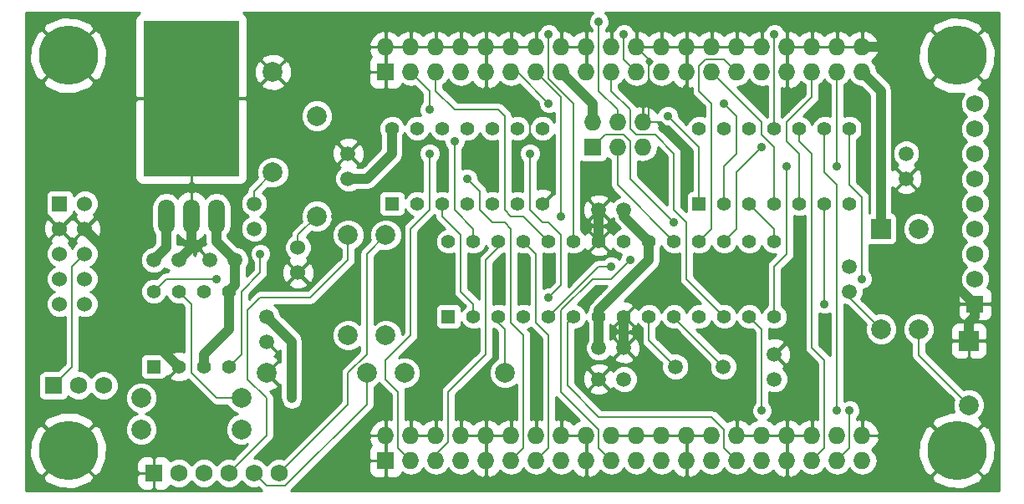
<source format=gtl>
%FSLAX36Y36*%
G04 Gerber Fmt 3.6, Leading zero omitted, Abs format (unit inch)*
G04 Created by KiCad (PCBNEW (2014-jul-16 BZR unknown)-product) date Sat 31 Jan 2015 11:05:03 PM PST*
%MOIN*%
G01*
G04 APERTURE LIST*
%ADD10C,0.003937*%
%ADD11C,0.059100*%
%ADD12C,0.078700*%
%ADD13R,0.078700X0.078700*%
%ADD14R,0.068000X0.068000*%
%ADD15C,0.068000*%
%ADD16R,0.060000X0.060000*%
%ADD17C,0.060000*%
%ADD18O,0.068000X0.068000*%
%ADD19R,0.055000X0.055000*%
%ADD20C,0.055000*%
%ADD21O,0.066900X0.137800*%
%ADD22R,0.380000X0.620000*%
%ADD23C,0.236220*%
%ADD24C,0.035000*%
%ADD25C,0.008000*%
%ADD26C,0.040000*%
%ADD27C,0.010000*%
G04 APERTURE END LIST*
D10*
D11*
X6350000Y-5425000D03*
X6250000Y-5425000D03*
X4475000Y-4950000D03*
X4575000Y-4950000D03*
X6950000Y-5425000D03*
X6950000Y-5325000D03*
X4875000Y-4825000D03*
X4875000Y-4725000D03*
X4800000Y-4950000D03*
X4700000Y-4950000D03*
X6250000Y-5300000D03*
X6350000Y-5300000D03*
X6350000Y-4750000D03*
X6250000Y-4750000D03*
X4925000Y-5175000D03*
X4925000Y-5275000D03*
X5250000Y-4625000D03*
X5250000Y-4525000D03*
X7250000Y-4975000D03*
X7250000Y-5075000D03*
X7475000Y-4525000D03*
X7475000Y-4625000D03*
D12*
X7375000Y-5225000D03*
D13*
X7375000Y-4825000D03*
D14*
X4075000Y-5450000D03*
D15*
X4175000Y-5450000D03*
X4275000Y-5450000D03*
D16*
X4100000Y-4725000D03*
D17*
X4200000Y-4725000D03*
X4100000Y-4825000D03*
X4200000Y-4825000D03*
X4100000Y-4925000D03*
X4200000Y-4925000D03*
X4100000Y-5025000D03*
X4200000Y-5025000D03*
X4100000Y-5125000D03*
X4200000Y-5125000D03*
D14*
X4475000Y-5800000D03*
D15*
X4575000Y-5800000D03*
X4675000Y-5800000D03*
X4775000Y-5800000D03*
X4875000Y-5800000D03*
X4975000Y-5800000D03*
D14*
X5400000Y-4200000D03*
D18*
X5400000Y-4100000D03*
X5500000Y-4200000D03*
X5500000Y-4100000D03*
X5600000Y-4200000D03*
X5600000Y-4100000D03*
X5700000Y-4200000D03*
X5700000Y-4100000D03*
X5800000Y-4200000D03*
X5800000Y-4100000D03*
X5900000Y-4200000D03*
X5900000Y-4100000D03*
X6000000Y-4200000D03*
X6000000Y-4100000D03*
X6100000Y-4200000D03*
X6100000Y-4100000D03*
X6200000Y-4200000D03*
X6200000Y-4100000D03*
X6300000Y-4200000D03*
X6300000Y-4100000D03*
X6400000Y-4200000D03*
X6400000Y-4100000D03*
X6500000Y-4200000D03*
X6500000Y-4100000D03*
X6600000Y-4200000D03*
X6600000Y-4100000D03*
X6700000Y-4200000D03*
X6700000Y-4100000D03*
X6800000Y-4200000D03*
X6800000Y-4100000D03*
X6900000Y-4200000D03*
X6900000Y-4100000D03*
X7000000Y-4200000D03*
X7000000Y-4100000D03*
X7100000Y-4200000D03*
X7100000Y-4100000D03*
X7200000Y-4200000D03*
X7200000Y-4100000D03*
X7300000Y-4200000D03*
X7300000Y-4100000D03*
D14*
X5400000Y-5750000D03*
D18*
X5400000Y-5650000D03*
X5500000Y-5750000D03*
X5500000Y-5650000D03*
X5600000Y-5750000D03*
X5600000Y-5650000D03*
X5700000Y-5750000D03*
X5700000Y-5650000D03*
X5800000Y-5750000D03*
X5800000Y-5650000D03*
X5900000Y-5750000D03*
X5900000Y-5650000D03*
X6000000Y-5750000D03*
X6000000Y-5650000D03*
X6100000Y-5750000D03*
X6100000Y-5650000D03*
X6200000Y-5750000D03*
X6200000Y-5650000D03*
X6300000Y-5750000D03*
X6300000Y-5650000D03*
X6400000Y-5750000D03*
X6400000Y-5650000D03*
X6500000Y-5750000D03*
X6500000Y-5650000D03*
X6600000Y-5750000D03*
X6600000Y-5650000D03*
X6700000Y-5750000D03*
X6700000Y-5650000D03*
X6800000Y-5750000D03*
X6800000Y-5650000D03*
X6900000Y-5750000D03*
X6900000Y-5650000D03*
X7000000Y-5750000D03*
X7000000Y-5650000D03*
X7100000Y-5750000D03*
X7100000Y-5650000D03*
X7200000Y-5750000D03*
X7200000Y-5650000D03*
X7300000Y-5750000D03*
X7300000Y-5650000D03*
D12*
X4950000Y-4200000D03*
X4950000Y-4600000D03*
X5475000Y-5400000D03*
X5875000Y-5400000D03*
X4925000Y-5400000D03*
X5325000Y-5400000D03*
X5250000Y-4850000D03*
X5250000Y-5250000D03*
X5400000Y-4850000D03*
X5400000Y-5250000D03*
X4825000Y-5500000D03*
X4425000Y-5500000D03*
X7525000Y-5225000D03*
X7525000Y-4825000D03*
D13*
X7725000Y-5272000D03*
D12*
X7725000Y-5528000D03*
D19*
X5425000Y-4725000D03*
D20*
X5525000Y-4725000D03*
X5625000Y-4725000D03*
X5725000Y-4725000D03*
X5825000Y-4725000D03*
X5925000Y-4725000D03*
X6025000Y-4725000D03*
X6025000Y-4425000D03*
X5925000Y-4425000D03*
X5825000Y-4425000D03*
X5725000Y-4425000D03*
X5625000Y-4425000D03*
X5525000Y-4425000D03*
X5425000Y-4425000D03*
D21*
X4625000Y-4775000D03*
X4525000Y-4775000D03*
X4725000Y-4775000D03*
D22*
X4625000Y-4305000D03*
D19*
X4475000Y-5375000D03*
D20*
X4575000Y-5375000D03*
X4675000Y-5375000D03*
X4775000Y-5375000D03*
X4775000Y-5075000D03*
X4675000Y-5075000D03*
X4575000Y-5075000D03*
X4475000Y-5075000D03*
X5750000Y-5175000D03*
X5850000Y-5175000D03*
X5950000Y-5175000D03*
X6050000Y-5175000D03*
X6150000Y-5175000D03*
X6250000Y-5175000D03*
X6350000Y-5175000D03*
X6450000Y-5175000D03*
X6550000Y-5175000D03*
X6650000Y-5175000D03*
X6750000Y-5175000D03*
X6850000Y-5175000D03*
X6950000Y-5175000D03*
D19*
X5650000Y-5175000D03*
D20*
X6950000Y-4875000D03*
X6850000Y-4875000D03*
X6750000Y-4875000D03*
X6650000Y-4875000D03*
X6550000Y-4875000D03*
X6450000Y-4875000D03*
X6350000Y-4875000D03*
X6250000Y-4875000D03*
X6150000Y-4875000D03*
X6050000Y-4875000D03*
X5950000Y-4875000D03*
X5850000Y-4875000D03*
X5750000Y-4875000D03*
X5650000Y-4875000D03*
D19*
X6650000Y-4725000D03*
D20*
X6750000Y-4725000D03*
X6850000Y-4725000D03*
X6950000Y-4725000D03*
X7050000Y-4725000D03*
X7150000Y-4725000D03*
X7250000Y-4725000D03*
X7250000Y-4425000D03*
X7150000Y-4425000D03*
X7050000Y-4425000D03*
X6950000Y-4425000D03*
X6850000Y-4425000D03*
X6750000Y-4425000D03*
X6650000Y-4425000D03*
D11*
X6553900Y-5375000D03*
X6746100Y-5375000D03*
D12*
X4825000Y-5625000D03*
X4425000Y-5625000D03*
X5125000Y-4375000D03*
X5125000Y-4775000D03*
D17*
X5050000Y-4900000D03*
X5050000Y-5000000D03*
D14*
X7750000Y-5125000D03*
D15*
X7750000Y-5025000D03*
X7750000Y-4925000D03*
X7750000Y-4825000D03*
X7750000Y-4725000D03*
X7750000Y-4625000D03*
X7750000Y-4525000D03*
X7750000Y-4425000D03*
X7750000Y-4325000D03*
D14*
X6225000Y-4500000D03*
D18*
X6225000Y-4400000D03*
X6325000Y-4500000D03*
X6325000Y-4400000D03*
X6425000Y-4500000D03*
X6425000Y-4400000D03*
D23*
X7677165Y-5708661D03*
X4133858Y-5708661D03*
X7677165Y-4133858D03*
X4133858Y-4133858D03*
D24*
X7250000Y-5550000D03*
X7300000Y-5025000D03*
X6300000Y-4975000D03*
X7150000Y-5125000D03*
X6900000Y-5550000D03*
X7000000Y-4575000D03*
X7200000Y-4575000D03*
X6375000Y-4950000D03*
X6950000Y-4050000D03*
X6250000Y-4000000D03*
X6900000Y-4500000D03*
X6550000Y-4800000D03*
X6100000Y-4775000D03*
X7300000Y-4300000D03*
X7125000Y-4350000D03*
X7300000Y-4575000D03*
X6900000Y-4325000D03*
X7000000Y-4350000D03*
X6500000Y-4275000D03*
X5950000Y-4325000D03*
X6250000Y-5075000D03*
X5750000Y-4975000D03*
X5950000Y-5000000D03*
X6050000Y-5000000D03*
X5850000Y-5000000D03*
X5625000Y-4975000D03*
X5200000Y-4775000D03*
X5775000Y-4525000D03*
X5925000Y-4500000D03*
X6475000Y-4650000D03*
X6600000Y-4550000D03*
X7050000Y-5150000D03*
X7050000Y-4975000D03*
X6850000Y-4975000D03*
X7150000Y-5250000D03*
X7625000Y-4600000D03*
X7625000Y-4975000D03*
X7625000Y-4775000D03*
X6050000Y-5100000D03*
X5975000Y-4525000D03*
X6525000Y-4375000D03*
X5575000Y-4350000D03*
X6050000Y-4325000D03*
X6750000Y-4325000D03*
X6050000Y-4050000D03*
X6350000Y-4050000D03*
X5575000Y-4525000D03*
X5725000Y-4625000D03*
X7200000Y-5550000D03*
X5675000Y-4475000D03*
X4725000Y-5025000D03*
X4900000Y-4925000D03*
X5025000Y-5500000D03*
D25*
X7250000Y-5550000D02*
X7250000Y-5700000D01*
X7250000Y-5700000D02*
X7200000Y-5750000D01*
X7250000Y-4650000D02*
X7300000Y-4700000D01*
X7300000Y-4700000D02*
X7300000Y-5025000D01*
X7250000Y-4425000D02*
X7250000Y-4650000D01*
X6250000Y-4975000D02*
X6300000Y-4975000D01*
X6050000Y-5175000D02*
X6250000Y-4975000D01*
X6150000Y-5175000D02*
X6125000Y-5200000D01*
X6125000Y-5450000D02*
X6250000Y-5575000D01*
X6125000Y-5200000D02*
X6125000Y-5450000D01*
X6250000Y-5575000D02*
X6700000Y-5575000D01*
X6700000Y-5575000D02*
X6750000Y-5625000D01*
X6750000Y-5625000D02*
X6750000Y-5700000D01*
X6750000Y-5700000D02*
X6800000Y-5750000D01*
X7150000Y-5125000D02*
X7150000Y-4725000D01*
X6550000Y-4525000D02*
X6475000Y-4450000D01*
X6300000Y-4275000D02*
X6300000Y-4200000D01*
X6375000Y-4350000D02*
X6300000Y-4275000D01*
X6375000Y-4425000D02*
X6375000Y-4350000D01*
X6400000Y-4450000D02*
X6375000Y-4425000D01*
X6475000Y-4450000D02*
X6400000Y-4450000D01*
X6750000Y-5175000D02*
X6600000Y-5025000D01*
X6600000Y-4800000D02*
X6550000Y-4750000D01*
X6550000Y-4750000D02*
X6550000Y-4525000D01*
X6600000Y-5025000D02*
X6600000Y-4800000D01*
X6900000Y-5225000D02*
X6900000Y-5550000D01*
X6850000Y-5175000D02*
X6900000Y-5225000D01*
X6950000Y-4975000D02*
X7000000Y-4925000D01*
X7000000Y-4925000D02*
X7000000Y-4575000D01*
X6950000Y-5175000D02*
X6950000Y-4975000D01*
X7200000Y-4575000D02*
X7200000Y-4200000D01*
X6950000Y-4825000D02*
X6850000Y-4725000D01*
X6950000Y-4875000D02*
X6950000Y-4825000D01*
X6375000Y-4950000D02*
X6300000Y-5025000D01*
X6225000Y-5025000D02*
X6100000Y-5150000D01*
X6300000Y-5025000D02*
X6225000Y-5025000D01*
X6250000Y-5700000D02*
X6250000Y-5625000D01*
X6300000Y-5750000D02*
X6250000Y-5700000D01*
X6100000Y-5475000D02*
X6100000Y-5150000D01*
X6250000Y-5625000D02*
X6100000Y-5475000D01*
X6325000Y-4400000D02*
X6325000Y-4350000D01*
X6950000Y-4050000D02*
X6950000Y-4425000D01*
X6250000Y-4275000D02*
X6250000Y-4000000D01*
X6325000Y-4350000D02*
X6250000Y-4275000D01*
X6750000Y-4875000D02*
X6800000Y-4825000D01*
X6900000Y-4500000D02*
X6800000Y-4600000D01*
X6800000Y-4600000D02*
X6800000Y-4825000D01*
X6275000Y-4450000D02*
X6225000Y-4500000D01*
X6350000Y-4450000D02*
X6275000Y-4450000D01*
X6375000Y-4475000D02*
X6350000Y-4450000D01*
X6375000Y-4625000D02*
X6375000Y-4475000D01*
X6550000Y-4800000D02*
X6375000Y-4625000D01*
X6700000Y-4825000D02*
X6700000Y-4325000D01*
X6700000Y-4325000D02*
X6650000Y-4275000D01*
X6650000Y-4275000D02*
X6650000Y-4175000D01*
X6650000Y-4175000D02*
X6675000Y-4150000D01*
X6675000Y-4150000D02*
X6750000Y-4150000D01*
X6750000Y-4150000D02*
X6800000Y-4200000D01*
X6650000Y-4875000D02*
X6700000Y-4825000D01*
X6550000Y-4875000D02*
X6325000Y-4650000D01*
X6325000Y-4650000D02*
X6325000Y-4500000D01*
X6100000Y-4775000D02*
X6100000Y-4300000D01*
X6100000Y-4300000D02*
X6000000Y-4200000D01*
X7300000Y-4575000D02*
X7300000Y-4300000D01*
X7000000Y-4200000D02*
X7000000Y-4350000D01*
X6600000Y-4200000D02*
X6600000Y-4250000D01*
X6575000Y-4275000D02*
X6500000Y-4275000D01*
X6600000Y-4250000D02*
X6575000Y-4275000D01*
X5250000Y-4525000D02*
X5200000Y-4575000D01*
X5200000Y-4575000D02*
X5200000Y-4775000D01*
X5800000Y-4200000D02*
X5800000Y-4275000D01*
X5975000Y-4450000D02*
X5925000Y-4500000D01*
X5975000Y-4350000D02*
X5975000Y-4450000D01*
X5925000Y-4300000D02*
X5950000Y-4325000D01*
X5950000Y-4325000D02*
X5975000Y-4350000D01*
X5825000Y-4300000D02*
X5925000Y-4300000D01*
X5800000Y-4275000D02*
X5825000Y-4300000D01*
X6425000Y-4400000D02*
X6500000Y-4400000D01*
X6600000Y-4500000D02*
X6600000Y-4550000D01*
X6500000Y-4400000D02*
X6600000Y-4500000D01*
X6400000Y-4100000D02*
X6450000Y-4150000D01*
X6450000Y-4375000D02*
X6425000Y-4400000D01*
X6450000Y-4150000D02*
X6450000Y-4375000D01*
D26*
X4625000Y-4900000D02*
X4625000Y-4775000D01*
X4575000Y-4950000D02*
X4625000Y-4900000D01*
X6250000Y-4875000D02*
X6250000Y-4750000D01*
X6350000Y-5300000D02*
X6350000Y-5175000D01*
X4300000Y-5100000D02*
X4300000Y-4925000D01*
X4300000Y-4925000D02*
X4200000Y-4825000D01*
X4575000Y-5375000D02*
X4300000Y-5100000D01*
X7050000Y-5150000D02*
X7050000Y-4975000D01*
X7725000Y-5200000D02*
X7750000Y-5175000D01*
X7750000Y-5175000D02*
X7750000Y-5125000D01*
X7725000Y-5272000D02*
X7725000Y-5200000D01*
X7475000Y-4325000D02*
X7475000Y-4200000D01*
X7475000Y-4200000D02*
X7375000Y-4100000D01*
X7375000Y-4100000D02*
X7300000Y-4100000D01*
X7625000Y-4475000D02*
X7625000Y-4600000D01*
X7625000Y-4825000D02*
X7625000Y-4975000D01*
X7625000Y-5000000D02*
X7625000Y-4975000D01*
X7750000Y-5125000D02*
X7625000Y-5000000D01*
X7625000Y-4775000D02*
X7625000Y-4825000D01*
X7625000Y-4600000D02*
X7625000Y-4775000D01*
X7625000Y-4475000D02*
X7475000Y-4325000D01*
D25*
X6100000Y-5050000D02*
X6050000Y-5100000D01*
X6100000Y-4850000D02*
X6100000Y-5050000D01*
X6050000Y-4800000D02*
X6100000Y-4850000D01*
X6025000Y-4800000D02*
X6050000Y-4800000D01*
X5975000Y-4750000D02*
X6025000Y-4800000D01*
X5975000Y-4525000D02*
X5975000Y-4750000D01*
X7525000Y-5328000D02*
X7725000Y-5528000D01*
X7525000Y-5225000D02*
X7525000Y-5328000D01*
X7250000Y-5100000D02*
X7375000Y-5225000D01*
X7250000Y-5075000D02*
X7250000Y-5100000D01*
X4725000Y-5500000D02*
X4625000Y-5400000D01*
X4625000Y-5400000D02*
X4625000Y-5125000D01*
X4625000Y-5125000D02*
X4575000Y-5075000D01*
X4825000Y-5500000D02*
X4725000Y-5500000D01*
X4850000Y-5150000D02*
X4900000Y-5100000D01*
X4850000Y-5425000D02*
X4850000Y-5150000D01*
X4925000Y-5500000D02*
X4850000Y-5425000D01*
X5100000Y-5100000D02*
X4900000Y-5100000D01*
X5250000Y-4950000D02*
X5100000Y-5100000D01*
X5250000Y-4850000D02*
X5250000Y-4950000D01*
X4925000Y-5650000D02*
X4925000Y-5500000D01*
X4775000Y-5800000D02*
X4925000Y-5650000D01*
X4925000Y-5850000D02*
X5000000Y-5850000D01*
X5000000Y-5850000D02*
X5325000Y-5525000D01*
X5325000Y-5525000D02*
X5325000Y-5400000D01*
X4875000Y-5800000D02*
X4925000Y-5850000D01*
X5250000Y-5525000D02*
X5250000Y-5400000D01*
X5250000Y-5400000D02*
X5325000Y-5325000D01*
X5325000Y-5325000D02*
X5325000Y-4925000D01*
X5325000Y-4925000D02*
X5400000Y-4850000D01*
X4975000Y-5800000D02*
X5250000Y-5525000D01*
X5850000Y-5200000D02*
X5850000Y-5175000D01*
X5875000Y-5225000D02*
X5850000Y-5200000D01*
X5850000Y-5200000D02*
X5850000Y-5200000D01*
X5875000Y-5400000D02*
X5875000Y-5225000D01*
X5750000Y-5125000D02*
X5700000Y-5075000D01*
X5700000Y-5075000D02*
X5700000Y-4850000D01*
X5700000Y-4850000D02*
X5625000Y-4775000D01*
X5625000Y-4775000D02*
X5625000Y-4725000D01*
X5750000Y-5175000D02*
X5750000Y-5125000D01*
D26*
X4525000Y-4900000D02*
X4525000Y-4775000D01*
X4475000Y-4950000D02*
X4525000Y-4900000D01*
D25*
X6450000Y-5271100D02*
X6450000Y-5175000D01*
X6553900Y-5375000D02*
X6450000Y-5271100D01*
X6550000Y-5178900D02*
X6550000Y-5175000D01*
X6746100Y-5375000D02*
X6550000Y-5178900D01*
X4875000Y-4675000D02*
X4950000Y-4600000D01*
X4875000Y-4725000D02*
X4875000Y-4675000D01*
X4150000Y-5375000D02*
X4150000Y-4975000D01*
X4150000Y-4975000D02*
X4200000Y-4925000D01*
X4075000Y-5450000D02*
X4150000Y-5375000D01*
X6650000Y-4725000D02*
X6650000Y-4500000D01*
X6650000Y-4500000D02*
X6525000Y-4375000D01*
X5575000Y-4275000D02*
X5500000Y-4200000D01*
X5575000Y-4350000D02*
X5575000Y-4275000D01*
X5950000Y-4775000D02*
X5900000Y-4775000D01*
X5900000Y-4775000D02*
X5875000Y-4750000D01*
X5675000Y-4350000D02*
X5600000Y-4275000D01*
X5600000Y-4275000D02*
X5600000Y-4200000D01*
X6050000Y-4875000D02*
X5950000Y-4775000D01*
X5875000Y-4375000D02*
X5850000Y-4350000D01*
X5850000Y-4350000D02*
X5675000Y-4350000D01*
X5875000Y-4750000D02*
X5875000Y-4375000D01*
X6750000Y-4575000D02*
X6800000Y-4525000D01*
X6800000Y-4525000D02*
X6800000Y-4375000D01*
X6800000Y-4375000D02*
X6750000Y-4325000D01*
X6750000Y-4725000D02*
X6750000Y-4575000D01*
X5925000Y-4200000D02*
X5900000Y-4200000D01*
X6050000Y-4325000D02*
X5925000Y-4200000D01*
X6400000Y-4200000D02*
X6350000Y-4150000D01*
X6350000Y-4150000D02*
X6350000Y-4050000D01*
X6050000Y-4050000D02*
X6050000Y-4225000D01*
X6050000Y-4225000D02*
X6150000Y-4325000D01*
X6150000Y-4325000D02*
X6150000Y-4875000D01*
X6950000Y-4500000D02*
X6900000Y-4450000D01*
X6900000Y-4450000D02*
X6900000Y-4400000D01*
X6900000Y-4400000D02*
X6700000Y-4200000D01*
X6950000Y-4725000D02*
X6950000Y-4500000D01*
X7050000Y-4525000D02*
X7000000Y-4475000D01*
X7000000Y-4475000D02*
X7000000Y-4400000D01*
X7050000Y-4725000D02*
X7050000Y-4525000D01*
X7100000Y-4300000D02*
X7000000Y-4400000D01*
X7100000Y-4200000D02*
X7100000Y-4300000D01*
X5500000Y-5750000D02*
X5450000Y-5700000D01*
X5500000Y-5250000D02*
X5500000Y-4825000D01*
X5400000Y-5350000D02*
X5500000Y-5250000D01*
X5400000Y-5425000D02*
X5400000Y-5350000D01*
X5450000Y-5475000D02*
X5400000Y-5425000D01*
X5450000Y-5700000D02*
X5450000Y-5475000D01*
X5500000Y-4825000D02*
X5575000Y-4750000D01*
X5575000Y-4525000D02*
X5575000Y-4750000D01*
X5850000Y-4900000D02*
X5850000Y-4875000D01*
X5800000Y-4950000D02*
X5850000Y-4900000D01*
X5800000Y-5325000D02*
X5800000Y-4950000D01*
X5650000Y-5475000D02*
X5800000Y-5325000D01*
X5650000Y-5675000D02*
X5650000Y-5475000D01*
X5600000Y-5725000D02*
X5650000Y-5675000D01*
X5600000Y-5750000D02*
X5600000Y-5725000D01*
X5950000Y-5675000D02*
X5950000Y-5250000D01*
X5950000Y-5250000D02*
X5900000Y-5200000D01*
X5900000Y-4825000D02*
X5900000Y-5200000D01*
X5875000Y-4800000D02*
X5900000Y-4825000D01*
X5825000Y-4800000D02*
X5875000Y-4800000D01*
X5775000Y-4750000D02*
X5825000Y-4800000D01*
X5775000Y-4675000D02*
X5775000Y-4750000D01*
X5725000Y-4625000D02*
X5775000Y-4675000D01*
X5950000Y-5675000D02*
X5950000Y-5700000D01*
X5950000Y-5700000D02*
X5900000Y-5750000D01*
X6050000Y-5700000D02*
X6050000Y-5250000D01*
X6050000Y-5250000D02*
X6000000Y-5200000D01*
X6000000Y-5200000D02*
X6000000Y-4925000D01*
X6000000Y-4925000D02*
X5950000Y-4875000D01*
X6000000Y-5750000D02*
X6050000Y-5700000D01*
X7200000Y-5550000D02*
X7200000Y-4650000D01*
X7200000Y-4650000D02*
X7150000Y-4600000D01*
X7150000Y-4600000D02*
X7150000Y-4425000D01*
X7150000Y-5700000D02*
X7150000Y-5350000D01*
X7150000Y-5350000D02*
X7100000Y-5300000D01*
X7100000Y-5300000D02*
X7100000Y-4525000D01*
X7100000Y-4525000D02*
X7050000Y-4475000D01*
X7050000Y-4475000D02*
X7050000Y-4425000D01*
X7100000Y-5750000D02*
X7150000Y-5700000D01*
X5050000Y-4850000D02*
X5125000Y-4775000D01*
X5050000Y-4900000D02*
X5050000Y-4850000D01*
X5750000Y-4825000D02*
X5675000Y-4750000D01*
X5675000Y-4750000D02*
X5675000Y-4475000D01*
X5750000Y-4875000D02*
X5750000Y-4825000D01*
X4525000Y-5025000D02*
X4725000Y-5025000D01*
X4475000Y-5075000D02*
X4525000Y-5025000D01*
X4825000Y-5325000D02*
X4825000Y-5075000D01*
X4825000Y-5075000D02*
X4900000Y-5000000D01*
X4900000Y-5000000D02*
X4900000Y-4925000D01*
X4775000Y-5375000D02*
X4825000Y-5325000D01*
D26*
X6100000Y-4200000D02*
X6225000Y-4325000D01*
X6225000Y-4325000D02*
X6225000Y-4400000D01*
X4675000Y-5325000D02*
X4775000Y-5225000D01*
X4775000Y-5225000D02*
X4775000Y-5075000D01*
X4675000Y-5375000D02*
X4675000Y-5325000D01*
X5425000Y-4525000D02*
X5425000Y-4425000D01*
X5250000Y-4625000D02*
X5325000Y-4625000D01*
X5325000Y-4625000D02*
X5425000Y-4525000D01*
X6350000Y-4775000D02*
X6350000Y-4750000D01*
X6450000Y-4875000D02*
X6350000Y-4775000D01*
X7375000Y-4275000D02*
X7300000Y-4200000D01*
X7375000Y-4825000D02*
X7375000Y-4275000D01*
X5025000Y-5275000D02*
X4925000Y-5175000D01*
X5025000Y-5500000D02*
X5025000Y-5275000D01*
X6250000Y-5300000D02*
X6250000Y-5175000D01*
X6450000Y-4950000D02*
X6450000Y-4875000D01*
X6250000Y-5150000D02*
X6450000Y-4950000D01*
X6250000Y-5175000D02*
X6250000Y-5150000D01*
X4800000Y-5050000D02*
X4800000Y-4950000D01*
X4775000Y-5075000D02*
X4800000Y-5050000D01*
X4725000Y-4875000D02*
X4725000Y-4775000D01*
X4800000Y-4950000D02*
X4725000Y-4875000D01*
D27*
G36*
X5771000Y-5312988D02*
X5629494Y-5454494D01*
X5623207Y-5463902D01*
X5621000Y-5475000D01*
X5621000Y-5585567D01*
X5611781Y-5582013D01*
X5601000Y-5589757D01*
X5601000Y-5649000D01*
X5601787Y-5649000D01*
X5601787Y-5651000D01*
X5601000Y-5651000D01*
X5601000Y-5651787D01*
X5599000Y-5651787D01*
X5599000Y-5651000D01*
X5599000Y-5649000D01*
X5599000Y-5589757D01*
X5588219Y-5582013D01*
X5563099Y-5591696D01*
X5550000Y-5604162D01*
X5536901Y-5591696D01*
X5511781Y-5582013D01*
X5501000Y-5589757D01*
X5501000Y-5649000D01*
X5539758Y-5649000D01*
X5560242Y-5649000D01*
X5599000Y-5649000D01*
X5599000Y-5651000D01*
X5560242Y-5651000D01*
X5539758Y-5651000D01*
X5501000Y-5651000D01*
X5501000Y-5651787D01*
X5499000Y-5651787D01*
X5499000Y-5651000D01*
X5498213Y-5651000D01*
X5498213Y-5649000D01*
X5499000Y-5649000D01*
X5499000Y-5589757D01*
X5488219Y-5582013D01*
X5479000Y-5585567D01*
X5479000Y-5475000D01*
X5476882Y-5464352D01*
X5487744Y-5464361D01*
X5511404Y-5454585D01*
X5529521Y-5436499D01*
X5539339Y-5412856D01*
X5539361Y-5387256D01*
X5529585Y-5363596D01*
X5511499Y-5345479D01*
X5487856Y-5335661D01*
X5462256Y-5335639D01*
X5450527Y-5340485D01*
X5520506Y-5270506D01*
X5526793Y-5261098D01*
X5529000Y-5250000D01*
X5529000Y-4837012D01*
X5595506Y-4770506D01*
X5595980Y-4769796D01*
X5596000Y-4769804D01*
X5596000Y-4775000D01*
X5598207Y-4786098D01*
X5604494Y-4795506D01*
X5633854Y-4824866D01*
X5620300Y-4830467D01*
X5605519Y-4845222D01*
X5597509Y-4864511D01*
X5597491Y-4885397D01*
X5605467Y-4904700D01*
X5620222Y-4919481D01*
X5639511Y-4927491D01*
X5660397Y-4927509D01*
X5671000Y-4923128D01*
X5671000Y-5075000D01*
X5673207Y-5086098D01*
X5679494Y-5095506D01*
X5717375Y-5133387D01*
X5705519Y-5145222D01*
X5702500Y-5152492D01*
X5702500Y-5142527D01*
X5698694Y-5133339D01*
X5691661Y-5126306D01*
X5682473Y-5122500D01*
X5672527Y-5122500D01*
X5617527Y-5122500D01*
X5608339Y-5126306D01*
X5601306Y-5133339D01*
X5597500Y-5142527D01*
X5597500Y-5152473D01*
X5597500Y-5207473D01*
X5601306Y-5216661D01*
X5608339Y-5223694D01*
X5617527Y-5227500D01*
X5627473Y-5227500D01*
X5682473Y-5227500D01*
X5691661Y-5223694D01*
X5698694Y-5216661D01*
X5702500Y-5207473D01*
X5702500Y-5197527D01*
X5702500Y-5197520D01*
X5705467Y-5204700D01*
X5720222Y-5219481D01*
X5739511Y-5227491D01*
X5760397Y-5227509D01*
X5771000Y-5223128D01*
X5771000Y-5312988D01*
X5771000Y-5312988D01*
G37*
X5771000Y-5312988D02*
X5629494Y-5454494D01*
X5623207Y-5463902D01*
X5621000Y-5475000D01*
X5621000Y-5585567D01*
X5611781Y-5582013D01*
X5601000Y-5589757D01*
X5601000Y-5649000D01*
X5601787Y-5649000D01*
X5601787Y-5651000D01*
X5601000Y-5651000D01*
X5601000Y-5651787D01*
X5599000Y-5651787D01*
X5599000Y-5651000D01*
X5599000Y-5649000D01*
X5599000Y-5589757D01*
X5588219Y-5582013D01*
X5563099Y-5591696D01*
X5550000Y-5604162D01*
X5536901Y-5591696D01*
X5511781Y-5582013D01*
X5501000Y-5589757D01*
X5501000Y-5649000D01*
X5539758Y-5649000D01*
X5560242Y-5649000D01*
X5599000Y-5649000D01*
X5599000Y-5651000D01*
X5560242Y-5651000D01*
X5539758Y-5651000D01*
X5501000Y-5651000D01*
X5501000Y-5651787D01*
X5499000Y-5651787D01*
X5499000Y-5651000D01*
X5498213Y-5651000D01*
X5498213Y-5649000D01*
X5499000Y-5649000D01*
X5499000Y-5589757D01*
X5488219Y-5582013D01*
X5479000Y-5585567D01*
X5479000Y-5475000D01*
X5476882Y-5464352D01*
X5487744Y-5464361D01*
X5511404Y-5454585D01*
X5529521Y-5436499D01*
X5539339Y-5412856D01*
X5539361Y-5387256D01*
X5529585Y-5363596D01*
X5511499Y-5345479D01*
X5487856Y-5335661D01*
X5462256Y-5335639D01*
X5450527Y-5340485D01*
X5520506Y-5270506D01*
X5526793Y-5261098D01*
X5529000Y-5250000D01*
X5529000Y-4837012D01*
X5595506Y-4770506D01*
X5595980Y-4769796D01*
X5596000Y-4769804D01*
X5596000Y-4775000D01*
X5598207Y-4786098D01*
X5604494Y-4795506D01*
X5633854Y-4824866D01*
X5620300Y-4830467D01*
X5605519Y-4845222D01*
X5597509Y-4864511D01*
X5597491Y-4885397D01*
X5605467Y-4904700D01*
X5620222Y-4919481D01*
X5639511Y-4927491D01*
X5660397Y-4927509D01*
X5671000Y-4923128D01*
X5671000Y-5075000D01*
X5673207Y-5086098D01*
X5679494Y-5095506D01*
X5717375Y-5133387D01*
X5705519Y-5145222D01*
X5702500Y-5152492D01*
X5702500Y-5142527D01*
X5698694Y-5133339D01*
X5691661Y-5126306D01*
X5682473Y-5122500D01*
X5672527Y-5122500D01*
X5617527Y-5122500D01*
X5608339Y-5126306D01*
X5601306Y-5133339D01*
X5597500Y-5142527D01*
X5597500Y-5152473D01*
X5597500Y-5207473D01*
X5601306Y-5216661D01*
X5608339Y-5223694D01*
X5617527Y-5227500D01*
X5627473Y-5227500D01*
X5682473Y-5227500D01*
X5691661Y-5223694D01*
X5698694Y-5216661D01*
X5702500Y-5207473D01*
X5702500Y-5197527D01*
X5702500Y-5197520D01*
X5705467Y-5204700D01*
X5720222Y-5219481D01*
X5739511Y-5227491D01*
X5760397Y-5227509D01*
X5771000Y-5223128D01*
X5771000Y-5312988D01*
G36*
X5805122Y-4903866D02*
X5779494Y-4929494D01*
X5773207Y-4938902D01*
X5771000Y-4950000D01*
X5771000Y-5105233D01*
X5770506Y-5104494D01*
X5729000Y-5062988D01*
X5729000Y-4923126D01*
X5739511Y-4927491D01*
X5760397Y-4927509D01*
X5779700Y-4919533D01*
X5794481Y-4904778D01*
X5800004Y-4891478D01*
X5805122Y-4903866D01*
X5805122Y-4903866D01*
G37*
X5805122Y-4903866D02*
X5779494Y-4929494D01*
X5773207Y-4938902D01*
X5771000Y-4950000D01*
X5771000Y-5105233D01*
X5770506Y-5104494D01*
X5729000Y-5062988D01*
X5729000Y-4923126D01*
X5739511Y-4927491D01*
X5760397Y-4927509D01*
X5779700Y-4919533D01*
X5794481Y-4904778D01*
X5800004Y-4891478D01*
X5805122Y-4903866D01*
G36*
X5846000Y-4676874D02*
X5835489Y-4672509D01*
X5814603Y-4672491D01*
X5804000Y-4676872D01*
X5804000Y-4675000D01*
X5801793Y-4663902D01*
X5795506Y-4654494D01*
X5767499Y-4626486D01*
X5767507Y-4616583D01*
X5761051Y-4600957D01*
X5749106Y-4588991D01*
X5733491Y-4582507D01*
X5716583Y-4582493D01*
X5704000Y-4587692D01*
X5704000Y-4506102D01*
X5711009Y-4499106D01*
X5717493Y-4483491D01*
X5717498Y-4477493D01*
X5735397Y-4477509D01*
X5754700Y-4469533D01*
X5769481Y-4454778D01*
X5775004Y-4441478D01*
X5780467Y-4454700D01*
X5795222Y-4469481D01*
X5814511Y-4477491D01*
X5835397Y-4477509D01*
X5846000Y-4473128D01*
X5846000Y-4676874D01*
X5846000Y-4676874D01*
G37*
X5846000Y-4676874D02*
X5835489Y-4672509D01*
X5814603Y-4672491D01*
X5804000Y-4676872D01*
X5804000Y-4675000D01*
X5801793Y-4663902D01*
X5795506Y-4654494D01*
X5767499Y-4626486D01*
X5767507Y-4616583D01*
X5761051Y-4600957D01*
X5749106Y-4588991D01*
X5733491Y-4582507D01*
X5716583Y-4582493D01*
X5704000Y-4587692D01*
X5704000Y-4506102D01*
X5711009Y-4499106D01*
X5717493Y-4483491D01*
X5717498Y-4477493D01*
X5735397Y-4477509D01*
X5754700Y-4469533D01*
X5769481Y-4454778D01*
X5775004Y-4441478D01*
X5780467Y-4454700D01*
X5795222Y-4469481D01*
X5814511Y-4477491D01*
X5835397Y-4477509D01*
X5846000Y-4473128D01*
X5846000Y-4676874D01*
G36*
X5871000Y-5126874D02*
X5860489Y-5122509D01*
X5839603Y-5122491D01*
X5829000Y-5126872D01*
X5829000Y-4962012D01*
X5865690Y-4925322D01*
X5871000Y-4923128D01*
X5871000Y-5126874D01*
X5871000Y-5126874D01*
G37*
X5871000Y-5126874D02*
X5860489Y-5122509D01*
X5839603Y-5122491D01*
X5829000Y-5126872D01*
X5829000Y-4962012D01*
X5865690Y-4925322D01*
X5871000Y-4923128D01*
X5871000Y-5126874D01*
G36*
X5971000Y-5126874D02*
X5960489Y-5122509D01*
X5939603Y-5122491D01*
X5929000Y-5126872D01*
X5929000Y-4923126D01*
X5939511Y-4927491D01*
X5960397Y-4927509D01*
X5961175Y-4927188D01*
X5971000Y-4937012D01*
X5971000Y-5126874D01*
X5971000Y-5126874D01*
G37*
X5971000Y-5126874D02*
X5960489Y-5122509D01*
X5939603Y-5122491D01*
X5929000Y-5126872D01*
X5929000Y-4923126D01*
X5939511Y-4927491D01*
X5960397Y-4927509D01*
X5961175Y-4927188D01*
X5971000Y-4937012D01*
X5971000Y-5126874D01*
G36*
X6021000Y-5585567D02*
X6011781Y-5582013D01*
X6001000Y-5589757D01*
X6001000Y-5649000D01*
X6001787Y-5649000D01*
X6001787Y-5651000D01*
X6001000Y-5651000D01*
X6001000Y-5651787D01*
X5999000Y-5651787D01*
X5999000Y-5651000D01*
X5998213Y-5651000D01*
X5998213Y-5649000D01*
X5999000Y-5649000D01*
X5999000Y-5589757D01*
X5988219Y-5582013D01*
X5979000Y-5585567D01*
X5979000Y-5250000D01*
X5976793Y-5238902D01*
X5970506Y-5229494D01*
X5966146Y-5225134D01*
X5979029Y-5219810D01*
X5979494Y-5220506D01*
X6021000Y-5262012D01*
X6021000Y-5585567D01*
X6021000Y-5585567D01*
G37*
X6021000Y-5585567D02*
X6011781Y-5582013D01*
X6001000Y-5589757D01*
X6001000Y-5649000D01*
X6001787Y-5649000D01*
X6001787Y-5651000D01*
X6001000Y-5651000D01*
X6001000Y-5651787D01*
X5999000Y-5651787D01*
X5999000Y-5651000D01*
X5998213Y-5651000D01*
X5998213Y-5649000D01*
X5999000Y-5649000D01*
X5999000Y-5589757D01*
X5988219Y-5582013D01*
X5979000Y-5585567D01*
X5979000Y-5250000D01*
X5976793Y-5238902D01*
X5970506Y-5229494D01*
X5966146Y-5225134D01*
X5979029Y-5219810D01*
X5979494Y-5220506D01*
X6021000Y-5262012D01*
X6021000Y-5585567D01*
G36*
X6071000Y-4687617D02*
X6064573Y-4686841D01*
X6026414Y-4725000D01*
X6026971Y-4725557D01*
X6025557Y-4726971D01*
X6025000Y-4726414D01*
X6024443Y-4726971D01*
X6023029Y-4725557D01*
X6023586Y-4725000D01*
X6023029Y-4724443D01*
X6024443Y-4723029D01*
X6025000Y-4723586D01*
X6063159Y-4685427D01*
X6061643Y-4672864D01*
X6038902Y-4662810D01*
X6014045Y-4662224D01*
X6004000Y-4666110D01*
X6004000Y-4556102D01*
X6011009Y-4549106D01*
X6017493Y-4533491D01*
X6017507Y-4516583D01*
X6011051Y-4500957D01*
X5999106Y-4488991D01*
X5983491Y-4482507D01*
X5966583Y-4482493D01*
X5950957Y-4488949D01*
X5938991Y-4500894D01*
X5932507Y-4516509D01*
X5932493Y-4533417D01*
X5938949Y-4549043D01*
X5946000Y-4556106D01*
X5946000Y-4676874D01*
X5935489Y-4672509D01*
X5914603Y-4672491D01*
X5904000Y-4676872D01*
X5904000Y-4473126D01*
X5914511Y-4477491D01*
X5935397Y-4477509D01*
X5954700Y-4469533D01*
X5969481Y-4454778D01*
X5975004Y-4441478D01*
X5980467Y-4454700D01*
X5995222Y-4469481D01*
X6014511Y-4477491D01*
X6035397Y-4477509D01*
X6054700Y-4469533D01*
X6069481Y-4454778D01*
X6071000Y-4451120D01*
X6071000Y-4687617D01*
X6071000Y-4687617D01*
G37*
X6071000Y-4687617D02*
X6064573Y-4686841D01*
X6026414Y-4725000D01*
X6026971Y-4725557D01*
X6025557Y-4726971D01*
X6025000Y-4726414D01*
X6024443Y-4726971D01*
X6023029Y-4725557D01*
X6023586Y-4725000D01*
X6023029Y-4724443D01*
X6024443Y-4723029D01*
X6025000Y-4723586D01*
X6063159Y-4685427D01*
X6061643Y-4672864D01*
X6038902Y-4662810D01*
X6014045Y-4662224D01*
X6004000Y-4666110D01*
X6004000Y-4556102D01*
X6011009Y-4549106D01*
X6017493Y-4533491D01*
X6017507Y-4516583D01*
X6011051Y-4500957D01*
X5999106Y-4488991D01*
X5983491Y-4482507D01*
X5966583Y-4482493D01*
X5950957Y-4488949D01*
X5938991Y-4500894D01*
X5932507Y-4516509D01*
X5932493Y-4533417D01*
X5938949Y-4549043D01*
X5946000Y-4556106D01*
X5946000Y-4676874D01*
X5935489Y-4672509D01*
X5914603Y-4672491D01*
X5904000Y-4676872D01*
X5904000Y-4473126D01*
X5914511Y-4477491D01*
X5935397Y-4477509D01*
X5954700Y-4469533D01*
X5969481Y-4454778D01*
X5975004Y-4441478D01*
X5980467Y-4454700D01*
X5995222Y-4469481D01*
X6014511Y-4477491D01*
X6035397Y-4477509D01*
X6054700Y-4469533D01*
X6069481Y-4454778D01*
X6071000Y-4451120D01*
X6071000Y-4687617D01*
G36*
X6071000Y-5037988D02*
X6051486Y-5057501D01*
X6041583Y-5057493D01*
X6029000Y-5062692D01*
X6029000Y-4925000D01*
X6028594Y-4922957D01*
X6039511Y-4927491D01*
X6060397Y-4927509D01*
X6071000Y-4923128D01*
X6071000Y-5037988D01*
X6071000Y-5037988D01*
G37*
X6071000Y-5037988D02*
X6051486Y-5057501D01*
X6041583Y-5057493D01*
X6029000Y-5062692D01*
X6029000Y-4925000D01*
X6028594Y-4922957D01*
X6039511Y-4927491D01*
X6060397Y-4927509D01*
X6071000Y-4923128D01*
X6071000Y-5037988D01*
G36*
X6225930Y-3963976D02*
X6213991Y-3975894D01*
X6207507Y-3991509D01*
X6207493Y-4008417D01*
X6213949Y-4024043D01*
X6221000Y-4031106D01*
X6221000Y-4035567D01*
X6211781Y-4032013D01*
X6201000Y-4039757D01*
X6201000Y-4099000D01*
X6201787Y-4099000D01*
X6201787Y-4101000D01*
X6201000Y-4101000D01*
X6201000Y-4139757D01*
X6201000Y-4160243D01*
X6201000Y-4199000D01*
X6201787Y-4199000D01*
X6201787Y-4201000D01*
X6201000Y-4201000D01*
X6201000Y-4201787D01*
X6199000Y-4201787D01*
X6199000Y-4201000D01*
X6198213Y-4201000D01*
X6198213Y-4199000D01*
X6199000Y-4199000D01*
X6199000Y-4160243D01*
X6199000Y-4139757D01*
X6199000Y-4101000D01*
X6199000Y-4099000D01*
X6199000Y-4039757D01*
X6188219Y-4032013D01*
X6163099Y-4041696D01*
X6150000Y-4054162D01*
X6136901Y-4041696D01*
X6111781Y-4032013D01*
X6101000Y-4039757D01*
X6101000Y-4099000D01*
X6139758Y-4099000D01*
X6160242Y-4099000D01*
X6199000Y-4099000D01*
X6199000Y-4101000D01*
X6160242Y-4101000D01*
X6139758Y-4101000D01*
X6101000Y-4101000D01*
X6101000Y-4101787D01*
X6099000Y-4101787D01*
X6099000Y-4101000D01*
X6098213Y-4101000D01*
X6098213Y-4099000D01*
X6099000Y-4099000D01*
X6099000Y-4039757D01*
X6088694Y-4032354D01*
X6086051Y-4025957D01*
X6074106Y-4013991D01*
X6058491Y-4007507D01*
X6041583Y-4007493D01*
X6025957Y-4013949D01*
X6013991Y-4025894D01*
X6011310Y-4032351D01*
X6001000Y-4039757D01*
X6001000Y-4099000D01*
X6001787Y-4099000D01*
X6001787Y-4101000D01*
X6001000Y-4101000D01*
X6001000Y-4101787D01*
X5999000Y-4101787D01*
X5999000Y-4101000D01*
X5999000Y-4099000D01*
X5999000Y-4039757D01*
X5988219Y-4032013D01*
X5963099Y-4041696D01*
X5950000Y-4054162D01*
X5936901Y-4041696D01*
X5911781Y-4032013D01*
X5901000Y-4039757D01*
X5901000Y-4099000D01*
X5939758Y-4099000D01*
X5960242Y-4099000D01*
X5999000Y-4099000D01*
X5999000Y-4101000D01*
X5960242Y-4101000D01*
X5939758Y-4101000D01*
X5901000Y-4101000D01*
X5901000Y-4101787D01*
X5899000Y-4101787D01*
X5899000Y-4101000D01*
X5899000Y-4099000D01*
X5899000Y-4039757D01*
X5888219Y-4032013D01*
X5863099Y-4041696D01*
X5850000Y-4054162D01*
X5836901Y-4041696D01*
X5811781Y-4032013D01*
X5801000Y-4039757D01*
X5801000Y-4099000D01*
X5839758Y-4099000D01*
X5860242Y-4099000D01*
X5899000Y-4099000D01*
X5899000Y-4101000D01*
X5860242Y-4101000D01*
X5839758Y-4101000D01*
X5801000Y-4101000D01*
X5801000Y-4139757D01*
X5801000Y-4160243D01*
X5801000Y-4199000D01*
X5801787Y-4199000D01*
X5801787Y-4201000D01*
X5801000Y-4201000D01*
X5801000Y-4260243D01*
X5811781Y-4267987D01*
X5836901Y-4258304D01*
X5856038Y-4240093D01*
X5857125Y-4241719D01*
X5876266Y-4254509D01*
X5898844Y-4259000D01*
X5901156Y-4259000D01*
X5923734Y-4254509D01*
X5932584Y-4248596D01*
X6007501Y-4323513D01*
X6007493Y-4333417D01*
X6013949Y-4349043D01*
X6025894Y-4361009D01*
X6041509Y-4367493D01*
X6058417Y-4367507D01*
X6071000Y-4362308D01*
X6071000Y-4398850D01*
X6069533Y-4395300D01*
X6054778Y-4380519D01*
X6035489Y-4372509D01*
X6014603Y-4372491D01*
X5995300Y-4380467D01*
X5980519Y-4395222D01*
X5974996Y-4408521D01*
X5969533Y-4395300D01*
X5954778Y-4380519D01*
X5935489Y-4372509D01*
X5914603Y-4372491D01*
X5904000Y-4376872D01*
X5904000Y-4375000D01*
X5901793Y-4363902D01*
X5901793Y-4363902D01*
X5895506Y-4354494D01*
X5870506Y-4329494D01*
X5861098Y-4323207D01*
X5850000Y-4321000D01*
X5687012Y-4321000D01*
X5629000Y-4262988D01*
X5629000Y-4250990D01*
X5642875Y-4241719D01*
X5650000Y-4231056D01*
X5657125Y-4241719D01*
X5676266Y-4254509D01*
X5698844Y-4259000D01*
X5701156Y-4259000D01*
X5723734Y-4254509D01*
X5742875Y-4241719D01*
X5743962Y-4240093D01*
X5763099Y-4258304D01*
X5788219Y-4267987D01*
X5799000Y-4260243D01*
X5799000Y-4201000D01*
X5798213Y-4201000D01*
X5798213Y-4199000D01*
X5799000Y-4199000D01*
X5799000Y-4160243D01*
X5799000Y-4139757D01*
X5799000Y-4101000D01*
X5799000Y-4099000D01*
X5799000Y-4039757D01*
X5788219Y-4032013D01*
X5763099Y-4041696D01*
X5750000Y-4054162D01*
X5736901Y-4041696D01*
X5711781Y-4032013D01*
X5701000Y-4039757D01*
X5701000Y-4099000D01*
X5739758Y-4099000D01*
X5760242Y-4099000D01*
X5799000Y-4099000D01*
X5799000Y-4101000D01*
X5760242Y-4101000D01*
X5739758Y-4101000D01*
X5701000Y-4101000D01*
X5701000Y-4101787D01*
X5699000Y-4101787D01*
X5699000Y-4101000D01*
X5699000Y-4099000D01*
X5699000Y-4039757D01*
X5688219Y-4032013D01*
X5663099Y-4041696D01*
X5650000Y-4054162D01*
X5636901Y-4041696D01*
X5611781Y-4032013D01*
X5601000Y-4039757D01*
X5601000Y-4099000D01*
X5639758Y-4099000D01*
X5660242Y-4099000D01*
X5699000Y-4099000D01*
X5699000Y-4101000D01*
X5660242Y-4101000D01*
X5639758Y-4101000D01*
X5601000Y-4101000D01*
X5601000Y-4101787D01*
X5599000Y-4101787D01*
X5599000Y-4101000D01*
X5599000Y-4099000D01*
X5599000Y-4039757D01*
X5588219Y-4032013D01*
X5563099Y-4041696D01*
X5550000Y-4054162D01*
X5536901Y-4041696D01*
X5511781Y-4032013D01*
X5501000Y-4039757D01*
X5501000Y-4099000D01*
X5539758Y-4099000D01*
X5560242Y-4099000D01*
X5599000Y-4099000D01*
X5599000Y-4101000D01*
X5560242Y-4101000D01*
X5539758Y-4101000D01*
X5501000Y-4101000D01*
X5501000Y-4101787D01*
X5499000Y-4101787D01*
X5499000Y-4101000D01*
X5499000Y-4099000D01*
X5499000Y-4039757D01*
X5488219Y-4032013D01*
X5463099Y-4041696D01*
X5450000Y-4054162D01*
X5436901Y-4041696D01*
X5411781Y-4032013D01*
X5401000Y-4039757D01*
X5401000Y-4099000D01*
X5439758Y-4099000D01*
X5460242Y-4099000D01*
X5499000Y-4099000D01*
X5499000Y-4101000D01*
X5460242Y-4101000D01*
X5439758Y-4101000D01*
X5401000Y-4101000D01*
X5401000Y-4139750D01*
X5401000Y-4160243D01*
X5401000Y-4199000D01*
X5401787Y-4199000D01*
X5401787Y-4201000D01*
X5401000Y-4201000D01*
X5401000Y-4260250D01*
X5409750Y-4269000D01*
X5440962Y-4269000D01*
X5453826Y-4263672D01*
X5463672Y-4253826D01*
X5466180Y-4247770D01*
X5476266Y-4254509D01*
X5498844Y-4259000D01*
X5501156Y-4259000D01*
X5515195Y-4256207D01*
X5546000Y-4287012D01*
X5546000Y-4318898D01*
X5538991Y-4325894D01*
X5532507Y-4341509D01*
X5532493Y-4358417D01*
X5538901Y-4373926D01*
X5535489Y-4372509D01*
X5514603Y-4372491D01*
X5495300Y-4380467D01*
X5480519Y-4395222D01*
X5474996Y-4408521D01*
X5469533Y-4395300D01*
X5454778Y-4380519D01*
X5435489Y-4372509D01*
X5414603Y-4372491D01*
X5399000Y-4378938D01*
X5399000Y-4260250D01*
X5399000Y-4201000D01*
X5399000Y-4199000D01*
X5399000Y-4160243D01*
X5399000Y-4139750D01*
X5399000Y-4101000D01*
X5399000Y-4099000D01*
X5399000Y-4039757D01*
X5388219Y-4032013D01*
X5363099Y-4041696D01*
X5343596Y-4060256D01*
X5332680Y-4084866D01*
X5332013Y-4088219D01*
X5339758Y-4099000D01*
X5399000Y-4099000D01*
X5399000Y-4101000D01*
X5339758Y-4101000D01*
X5332013Y-4111781D01*
X5332680Y-4115134D01*
X5343339Y-4139164D01*
X5336328Y-4146174D01*
X5331000Y-4159038D01*
X5331000Y-4172962D01*
X5331000Y-4190250D01*
X5339750Y-4199000D01*
X5399000Y-4199000D01*
X5399000Y-4201000D01*
X5339750Y-4201000D01*
X5331000Y-4209750D01*
X5331000Y-4227038D01*
X5331000Y-4240962D01*
X5336328Y-4253826D01*
X5346174Y-4263672D01*
X5359038Y-4269000D01*
X5390250Y-4269000D01*
X5399000Y-4260250D01*
X5399000Y-4378938D01*
X5395300Y-4380467D01*
X5380519Y-4395222D01*
X5372509Y-4414511D01*
X5372491Y-4435397D01*
X5380000Y-4453571D01*
X5380000Y-4506360D01*
X5314840Y-4571520D01*
X5314840Y-4513718D01*
X5305587Y-4489763D01*
X5303827Y-4487129D01*
X5291052Y-4485363D01*
X5289637Y-4486777D01*
X5289637Y-4483948D01*
X5287871Y-4471173D01*
X5264390Y-4460778D01*
X5238718Y-4460160D01*
X5214763Y-4469413D01*
X5212129Y-4471173D01*
X5210363Y-4483948D01*
X5250000Y-4523586D01*
X5289637Y-4483948D01*
X5289637Y-4486777D01*
X5251414Y-4525000D01*
X5291052Y-4564637D01*
X5303827Y-4562871D01*
X5314222Y-4539390D01*
X5314840Y-4513718D01*
X5314840Y-4571520D01*
X5306360Y-4580000D01*
X5286116Y-4580000D01*
X5287871Y-4578827D01*
X5289637Y-4566052D01*
X5250000Y-4526414D01*
X5248586Y-4527828D01*
X5248586Y-4525000D01*
X5208948Y-4485363D01*
X5196173Y-4487129D01*
X5189361Y-4502516D01*
X5189361Y-4362256D01*
X5179585Y-4338596D01*
X5161499Y-4320479D01*
X5137856Y-4310661D01*
X5112256Y-4310639D01*
X5088596Y-4320415D01*
X5070479Y-4338501D01*
X5060661Y-4362144D01*
X5060639Y-4387744D01*
X5070415Y-4411404D01*
X5088501Y-4429521D01*
X5112144Y-4439339D01*
X5137744Y-4439361D01*
X5161404Y-4429585D01*
X5179521Y-4411499D01*
X5189339Y-4387856D01*
X5189361Y-4362256D01*
X5189361Y-4502516D01*
X5185778Y-4510610D01*
X5185160Y-4536282D01*
X5194413Y-4560237D01*
X5196173Y-4562871D01*
X5208948Y-4564637D01*
X5248586Y-4525000D01*
X5248586Y-4527828D01*
X5210363Y-4566052D01*
X5212129Y-4578827D01*
X5216917Y-4580947D01*
X5203782Y-4594060D01*
X5195459Y-4614102D01*
X5195441Y-4635803D01*
X5203728Y-4655860D01*
X5219060Y-4671218D01*
X5239102Y-4679541D01*
X5260803Y-4679559D01*
X5280860Y-4671272D01*
X5282134Y-4670000D01*
X5325000Y-4670000D01*
X5342221Y-4666575D01*
X5356820Y-4656820D01*
X5456820Y-4556820D01*
X5466575Y-4542221D01*
X5470000Y-4525000D01*
X5470000Y-4453529D01*
X5475004Y-4441478D01*
X5480467Y-4454700D01*
X5495222Y-4469481D01*
X5514511Y-4477491D01*
X5535397Y-4477509D01*
X5554700Y-4469533D01*
X5569481Y-4454778D01*
X5575004Y-4441478D01*
X5580467Y-4454700D01*
X5595222Y-4469481D01*
X5614511Y-4477491D01*
X5632498Y-4477507D01*
X5632493Y-4483417D01*
X5638949Y-4499043D01*
X5646000Y-4506106D01*
X5646000Y-4676874D01*
X5635489Y-4672509D01*
X5614603Y-4672491D01*
X5604000Y-4676872D01*
X5604000Y-4556102D01*
X5611009Y-4549106D01*
X5617493Y-4533491D01*
X5617507Y-4516583D01*
X5611051Y-4500957D01*
X5599106Y-4488991D01*
X5583491Y-4482507D01*
X5566583Y-4482493D01*
X5550957Y-4488949D01*
X5538991Y-4500894D01*
X5532507Y-4516509D01*
X5532493Y-4533417D01*
X5538949Y-4549043D01*
X5546000Y-4556106D01*
X5546000Y-4676874D01*
X5535489Y-4672509D01*
X5514603Y-4672491D01*
X5495300Y-4680467D01*
X5480519Y-4695222D01*
X5477500Y-4702492D01*
X5477500Y-4692527D01*
X5473694Y-4683339D01*
X5466661Y-4676306D01*
X5457473Y-4672500D01*
X5447527Y-4672500D01*
X5392527Y-4672500D01*
X5383339Y-4676306D01*
X5376306Y-4683339D01*
X5372500Y-4692527D01*
X5372500Y-4702473D01*
X5372500Y-4757473D01*
X5376306Y-4766661D01*
X5383339Y-4773694D01*
X5392527Y-4777500D01*
X5402473Y-4777500D01*
X5457473Y-4777500D01*
X5466661Y-4773694D01*
X5473694Y-4766661D01*
X5477500Y-4757473D01*
X5477500Y-4747527D01*
X5477500Y-4747520D01*
X5480467Y-4754700D01*
X5495222Y-4769481D01*
X5508848Y-4775139D01*
X5479494Y-4804494D01*
X5473207Y-4813902D01*
X5471000Y-4825000D01*
X5471000Y-5237988D01*
X5464355Y-5244633D01*
X5464361Y-5237256D01*
X5454585Y-5213596D01*
X5436499Y-5195479D01*
X5412856Y-5185661D01*
X5387256Y-5185639D01*
X5363596Y-5195415D01*
X5354000Y-5204994D01*
X5354000Y-4937012D01*
X5379745Y-4911267D01*
X5387144Y-4914339D01*
X5412744Y-4914361D01*
X5436404Y-4904585D01*
X5454521Y-4886499D01*
X5464339Y-4862856D01*
X5464361Y-4837256D01*
X5454585Y-4813596D01*
X5436499Y-4795479D01*
X5412856Y-4785661D01*
X5387256Y-4785639D01*
X5363596Y-4795415D01*
X5345479Y-4813501D01*
X5335661Y-4837144D01*
X5335639Y-4862744D01*
X5338740Y-4870248D01*
X5304494Y-4904494D01*
X5298207Y-4913902D01*
X5296000Y-4925000D01*
X5296000Y-5204996D01*
X5286499Y-5195479D01*
X5262856Y-5185661D01*
X5237256Y-5185639D01*
X5213596Y-5195415D01*
X5195479Y-5213501D01*
X5185661Y-5237144D01*
X5185639Y-5262744D01*
X5195415Y-5286404D01*
X5213501Y-5304521D01*
X5237144Y-5314339D01*
X5262744Y-5314361D01*
X5286404Y-5304585D01*
X5296000Y-5295006D01*
X5296000Y-5312988D01*
X5229494Y-5379494D01*
X5223207Y-5388902D01*
X5221000Y-5400000D01*
X5221000Y-5512988D01*
X4991161Y-5742826D01*
X4986787Y-5741010D01*
X4963316Y-5740990D01*
X4941623Y-5749953D01*
X4925011Y-5766536D01*
X4924996Y-5766572D01*
X4908464Y-5750011D01*
X4886787Y-5741010D01*
X4875012Y-5741000D01*
X4945506Y-5670506D01*
X4951793Y-5661098D01*
X4951793Y-5661098D01*
X4954000Y-5650000D01*
X4954000Y-5500000D01*
X4951793Y-5488902D01*
X4951793Y-5488902D01*
X4945506Y-5479494D01*
X4939924Y-5473912D01*
X4965458Y-5464108D01*
X4968745Y-5461911D01*
X4971704Y-5448118D01*
X4925000Y-5401414D01*
X4924443Y-5401971D01*
X4923029Y-5400557D01*
X4923586Y-5400000D01*
X4923029Y-5399443D01*
X4924443Y-5398029D01*
X4925000Y-5398586D01*
X4971704Y-5351882D01*
X4968745Y-5338089D01*
X4955769Y-5332313D01*
X4960237Y-5330587D01*
X4962871Y-5328827D01*
X4964637Y-5316052D01*
X4925000Y-5276414D01*
X4924443Y-5276971D01*
X4923029Y-5275557D01*
X4923586Y-5275000D01*
X4923029Y-5274443D01*
X4924443Y-5273029D01*
X4925000Y-5273586D01*
X4925557Y-5273029D01*
X4926971Y-5274443D01*
X4926414Y-5275000D01*
X4966052Y-5314637D01*
X4978827Y-5312871D01*
X4980000Y-5310221D01*
X4980000Y-5354772D01*
X4973118Y-5353296D01*
X4926414Y-5400000D01*
X4973118Y-5446704D01*
X4980000Y-5445228D01*
X4980000Y-5500000D01*
X4983425Y-5517221D01*
X4993180Y-5531820D01*
X5007779Y-5541575D01*
X5025000Y-5545000D01*
X5042221Y-5541575D01*
X5056820Y-5531820D01*
X5066575Y-5517221D01*
X5070000Y-5500000D01*
X5070000Y-5275000D01*
X5066575Y-5257779D01*
X5056820Y-5243180D01*
X4979558Y-5165918D01*
X4979559Y-5164197D01*
X4971272Y-5144140D01*
X4956158Y-5129000D01*
X5100000Y-5129000D01*
X5111098Y-5126793D01*
X5120506Y-5120506D01*
X5270506Y-4970506D01*
X5276793Y-4961098D01*
X5276793Y-4961098D01*
X5279000Y-4950000D01*
X5279000Y-4907644D01*
X5286404Y-4904585D01*
X5304521Y-4886499D01*
X5314339Y-4862856D01*
X5314361Y-4837256D01*
X5304585Y-4813596D01*
X5286499Y-4795479D01*
X5262856Y-4785661D01*
X5237256Y-4785639D01*
X5213596Y-4795415D01*
X5195479Y-4813501D01*
X5189361Y-4828233D01*
X5189361Y-4762256D01*
X5179585Y-4738596D01*
X5161499Y-4720479D01*
X5137856Y-4710661D01*
X5112256Y-4710639D01*
X5088596Y-4720415D01*
X5070479Y-4738501D01*
X5060661Y-4762144D01*
X5060639Y-4787744D01*
X5063740Y-4795248D01*
X5029494Y-4829494D01*
X5024710Y-4836653D01*
X5024710Y-4187155D01*
X5014108Y-4159542D01*
X5011911Y-4156255D01*
X4998118Y-4153296D01*
X4996704Y-4154710D01*
X4996704Y-4151882D01*
X4993745Y-4138089D01*
X4966723Y-4126061D01*
X4937155Y-4125290D01*
X4909542Y-4135892D01*
X4906255Y-4138089D01*
X4903296Y-4151882D01*
X4950000Y-4198586D01*
X4996704Y-4151882D01*
X4996704Y-4154710D01*
X4951414Y-4200000D01*
X4998118Y-4246704D01*
X5011911Y-4243745D01*
X5023939Y-4216723D01*
X5024710Y-4187155D01*
X5024710Y-4836653D01*
X5023207Y-4838902D01*
X5021000Y-4850000D01*
X5021000Y-4852472D01*
X5018886Y-4853346D01*
X5014361Y-4857863D01*
X5014361Y-4587256D01*
X5004585Y-4563596D01*
X4996704Y-4555701D01*
X4996704Y-4248118D01*
X4950000Y-4201414D01*
X4948586Y-4202828D01*
X4948586Y-4200000D01*
X4901882Y-4153296D01*
X4888089Y-4156255D01*
X4876061Y-4183277D01*
X4875290Y-4212845D01*
X4885892Y-4240458D01*
X4888089Y-4243745D01*
X4901882Y-4246704D01*
X4948586Y-4200000D01*
X4948586Y-4202828D01*
X4903296Y-4248118D01*
X4906255Y-4261911D01*
X4933277Y-4273939D01*
X4962845Y-4274710D01*
X4990458Y-4264108D01*
X4993745Y-4261911D01*
X4996704Y-4248118D01*
X4996704Y-4555701D01*
X4986499Y-4545479D01*
X4962856Y-4535661D01*
X4937256Y-4535639D01*
X4913596Y-4545415D01*
X4895479Y-4563501D01*
X4885661Y-4587144D01*
X4885639Y-4612744D01*
X4888740Y-4620248D01*
X4854494Y-4654494D01*
X4850000Y-4661219D01*
X4850000Y-4621962D01*
X4850000Y-4314750D01*
X4841250Y-4306000D01*
X4626000Y-4306000D01*
X4626000Y-4641250D01*
X4634750Y-4650000D01*
X4808038Y-4650000D01*
X4821962Y-4650000D01*
X4834826Y-4644672D01*
X4844672Y-4634826D01*
X4850000Y-4621962D01*
X4850000Y-4661219D01*
X4848207Y-4663902D01*
X4846000Y-4675000D01*
X4846000Y-4677959D01*
X4844140Y-4678728D01*
X4828782Y-4694060D01*
X4820459Y-4714102D01*
X4820441Y-4735803D01*
X4828728Y-4755860D01*
X4844060Y-4771218D01*
X4853165Y-4774999D01*
X4844140Y-4778728D01*
X4828782Y-4794060D01*
X4820459Y-4814102D01*
X4820441Y-4835803D01*
X4828728Y-4855860D01*
X4844060Y-4871218D01*
X4864102Y-4879541D01*
X4885803Y-4879559D01*
X4905860Y-4871272D01*
X4921218Y-4855940D01*
X4929541Y-4835898D01*
X4929559Y-4814197D01*
X4921272Y-4794140D01*
X4905940Y-4778782D01*
X4896835Y-4775001D01*
X4905860Y-4771272D01*
X4921218Y-4755940D01*
X4929541Y-4735898D01*
X4929559Y-4714197D01*
X4921272Y-4694140D01*
X4909083Y-4681929D01*
X4929745Y-4661267D01*
X4937144Y-4664339D01*
X4962744Y-4664361D01*
X4986404Y-4654585D01*
X5004521Y-4636499D01*
X5014339Y-4612856D01*
X5014361Y-4587256D01*
X5014361Y-4857863D01*
X5003400Y-4868804D01*
X4995010Y-4889012D01*
X4994990Y-4910892D01*
X5003346Y-4931114D01*
X5015756Y-4943546D01*
X5014524Y-4944022D01*
X5011859Y-4945802D01*
X5010038Y-4958624D01*
X5050000Y-4998586D01*
X5089962Y-4958624D01*
X5088141Y-4945802D01*
X5083865Y-4943908D01*
X5096600Y-4931196D01*
X5104990Y-4910988D01*
X5105010Y-4889108D01*
X5096654Y-4868886D01*
X5084401Y-4856611D01*
X5104745Y-4836267D01*
X5112144Y-4839339D01*
X5137744Y-4839361D01*
X5161404Y-4829585D01*
X5179521Y-4811499D01*
X5189339Y-4787856D01*
X5189361Y-4762256D01*
X5189361Y-4828233D01*
X5185661Y-4837144D01*
X5185639Y-4862744D01*
X5195415Y-4886404D01*
X5213501Y-4904521D01*
X5221000Y-4907635D01*
X5221000Y-4937988D01*
X5115294Y-5043694D01*
X5115294Y-4988646D01*
X5105978Y-4964524D01*
X5104198Y-4961859D01*
X5091376Y-4960038D01*
X5051414Y-5000000D01*
X5091376Y-5039962D01*
X5104198Y-5038141D01*
X5114668Y-5014497D01*
X5115294Y-4988646D01*
X5115294Y-5043694D01*
X5089962Y-5069026D01*
X5089962Y-5041376D01*
X5050000Y-5001414D01*
X5048586Y-5002828D01*
X5048586Y-5000000D01*
X5008624Y-4960038D01*
X4995802Y-4961859D01*
X4985332Y-4985503D01*
X4984706Y-5011354D01*
X4994022Y-5035476D01*
X4995802Y-5038141D01*
X5008624Y-5039962D01*
X5048586Y-5000000D01*
X5048586Y-5002828D01*
X5010038Y-5041376D01*
X5011859Y-5054198D01*
X5035503Y-5064668D01*
X5061354Y-5065294D01*
X5085476Y-5055978D01*
X5088141Y-5054198D01*
X5089962Y-5041376D01*
X5089962Y-5069026D01*
X5087988Y-5071000D01*
X4900000Y-5071000D01*
X4888902Y-5073207D01*
X4879494Y-5079494D01*
X4854000Y-5104988D01*
X4854000Y-5087012D01*
X4920506Y-5020506D01*
X4926793Y-5011098D01*
X4926793Y-5011098D01*
X4929000Y-5000000D01*
X4929000Y-4956102D01*
X4936009Y-4949106D01*
X4942493Y-4933491D01*
X4942507Y-4916583D01*
X4936051Y-4900957D01*
X4924106Y-4888991D01*
X4908491Y-4882507D01*
X4891583Y-4882493D01*
X4875957Y-4888949D01*
X4863991Y-4900894D01*
X4857507Y-4916509D01*
X4857493Y-4933417D01*
X4863949Y-4949043D01*
X4871000Y-4956106D01*
X4871000Y-4987988D01*
X4845000Y-5013988D01*
X4845000Y-4982157D01*
X4846218Y-4980940D01*
X4854541Y-4960898D01*
X4854559Y-4939197D01*
X4846272Y-4919140D01*
X4830940Y-4903782D01*
X4810898Y-4895459D01*
X4809098Y-4895458D01*
X4770000Y-4856360D01*
X4770000Y-4848128D01*
X4779001Y-4834657D01*
X4783450Y-4812290D01*
X4783450Y-4737710D01*
X4779001Y-4715343D01*
X4766330Y-4696380D01*
X4747368Y-4683710D01*
X4725000Y-4679260D01*
X4702632Y-4683710D01*
X4683670Y-4696380D01*
X4680283Y-4701448D01*
X4672694Y-4690441D01*
X4650271Y-4675928D01*
X4636694Y-4672106D01*
X4626000Y-4679858D01*
X4626000Y-4774000D01*
X4626787Y-4774000D01*
X4626787Y-4776000D01*
X4626000Y-4776000D01*
X4626000Y-4870142D01*
X4636694Y-4877894D01*
X4650271Y-4874072D01*
X4672694Y-4859559D01*
X4680000Y-4848963D01*
X4680000Y-4875000D01*
X4682499Y-4887562D01*
X4664763Y-4894413D01*
X4662129Y-4896173D01*
X4660363Y-4908948D01*
X4700000Y-4948586D01*
X4700557Y-4948029D01*
X4701971Y-4949443D01*
X4701414Y-4950000D01*
X4701971Y-4950557D01*
X4700557Y-4951971D01*
X4700000Y-4951414D01*
X4699443Y-4951971D01*
X4698586Y-4951114D01*
X4698029Y-4950557D01*
X4698586Y-4950000D01*
X4658948Y-4910363D01*
X4646173Y-4912129D01*
X4637306Y-4932157D01*
X4630587Y-4914763D01*
X4628827Y-4912129D01*
X4624000Y-4911461D01*
X4616052Y-4910363D01*
X4576414Y-4950000D01*
X4576971Y-4950557D01*
X4575557Y-4951971D01*
X4575000Y-4951414D01*
X4574443Y-4951971D01*
X4573029Y-4950557D01*
X4573586Y-4950000D01*
X4573029Y-4949443D01*
X4574443Y-4948029D01*
X4575000Y-4948586D01*
X4614637Y-4908948D01*
X4612871Y-4896173D01*
X4589390Y-4885778D01*
X4570000Y-4885311D01*
X4570000Y-4848963D01*
X4577306Y-4859559D01*
X4599729Y-4874072D01*
X4613306Y-4877894D01*
X4624000Y-4870142D01*
X4624000Y-4776000D01*
X4623213Y-4776000D01*
X4623213Y-4774000D01*
X4624000Y-4774000D01*
X4624000Y-4679858D01*
X4624000Y-4641250D01*
X4624000Y-4306000D01*
X4408750Y-4306000D01*
X4400000Y-4314750D01*
X4400000Y-4621962D01*
X4405328Y-4634826D01*
X4415174Y-4644672D01*
X4428038Y-4650000D01*
X4441962Y-4650000D01*
X4615250Y-4650000D01*
X4624000Y-4641250D01*
X4624000Y-4679858D01*
X4613306Y-4672106D01*
X4599729Y-4675928D01*
X4577306Y-4690441D01*
X4569717Y-4701448D01*
X4566330Y-4696380D01*
X4547368Y-4683710D01*
X4525000Y-4679260D01*
X4502632Y-4683710D01*
X4483670Y-4696380D01*
X4470999Y-4715343D01*
X4466550Y-4737710D01*
X4466550Y-4812290D01*
X4470999Y-4834657D01*
X4480000Y-4848128D01*
X4480000Y-4881360D01*
X4465918Y-4895442D01*
X4464197Y-4895441D01*
X4444140Y-4903728D01*
X4428782Y-4919060D01*
X4420459Y-4939102D01*
X4420441Y-4960803D01*
X4428728Y-4980860D01*
X4444060Y-4996218D01*
X4464102Y-5004541D01*
X4485803Y-5004559D01*
X4505860Y-4996272D01*
X4518718Y-4983437D01*
X4519413Y-4985237D01*
X4521173Y-4987871D01*
X4533948Y-4989637D01*
X4527824Y-4995762D01*
X4528063Y-4996000D01*
X4525000Y-4996000D01*
X4513902Y-4998207D01*
X4504494Y-5004494D01*
X4486188Y-5022800D01*
X4485489Y-5022509D01*
X4464603Y-5022491D01*
X4445300Y-5030467D01*
X4430519Y-5045222D01*
X4422509Y-5064511D01*
X4422491Y-5085397D01*
X4430467Y-5104700D01*
X4445222Y-5119481D01*
X4464511Y-5127491D01*
X4485397Y-5127509D01*
X4504700Y-5119533D01*
X4519481Y-5104778D01*
X4525004Y-5091478D01*
X4530467Y-5104700D01*
X4545222Y-5119481D01*
X4564511Y-5127491D01*
X4585397Y-5127509D01*
X4586175Y-5127188D01*
X4596000Y-5137012D01*
X4596000Y-5315949D01*
X4588902Y-5312810D01*
X4564045Y-5312224D01*
X4540855Y-5321195D01*
X4538357Y-5322864D01*
X4536841Y-5335427D01*
X4575000Y-5373586D01*
X4575557Y-5373029D01*
X4576971Y-5374443D01*
X4576414Y-5375000D01*
X4576971Y-5375557D01*
X4575557Y-5376971D01*
X4575000Y-5376414D01*
X4573586Y-5377828D01*
X4573586Y-5375000D01*
X4535427Y-5336841D01*
X4525634Y-5338023D01*
X4523694Y-5333339D01*
X4516661Y-5326306D01*
X4507473Y-5322500D01*
X4497527Y-5322500D01*
X4442527Y-5322500D01*
X4433339Y-5326306D01*
X4426306Y-5333339D01*
X4422500Y-5342527D01*
X4422500Y-5352473D01*
X4422500Y-5407473D01*
X4426306Y-5416661D01*
X4433339Y-5423694D01*
X4442527Y-5427500D01*
X4452473Y-5427500D01*
X4507473Y-5427500D01*
X4516661Y-5423694D01*
X4523694Y-5416661D01*
X4525634Y-5411977D01*
X4535427Y-5413159D01*
X4573586Y-5375000D01*
X4573586Y-5377828D01*
X4536841Y-5414573D01*
X4538357Y-5427136D01*
X4561098Y-5437190D01*
X4585955Y-5437776D01*
X4609145Y-5428805D01*
X4611331Y-5427344D01*
X4704494Y-5520506D01*
X4713902Y-5526793D01*
X4725000Y-5529000D01*
X4767356Y-5529000D01*
X4770415Y-5536404D01*
X4788501Y-5554521D01*
X4807734Y-5562507D01*
X4788596Y-5570415D01*
X4770479Y-5588501D01*
X4760661Y-5612144D01*
X4760639Y-5637744D01*
X4770415Y-5661404D01*
X4788501Y-5679521D01*
X4812144Y-5689339D01*
X4837744Y-5689361D01*
X4849473Y-5684515D01*
X4791161Y-5742826D01*
X4786787Y-5741010D01*
X4763316Y-5740990D01*
X4741623Y-5749953D01*
X4725011Y-5766536D01*
X4724996Y-5766572D01*
X4708464Y-5750011D01*
X4686787Y-5741010D01*
X4663316Y-5740990D01*
X4641623Y-5749953D01*
X4625011Y-5766536D01*
X4624996Y-5766572D01*
X4608464Y-5750011D01*
X4586787Y-5741010D01*
X4563316Y-5740990D01*
X4541623Y-5749953D01*
X4540642Y-5750932D01*
X4538672Y-5746174D01*
X4528826Y-5736328D01*
X4515962Y-5731000D01*
X4489361Y-5731000D01*
X4489361Y-5612256D01*
X4479585Y-5588596D01*
X4461499Y-5570479D01*
X4442266Y-5562492D01*
X4461404Y-5554585D01*
X4479521Y-5536499D01*
X4489339Y-5512856D01*
X4489361Y-5487256D01*
X4479585Y-5463596D01*
X4461499Y-5445479D01*
X4437856Y-5435661D01*
X4412256Y-5435639D01*
X4388596Y-5445415D01*
X4370479Y-5463501D01*
X4360661Y-5487144D01*
X4360639Y-5512744D01*
X4370415Y-5536404D01*
X4388501Y-5554521D01*
X4407734Y-5562507D01*
X4388596Y-5570415D01*
X4370479Y-5588501D01*
X4360661Y-5612144D01*
X4360639Y-5637744D01*
X4370415Y-5661404D01*
X4388501Y-5679521D01*
X4412144Y-5689339D01*
X4437744Y-5689361D01*
X4461404Y-5679585D01*
X4479521Y-5661499D01*
X4489339Y-5637856D01*
X4489361Y-5612256D01*
X4489361Y-5731000D01*
X4484750Y-5731000D01*
X4476000Y-5739750D01*
X4476000Y-5799000D01*
X4476787Y-5799000D01*
X4476787Y-5801000D01*
X4476000Y-5801000D01*
X4476000Y-5860250D01*
X4484750Y-5869000D01*
X4515962Y-5869000D01*
X4528826Y-5863672D01*
X4538672Y-5853826D01*
X4540635Y-5849086D01*
X4541536Y-5849989D01*
X4563213Y-5858990D01*
X4586684Y-5859010D01*
X4608377Y-5850047D01*
X4624989Y-5833464D01*
X4625004Y-5833428D01*
X4641536Y-5849989D01*
X4663213Y-5858990D01*
X4686684Y-5859010D01*
X4708377Y-5850047D01*
X4724989Y-5833464D01*
X4725004Y-5833428D01*
X4741536Y-5849989D01*
X4763213Y-5858990D01*
X4786684Y-5859010D01*
X4808377Y-5850047D01*
X4824989Y-5833464D01*
X4825004Y-5833428D01*
X4841536Y-5849989D01*
X4863213Y-5858990D01*
X4886684Y-5859010D01*
X4891152Y-5857164D01*
X4903988Y-5870000D01*
X4474000Y-5870000D01*
X4474000Y-5860250D01*
X4474000Y-5801000D01*
X4474000Y-5799000D01*
X4474000Y-5739750D01*
X4465250Y-5731000D01*
X4434038Y-5731000D01*
X4421174Y-5736328D01*
X4411328Y-5746174D01*
X4406000Y-5759038D01*
X4406000Y-5772962D01*
X4406000Y-5790250D01*
X4414750Y-5799000D01*
X4474000Y-5799000D01*
X4474000Y-5801000D01*
X4414750Y-5801000D01*
X4406000Y-5809750D01*
X4406000Y-5827038D01*
X4406000Y-5840962D01*
X4411328Y-5853826D01*
X4421174Y-5863672D01*
X4434038Y-5869000D01*
X4465250Y-5869000D01*
X4474000Y-5860250D01*
X4474000Y-5870000D01*
X4334010Y-5870000D01*
X4334010Y-5438316D01*
X4325047Y-5416623D01*
X4308464Y-5400011D01*
X4287887Y-5391467D01*
X4287887Y-4108450D01*
X4266439Y-4051440D01*
X4260739Y-4042910D01*
X4238762Y-4030369D01*
X4237348Y-4031783D01*
X4237348Y-4028954D01*
X4224806Y-4006978D01*
X4169328Y-3981831D01*
X4108450Y-3979830D01*
X4051440Y-4001278D01*
X4042910Y-4006978D01*
X4030369Y-4028954D01*
X4133858Y-4132444D01*
X4237348Y-4028954D01*
X4237348Y-4031783D01*
X4135272Y-4133858D01*
X4238762Y-4237348D01*
X4260739Y-4224806D01*
X4285885Y-4169328D01*
X4287887Y-4108450D01*
X4287887Y-5391467D01*
X4286787Y-5391010D01*
X4265294Y-5390991D01*
X4265294Y-4813646D01*
X4255978Y-4789524D01*
X4255010Y-4788073D01*
X4255010Y-4714108D01*
X4246654Y-4693886D01*
X4237348Y-4684563D01*
X4237348Y-4238762D01*
X4133858Y-4135272D01*
X4132444Y-4136687D01*
X4132444Y-4133858D01*
X4028954Y-4030369D01*
X4006978Y-4042910D01*
X3981831Y-4098388D01*
X3979830Y-4159266D01*
X4001278Y-4216276D01*
X4006978Y-4224806D01*
X4028954Y-4237348D01*
X4132444Y-4133858D01*
X4132444Y-4136687D01*
X4030369Y-4238762D01*
X4042910Y-4260739D01*
X4098388Y-4285885D01*
X4159266Y-4287887D01*
X4216276Y-4266439D01*
X4224806Y-4260739D01*
X4237348Y-4238762D01*
X4237348Y-4684563D01*
X4231196Y-4678400D01*
X4210988Y-4670010D01*
X4189108Y-4669990D01*
X4168886Y-4678346D01*
X4155000Y-4692208D01*
X4155000Y-4690027D01*
X4151194Y-4680839D01*
X4144161Y-4673806D01*
X4134973Y-4670000D01*
X4125027Y-4670000D01*
X4065027Y-4670000D01*
X4055839Y-4673806D01*
X4048806Y-4680839D01*
X4045000Y-4690027D01*
X4045000Y-4699973D01*
X4045000Y-4759973D01*
X4048806Y-4769161D01*
X4055839Y-4776194D01*
X4060801Y-4778250D01*
X4060038Y-4783624D01*
X4100000Y-4823586D01*
X4139962Y-4783624D01*
X4139199Y-4778250D01*
X4144161Y-4776194D01*
X4151194Y-4769161D01*
X4155000Y-4759973D01*
X4155000Y-4757771D01*
X4165756Y-4768546D01*
X4164524Y-4769022D01*
X4161859Y-4770802D01*
X4160038Y-4783624D01*
X4200000Y-4823586D01*
X4239962Y-4783624D01*
X4238141Y-4770802D01*
X4233865Y-4768908D01*
X4246600Y-4756196D01*
X4254990Y-4735988D01*
X4255010Y-4714108D01*
X4255010Y-4788073D01*
X4254198Y-4786859D01*
X4241376Y-4785038D01*
X4201414Y-4825000D01*
X4241376Y-4864962D01*
X4254198Y-4863141D01*
X4264668Y-4839497D01*
X4265294Y-4813646D01*
X4265294Y-5390991D01*
X4263316Y-5390990D01*
X4241623Y-5399953D01*
X4225011Y-5416536D01*
X4224996Y-5416572D01*
X4208464Y-5400011D01*
X4186787Y-5391010D01*
X4173518Y-5390999D01*
X4176793Y-5386098D01*
X4176793Y-5386098D01*
X4179000Y-5375000D01*
X4179000Y-5175833D01*
X4189012Y-5179990D01*
X4210892Y-5180010D01*
X4231114Y-5171654D01*
X4246600Y-5156196D01*
X4254990Y-5135988D01*
X4255010Y-5114108D01*
X4246654Y-5093886D01*
X4231196Y-5078400D01*
X4223011Y-5075002D01*
X4231114Y-5071654D01*
X4246600Y-5056196D01*
X4254990Y-5035988D01*
X4255010Y-5014108D01*
X4246654Y-4993886D01*
X4231196Y-4978400D01*
X4223011Y-4975002D01*
X4231114Y-4971654D01*
X4246600Y-4956196D01*
X4254990Y-4935988D01*
X4255010Y-4914108D01*
X4246654Y-4893886D01*
X4234244Y-4881454D01*
X4235476Y-4880978D01*
X4238141Y-4879198D01*
X4239962Y-4866376D01*
X4200000Y-4826414D01*
X4198586Y-4827828D01*
X4198586Y-4825000D01*
X4158624Y-4785038D01*
X4150000Y-4786263D01*
X4141376Y-4785038D01*
X4101414Y-4825000D01*
X4141376Y-4864962D01*
X4150000Y-4863737D01*
X4158624Y-4864962D01*
X4198586Y-4825000D01*
X4198586Y-4827828D01*
X4160038Y-4866376D01*
X4161859Y-4879198D01*
X4166135Y-4881092D01*
X4153400Y-4893804D01*
X4150002Y-4901989D01*
X4146654Y-4893886D01*
X4134244Y-4881454D01*
X4135476Y-4880978D01*
X4138141Y-4879198D01*
X4139962Y-4866376D01*
X4100000Y-4826414D01*
X4098586Y-4827828D01*
X4098586Y-4825000D01*
X4058624Y-4785038D01*
X4045802Y-4786859D01*
X4035332Y-4810503D01*
X4034706Y-4836354D01*
X4044022Y-4860476D01*
X4045802Y-4863141D01*
X4058624Y-4864962D01*
X4098586Y-4825000D01*
X4098586Y-4827828D01*
X4060038Y-4866376D01*
X4061859Y-4879198D01*
X4066135Y-4881092D01*
X4053400Y-4893804D01*
X4045010Y-4914012D01*
X4044990Y-4935892D01*
X4053346Y-4956114D01*
X4068804Y-4971600D01*
X4076989Y-4974998D01*
X4068886Y-4978346D01*
X4053400Y-4993804D01*
X4045010Y-5014012D01*
X4044990Y-5035892D01*
X4053346Y-5056114D01*
X4068804Y-5071600D01*
X4076989Y-5074998D01*
X4068886Y-5078346D01*
X4053400Y-5093804D01*
X4045010Y-5114012D01*
X4044990Y-5135892D01*
X4053346Y-5156114D01*
X4068804Y-5171600D01*
X4089012Y-5179990D01*
X4110892Y-5180010D01*
X4121000Y-5175833D01*
X4121000Y-5362988D01*
X4092988Y-5391000D01*
X4036027Y-5391000D01*
X4026839Y-5394806D01*
X4019806Y-5401839D01*
X4016000Y-5411027D01*
X4016000Y-5420973D01*
X4016000Y-5488973D01*
X4019806Y-5498161D01*
X4026839Y-5505194D01*
X4036027Y-5509000D01*
X4045973Y-5509000D01*
X4113973Y-5509000D01*
X4123161Y-5505194D01*
X4130194Y-5498161D01*
X4132985Y-5491423D01*
X4141536Y-5499989D01*
X4163213Y-5508990D01*
X4186684Y-5509010D01*
X4208377Y-5500047D01*
X4224989Y-5483464D01*
X4225004Y-5483428D01*
X4241536Y-5499989D01*
X4263213Y-5508990D01*
X4286684Y-5509010D01*
X4308377Y-5500047D01*
X4324989Y-5483464D01*
X4333990Y-5461787D01*
X4334010Y-5438316D01*
X4334010Y-5870000D01*
X4287887Y-5870000D01*
X4287887Y-5683253D01*
X4266439Y-5626243D01*
X4260739Y-5617713D01*
X4238762Y-5605172D01*
X4237348Y-5606586D01*
X4237348Y-5603758D01*
X4224806Y-5581781D01*
X4169328Y-5556635D01*
X4108450Y-5554633D01*
X4051440Y-5576081D01*
X4042910Y-5581781D01*
X4030369Y-5603758D01*
X4133858Y-5707247D01*
X4237348Y-5603758D01*
X4237348Y-5606586D01*
X4135272Y-5708661D01*
X4238762Y-5812151D01*
X4260739Y-5799610D01*
X4285885Y-5744131D01*
X4287887Y-5683253D01*
X4287887Y-5870000D01*
X4237348Y-5870000D01*
X4237348Y-5813565D01*
X4133858Y-5710076D01*
X4132444Y-5711490D01*
X4132444Y-5708661D01*
X4028954Y-5605172D01*
X4006978Y-5617713D01*
X3981831Y-5673191D01*
X3979830Y-5734070D01*
X4001278Y-5791080D01*
X4006978Y-5799610D01*
X4028954Y-5812151D01*
X4132444Y-5708661D01*
X4132444Y-5711490D01*
X4030369Y-5813565D01*
X4042910Y-5835542D01*
X4098388Y-5860688D01*
X4159266Y-5862690D01*
X4216276Y-5841242D01*
X4224806Y-5835542D01*
X4237348Y-5813565D01*
X4237348Y-5870000D01*
X3963976Y-5870000D01*
X3963976Y-3963976D01*
X4418438Y-3963976D01*
X4415174Y-3965328D01*
X4405328Y-3975174D01*
X4400000Y-3988038D01*
X4400000Y-4295250D01*
X4408750Y-4304000D01*
X4624000Y-4304000D01*
X4624000Y-4303213D01*
X4626000Y-4303213D01*
X4626000Y-4304000D01*
X4841250Y-4304000D01*
X4850000Y-4295250D01*
X4850000Y-3988038D01*
X4844672Y-3975174D01*
X4834826Y-3965328D01*
X4831562Y-3963976D01*
X6225930Y-3963976D01*
X6225930Y-3963976D01*
G37*
X6225930Y-3963976D02*
X6213991Y-3975894D01*
X6207507Y-3991509D01*
X6207493Y-4008417D01*
X6213949Y-4024043D01*
X6221000Y-4031106D01*
X6221000Y-4035567D01*
X6211781Y-4032013D01*
X6201000Y-4039757D01*
X6201000Y-4099000D01*
X6201787Y-4099000D01*
X6201787Y-4101000D01*
X6201000Y-4101000D01*
X6201000Y-4139757D01*
X6201000Y-4160243D01*
X6201000Y-4199000D01*
X6201787Y-4199000D01*
X6201787Y-4201000D01*
X6201000Y-4201000D01*
X6201000Y-4201787D01*
X6199000Y-4201787D01*
X6199000Y-4201000D01*
X6198213Y-4201000D01*
X6198213Y-4199000D01*
X6199000Y-4199000D01*
X6199000Y-4160243D01*
X6199000Y-4139757D01*
X6199000Y-4101000D01*
X6199000Y-4099000D01*
X6199000Y-4039757D01*
X6188219Y-4032013D01*
X6163099Y-4041696D01*
X6150000Y-4054162D01*
X6136901Y-4041696D01*
X6111781Y-4032013D01*
X6101000Y-4039757D01*
X6101000Y-4099000D01*
X6139758Y-4099000D01*
X6160242Y-4099000D01*
X6199000Y-4099000D01*
X6199000Y-4101000D01*
X6160242Y-4101000D01*
X6139758Y-4101000D01*
X6101000Y-4101000D01*
X6101000Y-4101787D01*
X6099000Y-4101787D01*
X6099000Y-4101000D01*
X6098213Y-4101000D01*
X6098213Y-4099000D01*
X6099000Y-4099000D01*
X6099000Y-4039757D01*
X6088694Y-4032354D01*
X6086051Y-4025957D01*
X6074106Y-4013991D01*
X6058491Y-4007507D01*
X6041583Y-4007493D01*
X6025957Y-4013949D01*
X6013991Y-4025894D01*
X6011310Y-4032351D01*
X6001000Y-4039757D01*
X6001000Y-4099000D01*
X6001787Y-4099000D01*
X6001787Y-4101000D01*
X6001000Y-4101000D01*
X6001000Y-4101787D01*
X5999000Y-4101787D01*
X5999000Y-4101000D01*
X5999000Y-4099000D01*
X5999000Y-4039757D01*
X5988219Y-4032013D01*
X5963099Y-4041696D01*
X5950000Y-4054162D01*
X5936901Y-4041696D01*
X5911781Y-4032013D01*
X5901000Y-4039757D01*
X5901000Y-4099000D01*
X5939758Y-4099000D01*
X5960242Y-4099000D01*
X5999000Y-4099000D01*
X5999000Y-4101000D01*
X5960242Y-4101000D01*
X5939758Y-4101000D01*
X5901000Y-4101000D01*
X5901000Y-4101787D01*
X5899000Y-4101787D01*
X5899000Y-4101000D01*
X5899000Y-4099000D01*
X5899000Y-4039757D01*
X5888219Y-4032013D01*
X5863099Y-4041696D01*
X5850000Y-4054162D01*
X5836901Y-4041696D01*
X5811781Y-4032013D01*
X5801000Y-4039757D01*
X5801000Y-4099000D01*
X5839758Y-4099000D01*
X5860242Y-4099000D01*
X5899000Y-4099000D01*
X5899000Y-4101000D01*
X5860242Y-4101000D01*
X5839758Y-4101000D01*
X5801000Y-4101000D01*
X5801000Y-4139757D01*
X5801000Y-4160243D01*
X5801000Y-4199000D01*
X5801787Y-4199000D01*
X5801787Y-4201000D01*
X5801000Y-4201000D01*
X5801000Y-4260243D01*
X5811781Y-4267987D01*
X5836901Y-4258304D01*
X5856038Y-4240093D01*
X5857125Y-4241719D01*
X5876266Y-4254509D01*
X5898844Y-4259000D01*
X5901156Y-4259000D01*
X5923734Y-4254509D01*
X5932584Y-4248596D01*
X6007501Y-4323513D01*
X6007493Y-4333417D01*
X6013949Y-4349043D01*
X6025894Y-4361009D01*
X6041509Y-4367493D01*
X6058417Y-4367507D01*
X6071000Y-4362308D01*
X6071000Y-4398850D01*
X6069533Y-4395300D01*
X6054778Y-4380519D01*
X6035489Y-4372509D01*
X6014603Y-4372491D01*
X5995300Y-4380467D01*
X5980519Y-4395222D01*
X5974996Y-4408521D01*
X5969533Y-4395300D01*
X5954778Y-4380519D01*
X5935489Y-4372509D01*
X5914603Y-4372491D01*
X5904000Y-4376872D01*
X5904000Y-4375000D01*
X5901793Y-4363902D01*
X5901793Y-4363902D01*
X5895506Y-4354494D01*
X5870506Y-4329494D01*
X5861098Y-4323207D01*
X5850000Y-4321000D01*
X5687012Y-4321000D01*
X5629000Y-4262988D01*
X5629000Y-4250990D01*
X5642875Y-4241719D01*
X5650000Y-4231056D01*
X5657125Y-4241719D01*
X5676266Y-4254509D01*
X5698844Y-4259000D01*
X5701156Y-4259000D01*
X5723734Y-4254509D01*
X5742875Y-4241719D01*
X5743962Y-4240093D01*
X5763099Y-4258304D01*
X5788219Y-4267987D01*
X5799000Y-4260243D01*
X5799000Y-4201000D01*
X5798213Y-4201000D01*
X5798213Y-4199000D01*
X5799000Y-4199000D01*
X5799000Y-4160243D01*
X5799000Y-4139757D01*
X5799000Y-4101000D01*
X5799000Y-4099000D01*
X5799000Y-4039757D01*
X5788219Y-4032013D01*
X5763099Y-4041696D01*
X5750000Y-4054162D01*
X5736901Y-4041696D01*
X5711781Y-4032013D01*
X5701000Y-4039757D01*
X5701000Y-4099000D01*
X5739758Y-4099000D01*
X5760242Y-4099000D01*
X5799000Y-4099000D01*
X5799000Y-4101000D01*
X5760242Y-4101000D01*
X5739758Y-4101000D01*
X5701000Y-4101000D01*
X5701000Y-4101787D01*
X5699000Y-4101787D01*
X5699000Y-4101000D01*
X5699000Y-4099000D01*
X5699000Y-4039757D01*
X5688219Y-4032013D01*
X5663099Y-4041696D01*
X5650000Y-4054162D01*
X5636901Y-4041696D01*
X5611781Y-4032013D01*
X5601000Y-4039757D01*
X5601000Y-4099000D01*
X5639758Y-4099000D01*
X5660242Y-4099000D01*
X5699000Y-4099000D01*
X5699000Y-4101000D01*
X5660242Y-4101000D01*
X5639758Y-4101000D01*
X5601000Y-4101000D01*
X5601000Y-4101787D01*
X5599000Y-4101787D01*
X5599000Y-4101000D01*
X5599000Y-4099000D01*
X5599000Y-4039757D01*
X5588219Y-4032013D01*
X5563099Y-4041696D01*
X5550000Y-4054162D01*
X5536901Y-4041696D01*
X5511781Y-4032013D01*
X5501000Y-4039757D01*
X5501000Y-4099000D01*
X5539758Y-4099000D01*
X5560242Y-4099000D01*
X5599000Y-4099000D01*
X5599000Y-4101000D01*
X5560242Y-4101000D01*
X5539758Y-4101000D01*
X5501000Y-4101000D01*
X5501000Y-4101787D01*
X5499000Y-4101787D01*
X5499000Y-4101000D01*
X5499000Y-4099000D01*
X5499000Y-4039757D01*
X5488219Y-4032013D01*
X5463099Y-4041696D01*
X5450000Y-4054162D01*
X5436901Y-4041696D01*
X5411781Y-4032013D01*
X5401000Y-4039757D01*
X5401000Y-4099000D01*
X5439758Y-4099000D01*
X5460242Y-4099000D01*
X5499000Y-4099000D01*
X5499000Y-4101000D01*
X5460242Y-4101000D01*
X5439758Y-4101000D01*
X5401000Y-4101000D01*
X5401000Y-4139750D01*
X5401000Y-4160243D01*
X5401000Y-4199000D01*
X5401787Y-4199000D01*
X5401787Y-4201000D01*
X5401000Y-4201000D01*
X5401000Y-4260250D01*
X5409750Y-4269000D01*
X5440962Y-4269000D01*
X5453826Y-4263672D01*
X5463672Y-4253826D01*
X5466180Y-4247770D01*
X5476266Y-4254509D01*
X5498844Y-4259000D01*
X5501156Y-4259000D01*
X5515195Y-4256207D01*
X5546000Y-4287012D01*
X5546000Y-4318898D01*
X5538991Y-4325894D01*
X5532507Y-4341509D01*
X5532493Y-4358417D01*
X5538901Y-4373926D01*
X5535489Y-4372509D01*
X5514603Y-4372491D01*
X5495300Y-4380467D01*
X5480519Y-4395222D01*
X5474996Y-4408521D01*
X5469533Y-4395300D01*
X5454778Y-4380519D01*
X5435489Y-4372509D01*
X5414603Y-4372491D01*
X5399000Y-4378938D01*
X5399000Y-4260250D01*
X5399000Y-4201000D01*
X5399000Y-4199000D01*
X5399000Y-4160243D01*
X5399000Y-4139750D01*
X5399000Y-4101000D01*
X5399000Y-4099000D01*
X5399000Y-4039757D01*
X5388219Y-4032013D01*
X5363099Y-4041696D01*
X5343596Y-4060256D01*
X5332680Y-4084866D01*
X5332013Y-4088219D01*
X5339758Y-4099000D01*
X5399000Y-4099000D01*
X5399000Y-4101000D01*
X5339758Y-4101000D01*
X5332013Y-4111781D01*
X5332680Y-4115134D01*
X5343339Y-4139164D01*
X5336328Y-4146174D01*
X5331000Y-4159038D01*
X5331000Y-4172962D01*
X5331000Y-4190250D01*
X5339750Y-4199000D01*
X5399000Y-4199000D01*
X5399000Y-4201000D01*
X5339750Y-4201000D01*
X5331000Y-4209750D01*
X5331000Y-4227038D01*
X5331000Y-4240962D01*
X5336328Y-4253826D01*
X5346174Y-4263672D01*
X5359038Y-4269000D01*
X5390250Y-4269000D01*
X5399000Y-4260250D01*
X5399000Y-4378938D01*
X5395300Y-4380467D01*
X5380519Y-4395222D01*
X5372509Y-4414511D01*
X5372491Y-4435397D01*
X5380000Y-4453571D01*
X5380000Y-4506360D01*
X5314840Y-4571520D01*
X5314840Y-4513718D01*
X5305587Y-4489763D01*
X5303827Y-4487129D01*
X5291052Y-4485363D01*
X5289637Y-4486777D01*
X5289637Y-4483948D01*
X5287871Y-4471173D01*
X5264390Y-4460778D01*
X5238718Y-4460160D01*
X5214763Y-4469413D01*
X5212129Y-4471173D01*
X5210363Y-4483948D01*
X5250000Y-4523586D01*
X5289637Y-4483948D01*
X5289637Y-4486777D01*
X5251414Y-4525000D01*
X5291052Y-4564637D01*
X5303827Y-4562871D01*
X5314222Y-4539390D01*
X5314840Y-4513718D01*
X5314840Y-4571520D01*
X5306360Y-4580000D01*
X5286116Y-4580000D01*
X5287871Y-4578827D01*
X5289637Y-4566052D01*
X5250000Y-4526414D01*
X5248586Y-4527828D01*
X5248586Y-4525000D01*
X5208948Y-4485363D01*
X5196173Y-4487129D01*
X5189361Y-4502516D01*
X5189361Y-4362256D01*
X5179585Y-4338596D01*
X5161499Y-4320479D01*
X5137856Y-4310661D01*
X5112256Y-4310639D01*
X5088596Y-4320415D01*
X5070479Y-4338501D01*
X5060661Y-4362144D01*
X5060639Y-4387744D01*
X5070415Y-4411404D01*
X5088501Y-4429521D01*
X5112144Y-4439339D01*
X5137744Y-4439361D01*
X5161404Y-4429585D01*
X5179521Y-4411499D01*
X5189339Y-4387856D01*
X5189361Y-4362256D01*
X5189361Y-4502516D01*
X5185778Y-4510610D01*
X5185160Y-4536282D01*
X5194413Y-4560237D01*
X5196173Y-4562871D01*
X5208948Y-4564637D01*
X5248586Y-4525000D01*
X5248586Y-4527828D01*
X5210363Y-4566052D01*
X5212129Y-4578827D01*
X5216917Y-4580947D01*
X5203782Y-4594060D01*
X5195459Y-4614102D01*
X5195441Y-4635803D01*
X5203728Y-4655860D01*
X5219060Y-4671218D01*
X5239102Y-4679541D01*
X5260803Y-4679559D01*
X5280860Y-4671272D01*
X5282134Y-4670000D01*
X5325000Y-4670000D01*
X5342221Y-4666575D01*
X5356820Y-4656820D01*
X5456820Y-4556820D01*
X5466575Y-4542221D01*
X5470000Y-4525000D01*
X5470000Y-4453529D01*
X5475004Y-4441478D01*
X5480467Y-4454700D01*
X5495222Y-4469481D01*
X5514511Y-4477491D01*
X5535397Y-4477509D01*
X5554700Y-4469533D01*
X5569481Y-4454778D01*
X5575004Y-4441478D01*
X5580467Y-4454700D01*
X5595222Y-4469481D01*
X5614511Y-4477491D01*
X5632498Y-4477507D01*
X5632493Y-4483417D01*
X5638949Y-4499043D01*
X5646000Y-4506106D01*
X5646000Y-4676874D01*
X5635489Y-4672509D01*
X5614603Y-4672491D01*
X5604000Y-4676872D01*
X5604000Y-4556102D01*
X5611009Y-4549106D01*
X5617493Y-4533491D01*
X5617507Y-4516583D01*
X5611051Y-4500957D01*
X5599106Y-4488991D01*
X5583491Y-4482507D01*
X5566583Y-4482493D01*
X5550957Y-4488949D01*
X5538991Y-4500894D01*
X5532507Y-4516509D01*
X5532493Y-4533417D01*
X5538949Y-4549043D01*
X5546000Y-4556106D01*
X5546000Y-4676874D01*
X5535489Y-4672509D01*
X5514603Y-4672491D01*
X5495300Y-4680467D01*
X5480519Y-4695222D01*
X5477500Y-4702492D01*
X5477500Y-4692527D01*
X5473694Y-4683339D01*
X5466661Y-4676306D01*
X5457473Y-4672500D01*
X5447527Y-4672500D01*
X5392527Y-4672500D01*
X5383339Y-4676306D01*
X5376306Y-4683339D01*
X5372500Y-4692527D01*
X5372500Y-4702473D01*
X5372500Y-4757473D01*
X5376306Y-4766661D01*
X5383339Y-4773694D01*
X5392527Y-4777500D01*
X5402473Y-4777500D01*
X5457473Y-4777500D01*
X5466661Y-4773694D01*
X5473694Y-4766661D01*
X5477500Y-4757473D01*
X5477500Y-4747527D01*
X5477500Y-4747520D01*
X5480467Y-4754700D01*
X5495222Y-4769481D01*
X5508848Y-4775139D01*
X5479494Y-4804494D01*
X5473207Y-4813902D01*
X5471000Y-4825000D01*
X5471000Y-5237988D01*
X5464355Y-5244633D01*
X5464361Y-5237256D01*
X5454585Y-5213596D01*
X5436499Y-5195479D01*
X5412856Y-5185661D01*
X5387256Y-5185639D01*
X5363596Y-5195415D01*
X5354000Y-5204994D01*
X5354000Y-4937012D01*
X5379745Y-4911267D01*
X5387144Y-4914339D01*
X5412744Y-4914361D01*
X5436404Y-4904585D01*
X5454521Y-4886499D01*
X5464339Y-4862856D01*
X5464361Y-4837256D01*
X5454585Y-4813596D01*
X5436499Y-4795479D01*
X5412856Y-4785661D01*
X5387256Y-4785639D01*
X5363596Y-4795415D01*
X5345479Y-4813501D01*
X5335661Y-4837144D01*
X5335639Y-4862744D01*
X5338740Y-4870248D01*
X5304494Y-4904494D01*
X5298207Y-4913902D01*
X5296000Y-4925000D01*
X5296000Y-5204996D01*
X5286499Y-5195479D01*
X5262856Y-5185661D01*
X5237256Y-5185639D01*
X5213596Y-5195415D01*
X5195479Y-5213501D01*
X5185661Y-5237144D01*
X5185639Y-5262744D01*
X5195415Y-5286404D01*
X5213501Y-5304521D01*
X5237144Y-5314339D01*
X5262744Y-5314361D01*
X5286404Y-5304585D01*
X5296000Y-5295006D01*
X5296000Y-5312988D01*
X5229494Y-5379494D01*
X5223207Y-5388902D01*
X5221000Y-5400000D01*
X5221000Y-5512988D01*
X4991161Y-5742826D01*
X4986787Y-5741010D01*
X4963316Y-5740990D01*
X4941623Y-5749953D01*
X4925011Y-5766536D01*
X4924996Y-5766572D01*
X4908464Y-5750011D01*
X4886787Y-5741010D01*
X4875012Y-5741000D01*
X4945506Y-5670506D01*
X4951793Y-5661098D01*
X4951793Y-5661098D01*
X4954000Y-5650000D01*
X4954000Y-5500000D01*
X4951793Y-5488902D01*
X4951793Y-5488902D01*
X4945506Y-5479494D01*
X4939924Y-5473912D01*
X4965458Y-5464108D01*
X4968745Y-5461911D01*
X4971704Y-5448118D01*
X4925000Y-5401414D01*
X4924443Y-5401971D01*
X4923029Y-5400557D01*
X4923586Y-5400000D01*
X4923029Y-5399443D01*
X4924443Y-5398029D01*
X4925000Y-5398586D01*
X4971704Y-5351882D01*
X4968745Y-5338089D01*
X4955769Y-5332313D01*
X4960237Y-5330587D01*
X4962871Y-5328827D01*
X4964637Y-5316052D01*
X4925000Y-5276414D01*
X4924443Y-5276971D01*
X4923029Y-5275557D01*
X4923586Y-5275000D01*
X4923029Y-5274443D01*
X4924443Y-5273029D01*
X4925000Y-5273586D01*
X4925557Y-5273029D01*
X4926971Y-5274443D01*
X4926414Y-5275000D01*
X4966052Y-5314637D01*
X4978827Y-5312871D01*
X4980000Y-5310221D01*
X4980000Y-5354772D01*
X4973118Y-5353296D01*
X4926414Y-5400000D01*
X4973118Y-5446704D01*
X4980000Y-5445228D01*
X4980000Y-5500000D01*
X4983425Y-5517221D01*
X4993180Y-5531820D01*
X5007779Y-5541575D01*
X5025000Y-5545000D01*
X5042221Y-5541575D01*
X5056820Y-5531820D01*
X5066575Y-5517221D01*
X5070000Y-5500000D01*
X5070000Y-5275000D01*
X5066575Y-5257779D01*
X5056820Y-5243180D01*
X4979558Y-5165918D01*
X4979559Y-5164197D01*
X4971272Y-5144140D01*
X4956158Y-5129000D01*
X5100000Y-5129000D01*
X5111098Y-5126793D01*
X5120506Y-5120506D01*
X5270506Y-4970506D01*
X5276793Y-4961098D01*
X5276793Y-4961098D01*
X5279000Y-4950000D01*
X5279000Y-4907644D01*
X5286404Y-4904585D01*
X5304521Y-4886499D01*
X5314339Y-4862856D01*
X5314361Y-4837256D01*
X5304585Y-4813596D01*
X5286499Y-4795479D01*
X5262856Y-4785661D01*
X5237256Y-4785639D01*
X5213596Y-4795415D01*
X5195479Y-4813501D01*
X5189361Y-4828233D01*
X5189361Y-4762256D01*
X5179585Y-4738596D01*
X5161499Y-4720479D01*
X5137856Y-4710661D01*
X5112256Y-4710639D01*
X5088596Y-4720415D01*
X5070479Y-4738501D01*
X5060661Y-4762144D01*
X5060639Y-4787744D01*
X5063740Y-4795248D01*
X5029494Y-4829494D01*
X5024710Y-4836653D01*
X5024710Y-4187155D01*
X5014108Y-4159542D01*
X5011911Y-4156255D01*
X4998118Y-4153296D01*
X4996704Y-4154710D01*
X4996704Y-4151882D01*
X4993745Y-4138089D01*
X4966723Y-4126061D01*
X4937155Y-4125290D01*
X4909542Y-4135892D01*
X4906255Y-4138089D01*
X4903296Y-4151882D01*
X4950000Y-4198586D01*
X4996704Y-4151882D01*
X4996704Y-4154710D01*
X4951414Y-4200000D01*
X4998118Y-4246704D01*
X5011911Y-4243745D01*
X5023939Y-4216723D01*
X5024710Y-4187155D01*
X5024710Y-4836653D01*
X5023207Y-4838902D01*
X5021000Y-4850000D01*
X5021000Y-4852472D01*
X5018886Y-4853346D01*
X5014361Y-4857863D01*
X5014361Y-4587256D01*
X5004585Y-4563596D01*
X4996704Y-4555701D01*
X4996704Y-4248118D01*
X4950000Y-4201414D01*
X4948586Y-4202828D01*
X4948586Y-4200000D01*
X4901882Y-4153296D01*
X4888089Y-4156255D01*
X4876061Y-4183277D01*
X4875290Y-4212845D01*
X4885892Y-4240458D01*
X4888089Y-4243745D01*
X4901882Y-4246704D01*
X4948586Y-4200000D01*
X4948586Y-4202828D01*
X4903296Y-4248118D01*
X4906255Y-4261911D01*
X4933277Y-4273939D01*
X4962845Y-4274710D01*
X4990458Y-4264108D01*
X4993745Y-4261911D01*
X4996704Y-4248118D01*
X4996704Y-4555701D01*
X4986499Y-4545479D01*
X4962856Y-4535661D01*
X4937256Y-4535639D01*
X4913596Y-4545415D01*
X4895479Y-4563501D01*
X4885661Y-4587144D01*
X4885639Y-4612744D01*
X4888740Y-4620248D01*
X4854494Y-4654494D01*
X4850000Y-4661219D01*
X4850000Y-4621962D01*
X4850000Y-4314750D01*
X4841250Y-4306000D01*
X4626000Y-4306000D01*
X4626000Y-4641250D01*
X4634750Y-4650000D01*
X4808038Y-4650000D01*
X4821962Y-4650000D01*
X4834826Y-4644672D01*
X4844672Y-4634826D01*
X4850000Y-4621962D01*
X4850000Y-4661219D01*
X4848207Y-4663902D01*
X4846000Y-4675000D01*
X4846000Y-4677959D01*
X4844140Y-4678728D01*
X4828782Y-4694060D01*
X4820459Y-4714102D01*
X4820441Y-4735803D01*
X4828728Y-4755860D01*
X4844060Y-4771218D01*
X4853165Y-4774999D01*
X4844140Y-4778728D01*
X4828782Y-4794060D01*
X4820459Y-4814102D01*
X4820441Y-4835803D01*
X4828728Y-4855860D01*
X4844060Y-4871218D01*
X4864102Y-4879541D01*
X4885803Y-4879559D01*
X4905860Y-4871272D01*
X4921218Y-4855940D01*
X4929541Y-4835898D01*
X4929559Y-4814197D01*
X4921272Y-4794140D01*
X4905940Y-4778782D01*
X4896835Y-4775001D01*
X4905860Y-4771272D01*
X4921218Y-4755940D01*
X4929541Y-4735898D01*
X4929559Y-4714197D01*
X4921272Y-4694140D01*
X4909083Y-4681929D01*
X4929745Y-4661267D01*
X4937144Y-4664339D01*
X4962744Y-4664361D01*
X4986404Y-4654585D01*
X5004521Y-4636499D01*
X5014339Y-4612856D01*
X5014361Y-4587256D01*
X5014361Y-4857863D01*
X5003400Y-4868804D01*
X4995010Y-4889012D01*
X4994990Y-4910892D01*
X5003346Y-4931114D01*
X5015756Y-4943546D01*
X5014524Y-4944022D01*
X5011859Y-4945802D01*
X5010038Y-4958624D01*
X5050000Y-4998586D01*
X5089962Y-4958624D01*
X5088141Y-4945802D01*
X5083865Y-4943908D01*
X5096600Y-4931196D01*
X5104990Y-4910988D01*
X5105010Y-4889108D01*
X5096654Y-4868886D01*
X5084401Y-4856611D01*
X5104745Y-4836267D01*
X5112144Y-4839339D01*
X5137744Y-4839361D01*
X5161404Y-4829585D01*
X5179521Y-4811499D01*
X5189339Y-4787856D01*
X5189361Y-4762256D01*
X5189361Y-4828233D01*
X5185661Y-4837144D01*
X5185639Y-4862744D01*
X5195415Y-4886404D01*
X5213501Y-4904521D01*
X5221000Y-4907635D01*
X5221000Y-4937988D01*
X5115294Y-5043694D01*
X5115294Y-4988646D01*
X5105978Y-4964524D01*
X5104198Y-4961859D01*
X5091376Y-4960038D01*
X5051414Y-5000000D01*
X5091376Y-5039962D01*
X5104198Y-5038141D01*
X5114668Y-5014497D01*
X5115294Y-4988646D01*
X5115294Y-5043694D01*
X5089962Y-5069026D01*
X5089962Y-5041376D01*
X5050000Y-5001414D01*
X5048586Y-5002828D01*
X5048586Y-5000000D01*
X5008624Y-4960038D01*
X4995802Y-4961859D01*
X4985332Y-4985503D01*
X4984706Y-5011354D01*
X4994022Y-5035476D01*
X4995802Y-5038141D01*
X5008624Y-5039962D01*
X5048586Y-5000000D01*
X5048586Y-5002828D01*
X5010038Y-5041376D01*
X5011859Y-5054198D01*
X5035503Y-5064668D01*
X5061354Y-5065294D01*
X5085476Y-5055978D01*
X5088141Y-5054198D01*
X5089962Y-5041376D01*
X5089962Y-5069026D01*
X5087988Y-5071000D01*
X4900000Y-5071000D01*
X4888902Y-5073207D01*
X4879494Y-5079494D01*
X4854000Y-5104988D01*
X4854000Y-5087012D01*
X4920506Y-5020506D01*
X4926793Y-5011098D01*
X4926793Y-5011098D01*
X4929000Y-5000000D01*
X4929000Y-4956102D01*
X4936009Y-4949106D01*
X4942493Y-4933491D01*
X4942507Y-4916583D01*
X4936051Y-4900957D01*
X4924106Y-4888991D01*
X4908491Y-4882507D01*
X4891583Y-4882493D01*
X4875957Y-4888949D01*
X4863991Y-4900894D01*
X4857507Y-4916509D01*
X4857493Y-4933417D01*
X4863949Y-4949043D01*
X4871000Y-4956106D01*
X4871000Y-4987988D01*
X4845000Y-5013988D01*
X4845000Y-4982157D01*
X4846218Y-4980940D01*
X4854541Y-4960898D01*
X4854559Y-4939197D01*
X4846272Y-4919140D01*
X4830940Y-4903782D01*
X4810898Y-4895459D01*
X4809098Y-4895458D01*
X4770000Y-4856360D01*
X4770000Y-4848128D01*
X4779001Y-4834657D01*
X4783450Y-4812290D01*
X4783450Y-4737710D01*
X4779001Y-4715343D01*
X4766330Y-4696380D01*
X4747368Y-4683710D01*
X4725000Y-4679260D01*
X4702632Y-4683710D01*
X4683670Y-4696380D01*
X4680283Y-4701448D01*
X4672694Y-4690441D01*
X4650271Y-4675928D01*
X4636694Y-4672106D01*
X4626000Y-4679858D01*
X4626000Y-4774000D01*
X4626787Y-4774000D01*
X4626787Y-4776000D01*
X4626000Y-4776000D01*
X4626000Y-4870142D01*
X4636694Y-4877894D01*
X4650271Y-4874072D01*
X4672694Y-4859559D01*
X4680000Y-4848963D01*
X4680000Y-4875000D01*
X4682499Y-4887562D01*
X4664763Y-4894413D01*
X4662129Y-4896173D01*
X4660363Y-4908948D01*
X4700000Y-4948586D01*
X4700557Y-4948029D01*
X4701971Y-4949443D01*
X4701414Y-4950000D01*
X4701971Y-4950557D01*
X4700557Y-4951971D01*
X4700000Y-4951414D01*
X4699443Y-4951971D01*
X4698586Y-4951114D01*
X4698029Y-4950557D01*
X4698586Y-4950000D01*
X4658948Y-4910363D01*
X4646173Y-4912129D01*
X4637306Y-4932157D01*
X4630587Y-4914763D01*
X4628827Y-4912129D01*
X4624000Y-4911461D01*
X4616052Y-4910363D01*
X4576414Y-4950000D01*
X4576971Y-4950557D01*
X4575557Y-4951971D01*
X4575000Y-4951414D01*
X4574443Y-4951971D01*
X4573029Y-4950557D01*
X4573586Y-4950000D01*
X4573029Y-4949443D01*
X4574443Y-4948029D01*
X4575000Y-4948586D01*
X4614637Y-4908948D01*
X4612871Y-4896173D01*
X4589390Y-4885778D01*
X4570000Y-4885311D01*
X4570000Y-4848963D01*
X4577306Y-4859559D01*
X4599729Y-4874072D01*
X4613306Y-4877894D01*
X4624000Y-4870142D01*
X4624000Y-4776000D01*
X4623213Y-4776000D01*
X4623213Y-4774000D01*
X4624000Y-4774000D01*
X4624000Y-4679858D01*
X4624000Y-4641250D01*
X4624000Y-4306000D01*
X4408750Y-4306000D01*
X4400000Y-4314750D01*
X4400000Y-4621962D01*
X4405328Y-4634826D01*
X4415174Y-4644672D01*
X4428038Y-4650000D01*
X4441962Y-4650000D01*
X4615250Y-4650000D01*
X4624000Y-4641250D01*
X4624000Y-4679858D01*
X4613306Y-4672106D01*
X4599729Y-4675928D01*
X4577306Y-4690441D01*
X4569717Y-4701448D01*
X4566330Y-4696380D01*
X4547368Y-4683710D01*
X4525000Y-4679260D01*
X4502632Y-4683710D01*
X4483670Y-4696380D01*
X4470999Y-4715343D01*
X4466550Y-4737710D01*
X4466550Y-4812290D01*
X4470999Y-4834657D01*
X4480000Y-4848128D01*
X4480000Y-4881360D01*
X4465918Y-4895442D01*
X4464197Y-4895441D01*
X4444140Y-4903728D01*
X4428782Y-4919060D01*
X4420459Y-4939102D01*
X4420441Y-4960803D01*
X4428728Y-4980860D01*
X4444060Y-4996218D01*
X4464102Y-5004541D01*
X4485803Y-5004559D01*
X4505860Y-4996272D01*
X4518718Y-4983437D01*
X4519413Y-4985237D01*
X4521173Y-4987871D01*
X4533948Y-4989637D01*
X4527824Y-4995762D01*
X4528063Y-4996000D01*
X4525000Y-4996000D01*
X4513902Y-4998207D01*
X4504494Y-5004494D01*
X4486188Y-5022800D01*
X4485489Y-5022509D01*
X4464603Y-5022491D01*
X4445300Y-5030467D01*
X4430519Y-5045222D01*
X4422509Y-5064511D01*
X4422491Y-5085397D01*
X4430467Y-5104700D01*
X4445222Y-5119481D01*
X4464511Y-5127491D01*
X4485397Y-5127509D01*
X4504700Y-5119533D01*
X4519481Y-5104778D01*
X4525004Y-5091478D01*
X4530467Y-5104700D01*
X4545222Y-5119481D01*
X4564511Y-5127491D01*
X4585397Y-5127509D01*
X4586175Y-5127188D01*
X4596000Y-5137012D01*
X4596000Y-5315949D01*
X4588902Y-5312810D01*
X4564045Y-5312224D01*
X4540855Y-5321195D01*
X4538357Y-5322864D01*
X4536841Y-5335427D01*
X4575000Y-5373586D01*
X4575557Y-5373029D01*
X4576971Y-5374443D01*
X4576414Y-5375000D01*
X4576971Y-5375557D01*
X4575557Y-5376971D01*
X4575000Y-5376414D01*
X4573586Y-5377828D01*
X4573586Y-5375000D01*
X4535427Y-5336841D01*
X4525634Y-5338023D01*
X4523694Y-5333339D01*
X4516661Y-5326306D01*
X4507473Y-5322500D01*
X4497527Y-5322500D01*
X4442527Y-5322500D01*
X4433339Y-5326306D01*
X4426306Y-5333339D01*
X4422500Y-5342527D01*
X4422500Y-5352473D01*
X4422500Y-5407473D01*
X4426306Y-5416661D01*
X4433339Y-5423694D01*
X4442527Y-5427500D01*
X4452473Y-5427500D01*
X4507473Y-5427500D01*
X4516661Y-5423694D01*
X4523694Y-5416661D01*
X4525634Y-5411977D01*
X4535427Y-5413159D01*
X4573586Y-5375000D01*
X4573586Y-5377828D01*
X4536841Y-5414573D01*
X4538357Y-5427136D01*
X4561098Y-5437190D01*
X4585955Y-5437776D01*
X4609145Y-5428805D01*
X4611331Y-5427344D01*
X4704494Y-5520506D01*
X4713902Y-5526793D01*
X4725000Y-5529000D01*
X4767356Y-5529000D01*
X4770415Y-5536404D01*
X4788501Y-5554521D01*
X4807734Y-5562507D01*
X4788596Y-5570415D01*
X4770479Y-5588501D01*
X4760661Y-5612144D01*
X4760639Y-5637744D01*
X4770415Y-5661404D01*
X4788501Y-5679521D01*
X4812144Y-5689339D01*
X4837744Y-5689361D01*
X4849473Y-5684515D01*
X4791161Y-5742826D01*
X4786787Y-5741010D01*
X4763316Y-5740990D01*
X4741623Y-5749953D01*
X4725011Y-5766536D01*
X4724996Y-5766572D01*
X4708464Y-5750011D01*
X4686787Y-5741010D01*
X4663316Y-5740990D01*
X4641623Y-5749953D01*
X4625011Y-5766536D01*
X4624996Y-5766572D01*
X4608464Y-5750011D01*
X4586787Y-5741010D01*
X4563316Y-5740990D01*
X4541623Y-5749953D01*
X4540642Y-5750932D01*
X4538672Y-5746174D01*
X4528826Y-5736328D01*
X4515962Y-5731000D01*
X4489361Y-5731000D01*
X4489361Y-5612256D01*
X4479585Y-5588596D01*
X4461499Y-5570479D01*
X4442266Y-5562492D01*
X4461404Y-5554585D01*
X4479521Y-5536499D01*
X4489339Y-5512856D01*
X4489361Y-5487256D01*
X4479585Y-5463596D01*
X4461499Y-5445479D01*
X4437856Y-5435661D01*
X4412256Y-5435639D01*
X4388596Y-5445415D01*
X4370479Y-5463501D01*
X4360661Y-5487144D01*
X4360639Y-5512744D01*
X4370415Y-5536404D01*
X4388501Y-5554521D01*
X4407734Y-5562507D01*
X4388596Y-5570415D01*
X4370479Y-5588501D01*
X4360661Y-5612144D01*
X4360639Y-5637744D01*
X4370415Y-5661404D01*
X4388501Y-5679521D01*
X4412144Y-5689339D01*
X4437744Y-5689361D01*
X4461404Y-5679585D01*
X4479521Y-5661499D01*
X4489339Y-5637856D01*
X4489361Y-5612256D01*
X4489361Y-5731000D01*
X4484750Y-5731000D01*
X4476000Y-5739750D01*
X4476000Y-5799000D01*
X4476787Y-5799000D01*
X4476787Y-5801000D01*
X4476000Y-5801000D01*
X4476000Y-5860250D01*
X4484750Y-5869000D01*
X4515962Y-5869000D01*
X4528826Y-5863672D01*
X4538672Y-5853826D01*
X4540635Y-5849086D01*
X4541536Y-5849989D01*
X4563213Y-5858990D01*
X4586684Y-5859010D01*
X4608377Y-5850047D01*
X4624989Y-5833464D01*
X4625004Y-5833428D01*
X4641536Y-5849989D01*
X4663213Y-5858990D01*
X4686684Y-5859010D01*
X4708377Y-5850047D01*
X4724989Y-5833464D01*
X4725004Y-5833428D01*
X4741536Y-5849989D01*
X4763213Y-5858990D01*
X4786684Y-5859010D01*
X4808377Y-5850047D01*
X4824989Y-5833464D01*
X4825004Y-5833428D01*
X4841536Y-5849989D01*
X4863213Y-5858990D01*
X4886684Y-5859010D01*
X4891152Y-5857164D01*
X4903988Y-5870000D01*
X4474000Y-5870000D01*
X4474000Y-5860250D01*
X4474000Y-5801000D01*
X4474000Y-5799000D01*
X4474000Y-5739750D01*
X4465250Y-5731000D01*
X4434038Y-5731000D01*
X4421174Y-5736328D01*
X4411328Y-5746174D01*
X4406000Y-5759038D01*
X4406000Y-5772962D01*
X4406000Y-5790250D01*
X4414750Y-5799000D01*
X4474000Y-5799000D01*
X4474000Y-5801000D01*
X4414750Y-5801000D01*
X4406000Y-5809750D01*
X4406000Y-5827038D01*
X4406000Y-5840962D01*
X4411328Y-5853826D01*
X4421174Y-5863672D01*
X4434038Y-5869000D01*
X4465250Y-5869000D01*
X4474000Y-5860250D01*
X4474000Y-5870000D01*
X4334010Y-5870000D01*
X4334010Y-5438316D01*
X4325047Y-5416623D01*
X4308464Y-5400011D01*
X4287887Y-5391467D01*
X4287887Y-4108450D01*
X4266439Y-4051440D01*
X4260739Y-4042910D01*
X4238762Y-4030369D01*
X4237348Y-4031783D01*
X4237348Y-4028954D01*
X4224806Y-4006978D01*
X4169328Y-3981831D01*
X4108450Y-3979830D01*
X4051440Y-4001278D01*
X4042910Y-4006978D01*
X4030369Y-4028954D01*
X4133858Y-4132444D01*
X4237348Y-4028954D01*
X4237348Y-4031783D01*
X4135272Y-4133858D01*
X4238762Y-4237348D01*
X4260739Y-4224806D01*
X4285885Y-4169328D01*
X4287887Y-4108450D01*
X4287887Y-5391467D01*
X4286787Y-5391010D01*
X4265294Y-5390991D01*
X4265294Y-4813646D01*
X4255978Y-4789524D01*
X4255010Y-4788073D01*
X4255010Y-4714108D01*
X4246654Y-4693886D01*
X4237348Y-4684563D01*
X4237348Y-4238762D01*
X4133858Y-4135272D01*
X4132444Y-4136687D01*
X4132444Y-4133858D01*
X4028954Y-4030369D01*
X4006978Y-4042910D01*
X3981831Y-4098388D01*
X3979830Y-4159266D01*
X4001278Y-4216276D01*
X4006978Y-4224806D01*
X4028954Y-4237348D01*
X4132444Y-4133858D01*
X4132444Y-4136687D01*
X4030369Y-4238762D01*
X4042910Y-4260739D01*
X4098388Y-4285885D01*
X4159266Y-4287887D01*
X4216276Y-4266439D01*
X4224806Y-4260739D01*
X4237348Y-4238762D01*
X4237348Y-4684563D01*
X4231196Y-4678400D01*
X4210988Y-4670010D01*
X4189108Y-4669990D01*
X4168886Y-4678346D01*
X4155000Y-4692208D01*
X4155000Y-4690027D01*
X4151194Y-4680839D01*
X4144161Y-4673806D01*
X4134973Y-4670000D01*
X4125027Y-4670000D01*
X4065027Y-4670000D01*
X4055839Y-4673806D01*
X4048806Y-4680839D01*
X4045000Y-4690027D01*
X4045000Y-4699973D01*
X4045000Y-4759973D01*
X4048806Y-4769161D01*
X4055839Y-4776194D01*
X4060801Y-4778250D01*
X4060038Y-4783624D01*
X4100000Y-4823586D01*
X4139962Y-4783624D01*
X4139199Y-4778250D01*
X4144161Y-4776194D01*
X4151194Y-4769161D01*
X4155000Y-4759973D01*
X4155000Y-4757771D01*
X4165756Y-4768546D01*
X4164524Y-4769022D01*
X4161859Y-4770802D01*
X4160038Y-4783624D01*
X4200000Y-4823586D01*
X4239962Y-4783624D01*
X4238141Y-4770802D01*
X4233865Y-4768908D01*
X4246600Y-4756196D01*
X4254990Y-4735988D01*
X4255010Y-4714108D01*
X4255010Y-4788073D01*
X4254198Y-4786859D01*
X4241376Y-4785038D01*
X4201414Y-4825000D01*
X4241376Y-4864962D01*
X4254198Y-4863141D01*
X4264668Y-4839497D01*
X4265294Y-4813646D01*
X4265294Y-5390991D01*
X4263316Y-5390990D01*
X4241623Y-5399953D01*
X4225011Y-5416536D01*
X4224996Y-5416572D01*
X4208464Y-5400011D01*
X4186787Y-5391010D01*
X4173518Y-5390999D01*
X4176793Y-5386098D01*
X4176793Y-5386098D01*
X4179000Y-5375000D01*
X4179000Y-5175833D01*
X4189012Y-5179990D01*
X4210892Y-5180010D01*
X4231114Y-5171654D01*
X4246600Y-5156196D01*
X4254990Y-5135988D01*
X4255010Y-5114108D01*
X4246654Y-5093886D01*
X4231196Y-5078400D01*
X4223011Y-5075002D01*
X4231114Y-5071654D01*
X4246600Y-5056196D01*
X4254990Y-5035988D01*
X4255010Y-5014108D01*
X4246654Y-4993886D01*
X4231196Y-4978400D01*
X4223011Y-4975002D01*
X4231114Y-4971654D01*
X4246600Y-4956196D01*
X4254990Y-4935988D01*
X4255010Y-4914108D01*
X4246654Y-4893886D01*
X4234244Y-4881454D01*
X4235476Y-4880978D01*
X4238141Y-4879198D01*
X4239962Y-4866376D01*
X4200000Y-4826414D01*
X4198586Y-4827828D01*
X4198586Y-4825000D01*
X4158624Y-4785038D01*
X4150000Y-4786263D01*
X4141376Y-4785038D01*
X4101414Y-4825000D01*
X4141376Y-4864962D01*
X4150000Y-4863737D01*
X4158624Y-4864962D01*
X4198586Y-4825000D01*
X4198586Y-4827828D01*
X4160038Y-4866376D01*
X4161859Y-4879198D01*
X4166135Y-4881092D01*
X4153400Y-4893804D01*
X4150002Y-4901989D01*
X4146654Y-4893886D01*
X4134244Y-4881454D01*
X4135476Y-4880978D01*
X4138141Y-4879198D01*
X4139962Y-4866376D01*
X4100000Y-4826414D01*
X4098586Y-4827828D01*
X4098586Y-4825000D01*
X4058624Y-4785038D01*
X4045802Y-4786859D01*
X4035332Y-4810503D01*
X4034706Y-4836354D01*
X4044022Y-4860476D01*
X4045802Y-4863141D01*
X4058624Y-4864962D01*
X4098586Y-4825000D01*
X4098586Y-4827828D01*
X4060038Y-4866376D01*
X4061859Y-4879198D01*
X4066135Y-4881092D01*
X4053400Y-4893804D01*
X4045010Y-4914012D01*
X4044990Y-4935892D01*
X4053346Y-4956114D01*
X4068804Y-4971600D01*
X4076989Y-4974998D01*
X4068886Y-4978346D01*
X4053400Y-4993804D01*
X4045010Y-5014012D01*
X4044990Y-5035892D01*
X4053346Y-5056114D01*
X4068804Y-5071600D01*
X4076989Y-5074998D01*
X4068886Y-5078346D01*
X4053400Y-5093804D01*
X4045010Y-5114012D01*
X4044990Y-5135892D01*
X4053346Y-5156114D01*
X4068804Y-5171600D01*
X4089012Y-5179990D01*
X4110892Y-5180010D01*
X4121000Y-5175833D01*
X4121000Y-5362988D01*
X4092988Y-5391000D01*
X4036027Y-5391000D01*
X4026839Y-5394806D01*
X4019806Y-5401839D01*
X4016000Y-5411027D01*
X4016000Y-5420973D01*
X4016000Y-5488973D01*
X4019806Y-5498161D01*
X4026839Y-5505194D01*
X4036027Y-5509000D01*
X4045973Y-5509000D01*
X4113973Y-5509000D01*
X4123161Y-5505194D01*
X4130194Y-5498161D01*
X4132985Y-5491423D01*
X4141536Y-5499989D01*
X4163213Y-5508990D01*
X4186684Y-5509010D01*
X4208377Y-5500047D01*
X4224989Y-5483464D01*
X4225004Y-5483428D01*
X4241536Y-5499989D01*
X4263213Y-5508990D01*
X4286684Y-5509010D01*
X4308377Y-5500047D01*
X4324989Y-5483464D01*
X4333990Y-5461787D01*
X4334010Y-5438316D01*
X4334010Y-5870000D01*
X4287887Y-5870000D01*
X4287887Y-5683253D01*
X4266439Y-5626243D01*
X4260739Y-5617713D01*
X4238762Y-5605172D01*
X4237348Y-5606586D01*
X4237348Y-5603758D01*
X4224806Y-5581781D01*
X4169328Y-5556635D01*
X4108450Y-5554633D01*
X4051440Y-5576081D01*
X4042910Y-5581781D01*
X4030369Y-5603758D01*
X4133858Y-5707247D01*
X4237348Y-5603758D01*
X4237348Y-5606586D01*
X4135272Y-5708661D01*
X4238762Y-5812151D01*
X4260739Y-5799610D01*
X4285885Y-5744131D01*
X4287887Y-5683253D01*
X4287887Y-5870000D01*
X4237348Y-5870000D01*
X4237348Y-5813565D01*
X4133858Y-5710076D01*
X4132444Y-5711490D01*
X4132444Y-5708661D01*
X4028954Y-5605172D01*
X4006978Y-5617713D01*
X3981831Y-5673191D01*
X3979830Y-5734070D01*
X4001278Y-5791080D01*
X4006978Y-5799610D01*
X4028954Y-5812151D01*
X4132444Y-5708661D01*
X4132444Y-5711490D01*
X4030369Y-5813565D01*
X4042910Y-5835542D01*
X4098388Y-5860688D01*
X4159266Y-5862690D01*
X4216276Y-5841242D01*
X4224806Y-5835542D01*
X4237348Y-5813565D01*
X4237348Y-5870000D01*
X3963976Y-5870000D01*
X3963976Y-3963976D01*
X4418438Y-3963976D01*
X4415174Y-3965328D01*
X4405328Y-3975174D01*
X4400000Y-3988038D01*
X4400000Y-4295250D01*
X4408750Y-4304000D01*
X4624000Y-4304000D01*
X4624000Y-4303213D01*
X4626000Y-4303213D01*
X4626000Y-4304000D01*
X4841250Y-4304000D01*
X4850000Y-4295250D01*
X4850000Y-3988038D01*
X4844672Y-3975174D01*
X4834826Y-3965328D01*
X4831562Y-3963976D01*
X6225930Y-3963976D01*
G36*
X6282360Y-5054000D02*
X6218180Y-5118180D01*
X6208425Y-5132779D01*
X6206057Y-5144685D01*
X6205519Y-5145222D01*
X6199996Y-5158521D01*
X6194533Y-5145300D01*
X6179778Y-5130519D01*
X6166152Y-5124861D01*
X6237012Y-5054000D01*
X6282360Y-5054000D01*
X6282360Y-5054000D01*
G37*
X6282360Y-5054000D02*
X6218180Y-5118180D01*
X6208425Y-5132779D01*
X6206057Y-5144685D01*
X6205519Y-5145222D01*
X6199996Y-5158521D01*
X6194533Y-5145300D01*
X6179778Y-5130519D01*
X6166152Y-5124861D01*
X6237012Y-5054000D01*
X6282360Y-5054000D01*
G36*
X6338502Y-4927072D02*
X6332507Y-4941509D01*
X6332502Y-4947402D01*
X6324106Y-4938991D01*
X6308491Y-4932507D01*
X6291583Y-4932493D01*
X6288159Y-4933907D01*
X6288159Y-4914573D01*
X6250000Y-4876414D01*
X6211841Y-4914573D01*
X6213357Y-4927136D01*
X6236098Y-4937190D01*
X6260955Y-4937776D01*
X6284145Y-4928805D01*
X6286643Y-4927136D01*
X6288159Y-4914573D01*
X6288159Y-4933907D01*
X6275957Y-4938949D01*
X6268894Y-4946000D01*
X6250000Y-4946000D01*
X6238902Y-4948207D01*
X6229494Y-4954494D01*
X6127761Y-5056226D01*
X6129000Y-5050000D01*
X6129000Y-4923126D01*
X6139511Y-4927491D01*
X6160397Y-4927509D01*
X6179700Y-4919533D01*
X6194481Y-4904778D01*
X6194494Y-4904747D01*
X6196195Y-4909145D01*
X6197864Y-4911643D01*
X6210427Y-4913159D01*
X6248586Y-4875000D01*
X6210427Y-4836841D01*
X6197864Y-4838357D01*
X6194660Y-4845606D01*
X6194533Y-4845300D01*
X6179778Y-4830519D01*
X6179000Y-4830196D01*
X6179000Y-4556089D01*
X6186027Y-4559000D01*
X6195973Y-4559000D01*
X6263973Y-4559000D01*
X6273161Y-4555194D01*
X6280194Y-4548161D01*
X6282702Y-4542105D01*
X6296000Y-4550990D01*
X6296000Y-4650000D01*
X6298207Y-4661098D01*
X6304494Y-4670506D01*
X6332284Y-4698297D01*
X6319140Y-4703728D01*
X6306282Y-4716563D01*
X6305587Y-4714763D01*
X6303827Y-4712129D01*
X6291052Y-4710363D01*
X6289637Y-4711777D01*
X6289637Y-4708948D01*
X6287871Y-4696173D01*
X6264390Y-4685778D01*
X6238718Y-4685160D01*
X6214763Y-4694413D01*
X6212129Y-4696173D01*
X6210363Y-4708948D01*
X6250000Y-4748586D01*
X6289637Y-4708948D01*
X6289637Y-4711777D01*
X6251414Y-4750000D01*
X6291052Y-4789637D01*
X6303827Y-4787871D01*
X6305947Y-4783083D01*
X6306772Y-4783909D01*
X6308425Y-4792221D01*
X6318180Y-4806820D01*
X6335533Y-4824173D01*
X6320300Y-4830467D01*
X6305519Y-4845222D01*
X6305506Y-4845253D01*
X6303805Y-4840855D01*
X6302136Y-4838357D01*
X6289637Y-4836848D01*
X6289637Y-4791052D01*
X6250000Y-4751414D01*
X6248586Y-4752828D01*
X6248586Y-4750000D01*
X6208948Y-4710363D01*
X6196173Y-4712129D01*
X6185778Y-4735610D01*
X6185160Y-4761282D01*
X6194413Y-4785237D01*
X6196173Y-4787871D01*
X6208948Y-4789637D01*
X6248586Y-4750000D01*
X6248586Y-4752828D01*
X6210363Y-4791052D01*
X6212129Y-4803827D01*
X6234803Y-4813865D01*
X6215855Y-4821195D01*
X6213357Y-4822864D01*
X6211841Y-4835427D01*
X6250000Y-4873586D01*
X6288159Y-4835427D01*
X6286643Y-4822864D01*
X6265131Y-4813354D01*
X6285237Y-4805587D01*
X6287871Y-4803827D01*
X6289637Y-4791052D01*
X6289637Y-4836848D01*
X6289573Y-4836841D01*
X6251414Y-4875000D01*
X6289573Y-4913159D01*
X6302136Y-4911643D01*
X6305340Y-4904394D01*
X6305467Y-4904700D01*
X6320222Y-4919481D01*
X6338502Y-4927072D01*
X6338502Y-4927072D01*
G37*
X6338502Y-4927072D02*
X6332507Y-4941509D01*
X6332502Y-4947402D01*
X6324106Y-4938991D01*
X6308491Y-4932507D01*
X6291583Y-4932493D01*
X6288159Y-4933907D01*
X6288159Y-4914573D01*
X6250000Y-4876414D01*
X6211841Y-4914573D01*
X6213357Y-4927136D01*
X6236098Y-4937190D01*
X6260955Y-4937776D01*
X6284145Y-4928805D01*
X6286643Y-4927136D01*
X6288159Y-4914573D01*
X6288159Y-4933907D01*
X6275957Y-4938949D01*
X6268894Y-4946000D01*
X6250000Y-4946000D01*
X6238902Y-4948207D01*
X6229494Y-4954494D01*
X6127761Y-5056226D01*
X6129000Y-5050000D01*
X6129000Y-4923126D01*
X6139511Y-4927491D01*
X6160397Y-4927509D01*
X6179700Y-4919533D01*
X6194481Y-4904778D01*
X6194494Y-4904747D01*
X6196195Y-4909145D01*
X6197864Y-4911643D01*
X6210427Y-4913159D01*
X6248586Y-4875000D01*
X6210427Y-4836841D01*
X6197864Y-4838357D01*
X6194660Y-4845606D01*
X6194533Y-4845300D01*
X6179778Y-4830519D01*
X6179000Y-4830196D01*
X6179000Y-4556089D01*
X6186027Y-4559000D01*
X6195973Y-4559000D01*
X6263973Y-4559000D01*
X6273161Y-4555194D01*
X6280194Y-4548161D01*
X6282702Y-4542105D01*
X6296000Y-4550990D01*
X6296000Y-4650000D01*
X6298207Y-4661098D01*
X6304494Y-4670506D01*
X6332284Y-4698297D01*
X6319140Y-4703728D01*
X6306282Y-4716563D01*
X6305587Y-4714763D01*
X6303827Y-4712129D01*
X6291052Y-4710363D01*
X6289637Y-4711777D01*
X6289637Y-4708948D01*
X6287871Y-4696173D01*
X6264390Y-4685778D01*
X6238718Y-4685160D01*
X6214763Y-4694413D01*
X6212129Y-4696173D01*
X6210363Y-4708948D01*
X6250000Y-4748586D01*
X6289637Y-4708948D01*
X6289637Y-4711777D01*
X6251414Y-4750000D01*
X6291052Y-4789637D01*
X6303827Y-4787871D01*
X6305947Y-4783083D01*
X6306772Y-4783909D01*
X6308425Y-4792221D01*
X6318180Y-4806820D01*
X6335533Y-4824173D01*
X6320300Y-4830467D01*
X6305519Y-4845222D01*
X6305506Y-4845253D01*
X6303805Y-4840855D01*
X6302136Y-4838357D01*
X6289637Y-4836848D01*
X6289637Y-4791052D01*
X6250000Y-4751414D01*
X6248586Y-4752828D01*
X6248586Y-4750000D01*
X6208948Y-4710363D01*
X6196173Y-4712129D01*
X6185778Y-4735610D01*
X6185160Y-4761282D01*
X6194413Y-4785237D01*
X6196173Y-4787871D01*
X6208948Y-4789637D01*
X6248586Y-4750000D01*
X6248586Y-4752828D01*
X6210363Y-4791052D01*
X6212129Y-4803827D01*
X6234803Y-4813865D01*
X6215855Y-4821195D01*
X6213357Y-4822864D01*
X6211841Y-4835427D01*
X6250000Y-4873586D01*
X6288159Y-4835427D01*
X6286643Y-4822864D01*
X6265131Y-4813354D01*
X6285237Y-4805587D01*
X6287871Y-4803827D01*
X6289637Y-4791052D01*
X6289637Y-4836848D01*
X6289573Y-4836841D01*
X6251414Y-4875000D01*
X6289573Y-4913159D01*
X6302136Y-4911643D01*
X6305340Y-4904394D01*
X6305467Y-4904700D01*
X6320222Y-4919481D01*
X6338502Y-4927072D01*
G36*
X6460620Y-4155945D02*
X6457125Y-4158281D01*
X6450000Y-4168944D01*
X6442875Y-4158281D01*
X6439380Y-4155945D01*
X6450000Y-4145838D01*
X6460620Y-4155945D01*
X6460620Y-4155945D01*
G37*
X6460620Y-4155945D02*
X6457125Y-4158281D01*
X6450000Y-4168944D01*
X6442875Y-4158281D01*
X6439380Y-4155945D01*
X6450000Y-4145838D01*
X6460620Y-4155945D01*
G36*
X6521000Y-4729988D02*
X6404000Y-4612988D01*
X6404000Y-4555053D01*
X6423844Y-4559000D01*
X6426156Y-4559000D01*
X6448734Y-4554509D01*
X6467875Y-4541719D01*
X6480665Y-4522578D01*
X6484962Y-4500974D01*
X6521000Y-4537012D01*
X6521000Y-4729988D01*
X6521000Y-4729988D01*
G37*
X6521000Y-4729988D02*
X6404000Y-4612988D01*
X6404000Y-4555053D01*
X6423844Y-4559000D01*
X6426156Y-4559000D01*
X6448734Y-4554509D01*
X6467875Y-4541719D01*
X6480665Y-4522578D01*
X6484962Y-4500974D01*
X6521000Y-4537012D01*
X6521000Y-4729988D01*
G36*
X6621000Y-4672500D02*
X6617527Y-4672500D01*
X6608339Y-4676306D01*
X6601306Y-4683339D01*
X6597500Y-4692527D01*
X6597500Y-4702473D01*
X6597500Y-4756488D01*
X6579000Y-4737988D01*
X6579000Y-4525000D01*
X6576793Y-4513902D01*
X6576793Y-4513902D01*
X6570506Y-4504494D01*
X6495506Y-4429494D01*
X6488135Y-4424569D01*
X6492320Y-4415134D01*
X6492987Y-4411781D01*
X6485242Y-4401000D01*
X6490903Y-4401000D01*
X6500894Y-4411009D01*
X6516509Y-4417493D01*
X6526489Y-4417501D01*
X6621000Y-4512012D01*
X6621000Y-4672500D01*
X6621000Y-4672500D01*
G37*
X6621000Y-4672500D02*
X6617527Y-4672500D01*
X6608339Y-4676306D01*
X6601306Y-4683339D01*
X6597500Y-4692527D01*
X6597500Y-4702473D01*
X6597500Y-4756488D01*
X6579000Y-4737988D01*
X6579000Y-4525000D01*
X6576793Y-4513902D01*
X6576793Y-4513902D01*
X6570506Y-4504494D01*
X6495506Y-4429494D01*
X6488135Y-4424569D01*
X6492320Y-4415134D01*
X6492987Y-4411781D01*
X6485242Y-4401000D01*
X6490903Y-4401000D01*
X6500894Y-4411009D01*
X6516509Y-4417493D01*
X6526489Y-4417501D01*
X6621000Y-4512012D01*
X6621000Y-4672500D01*
G36*
X6921000Y-4380177D02*
X6920971Y-4380189D01*
X6920506Y-4379494D01*
X6800012Y-4259000D01*
X6801156Y-4259000D01*
X6823734Y-4254509D01*
X6842875Y-4241719D01*
X6850000Y-4231056D01*
X6857125Y-4241719D01*
X6876266Y-4254509D01*
X6898844Y-4259000D01*
X6901156Y-4259000D01*
X6921000Y-4255053D01*
X6921000Y-4380177D01*
X6921000Y-4380177D01*
G37*
X6921000Y-4380177D02*
X6920971Y-4380189D01*
X6920506Y-4379494D01*
X6800012Y-4259000D01*
X6801156Y-4259000D01*
X6823734Y-4254509D01*
X6842875Y-4241719D01*
X6850000Y-4231056D01*
X6857125Y-4241719D01*
X6876266Y-4254509D01*
X6898844Y-4259000D01*
X6901156Y-4259000D01*
X6921000Y-4255053D01*
X6921000Y-4380177D01*
G36*
X6956482Y-4927506D02*
X6929494Y-4954494D01*
X6923207Y-4963902D01*
X6921000Y-4975000D01*
X6921000Y-5130177D01*
X6920300Y-5130467D01*
X6905519Y-5145222D01*
X6899996Y-5158521D01*
X6894533Y-5145300D01*
X6879778Y-5130519D01*
X6860489Y-5122509D01*
X6839603Y-5122491D01*
X6820300Y-5130467D01*
X6805519Y-5145222D01*
X6799996Y-5158521D01*
X6794533Y-5145300D01*
X6779778Y-5130519D01*
X6760489Y-5122509D01*
X6739603Y-5122491D01*
X6738825Y-5122812D01*
X6629000Y-5012988D01*
X6629000Y-4923126D01*
X6639511Y-4927491D01*
X6660397Y-4927509D01*
X6679700Y-4919533D01*
X6694481Y-4904778D01*
X6700004Y-4891478D01*
X6705467Y-4904700D01*
X6720222Y-4919481D01*
X6739511Y-4927491D01*
X6760397Y-4927509D01*
X6779700Y-4919533D01*
X6794481Y-4904778D01*
X6800004Y-4891478D01*
X6805467Y-4904700D01*
X6820222Y-4919481D01*
X6839511Y-4927491D01*
X6860397Y-4927509D01*
X6879700Y-4919533D01*
X6894481Y-4904778D01*
X6900004Y-4891478D01*
X6905467Y-4904700D01*
X6920222Y-4919481D01*
X6939511Y-4927491D01*
X6956482Y-4927506D01*
X6956482Y-4927506D01*
G37*
X6956482Y-4927506D02*
X6929494Y-4954494D01*
X6923207Y-4963902D01*
X6921000Y-4975000D01*
X6921000Y-5130177D01*
X6920300Y-5130467D01*
X6905519Y-5145222D01*
X6899996Y-5158521D01*
X6894533Y-5145300D01*
X6879778Y-5130519D01*
X6860489Y-5122509D01*
X6839603Y-5122491D01*
X6820300Y-5130467D01*
X6805519Y-5145222D01*
X6799996Y-5158521D01*
X6794533Y-5145300D01*
X6779778Y-5130519D01*
X6760489Y-5122509D01*
X6739603Y-5122491D01*
X6738825Y-5122812D01*
X6629000Y-5012988D01*
X6629000Y-4923126D01*
X6639511Y-4927491D01*
X6660397Y-4927509D01*
X6679700Y-4919533D01*
X6694481Y-4904778D01*
X6700004Y-4891478D01*
X6705467Y-4904700D01*
X6720222Y-4919481D01*
X6739511Y-4927491D01*
X6760397Y-4927509D01*
X6779700Y-4919533D01*
X6794481Y-4904778D01*
X6800004Y-4891478D01*
X6805467Y-4904700D01*
X6820222Y-4919481D01*
X6839511Y-4927491D01*
X6860397Y-4927509D01*
X6879700Y-4919533D01*
X6894481Y-4904778D01*
X6900004Y-4891478D01*
X6905467Y-4904700D01*
X6920222Y-4919481D01*
X6939511Y-4927491D01*
X6956482Y-4927506D01*
G36*
X7171000Y-4376874D02*
X7160489Y-4372509D01*
X7139603Y-4372491D01*
X7120300Y-4380467D01*
X7105519Y-4395222D01*
X7099996Y-4408521D01*
X7094533Y-4395300D01*
X7079778Y-4380519D01*
X7066152Y-4374861D01*
X7120506Y-4320506D01*
X7126793Y-4311098D01*
X7129000Y-4300000D01*
X7129000Y-4250990D01*
X7142875Y-4241719D01*
X7150000Y-4231056D01*
X7157125Y-4241719D01*
X7171000Y-4250990D01*
X7171000Y-4376874D01*
X7171000Y-4376874D01*
G37*
X7171000Y-4376874D02*
X7160489Y-4372509D01*
X7139603Y-4372491D01*
X7120300Y-4380467D01*
X7105519Y-4395222D01*
X7099996Y-4408521D01*
X7094533Y-4395300D01*
X7079778Y-4380519D01*
X7066152Y-4374861D01*
X7120506Y-4320506D01*
X7126793Y-4311098D01*
X7129000Y-4300000D01*
X7129000Y-4250990D01*
X7142875Y-4241719D01*
X7150000Y-4231056D01*
X7157125Y-4241719D01*
X7171000Y-4250990D01*
X7171000Y-4376874D01*
G36*
X7171000Y-5330233D02*
X7170506Y-5329494D01*
X7129000Y-5287988D01*
X7129000Y-5162298D01*
X7141509Y-5167493D01*
X7158417Y-5167507D01*
X7171000Y-5162308D01*
X7171000Y-5330233D01*
X7171000Y-5330233D01*
G37*
X7171000Y-5330233D02*
X7170506Y-5329494D01*
X7129000Y-5287988D01*
X7129000Y-5162298D01*
X7141509Y-5167493D01*
X7158417Y-5167507D01*
X7171000Y-5162308D01*
X7171000Y-5330233D01*
G36*
X7201787Y-5651000D02*
X7201000Y-5651000D01*
X7201000Y-5651787D01*
X7199000Y-5651787D01*
X7199000Y-5651000D01*
X7198213Y-5651000D01*
X7198213Y-5649000D01*
X7199000Y-5649000D01*
X7199000Y-5648213D01*
X7201000Y-5648213D01*
X7201000Y-5649000D01*
X7201787Y-5649000D01*
X7201787Y-5651000D01*
X7201787Y-5651000D01*
G37*
X7201787Y-5651000D02*
X7201000Y-5651000D01*
X7201000Y-5651787D01*
X7199000Y-5651787D01*
X7199000Y-5651000D01*
X7198213Y-5651000D01*
X7198213Y-5649000D01*
X7199000Y-5649000D01*
X7199000Y-5648213D01*
X7201000Y-5648213D01*
X7201000Y-5649000D01*
X7201787Y-5649000D01*
X7201787Y-5651000D01*
G36*
X7251971Y-4725557D02*
X7250557Y-4726971D01*
X7250000Y-4726414D01*
X7249443Y-4726971D01*
X7248029Y-4725557D01*
X7248586Y-4725000D01*
X7248029Y-4724443D01*
X7249443Y-4723029D01*
X7250000Y-4723586D01*
X7250557Y-4723029D01*
X7251971Y-4724443D01*
X7251414Y-4725000D01*
X7251971Y-4725557D01*
X7251971Y-4725557D01*
G37*
X7251971Y-4725557D02*
X7250557Y-4726971D01*
X7250000Y-4726414D01*
X7249443Y-4726971D01*
X7248029Y-4725557D01*
X7248586Y-4725000D01*
X7248029Y-4724443D01*
X7249443Y-4723029D01*
X7250000Y-4723586D01*
X7250557Y-4723029D01*
X7251971Y-4724443D01*
X7251414Y-4725000D01*
X7251971Y-4725557D01*
G36*
X7330000Y-4760930D02*
X7329000Y-4761345D01*
X7329000Y-4700000D01*
X7326793Y-4688902D01*
X7320506Y-4679494D01*
X7279000Y-4637988D01*
X7279000Y-4469823D01*
X7279700Y-4469533D01*
X7294481Y-4454778D01*
X7302491Y-4435489D01*
X7302509Y-4414603D01*
X7294533Y-4395300D01*
X7279778Y-4380519D01*
X7260489Y-4372509D01*
X7239603Y-4372491D01*
X7229000Y-4376872D01*
X7229000Y-4250990D01*
X7242875Y-4241719D01*
X7250000Y-4231056D01*
X7257125Y-4241719D01*
X7276266Y-4254509D01*
X7294495Y-4258135D01*
X7330000Y-4293640D01*
X7330000Y-4760930D01*
X7330000Y-4760930D01*
G37*
X7330000Y-4760930D02*
X7329000Y-4761345D01*
X7329000Y-4700000D01*
X7326793Y-4688902D01*
X7320506Y-4679494D01*
X7279000Y-4637988D01*
X7279000Y-4469823D01*
X7279700Y-4469533D01*
X7294481Y-4454778D01*
X7302491Y-4435489D01*
X7302509Y-4414603D01*
X7294533Y-4395300D01*
X7279778Y-4380519D01*
X7260489Y-4372509D01*
X7239603Y-4372491D01*
X7229000Y-4376872D01*
X7229000Y-4250990D01*
X7242875Y-4241719D01*
X7250000Y-4231056D01*
X7257125Y-4241719D01*
X7276266Y-4254509D01*
X7294495Y-4258135D01*
X7330000Y-4293640D01*
X7330000Y-4760930D01*
G36*
X7845000Y-5870000D02*
X7831194Y-5870000D01*
X7831194Y-5683253D01*
X7831194Y-4108450D01*
X7809746Y-4051440D01*
X7804046Y-4042910D01*
X7782069Y-4030369D01*
X7780655Y-4031783D01*
X7780655Y-4028954D01*
X7768114Y-4006978D01*
X7712635Y-3981831D01*
X7651757Y-3979830D01*
X7594747Y-4001278D01*
X7586217Y-4006978D01*
X7573676Y-4028954D01*
X7677165Y-4132444D01*
X7780655Y-4028954D01*
X7780655Y-4031783D01*
X7678580Y-4133858D01*
X7782069Y-4237348D01*
X7804046Y-4224806D01*
X7829192Y-4169328D01*
X7831194Y-4108450D01*
X7831194Y-5683253D01*
X7819000Y-5650842D01*
X7819000Y-5165962D01*
X7819000Y-5134750D01*
X7819000Y-5115250D01*
X7819000Y-5084038D01*
X7813672Y-5071174D01*
X7803826Y-5061328D01*
X7799086Y-5059365D01*
X7799989Y-5058464D01*
X7808990Y-5036787D01*
X7809010Y-5013316D01*
X7800047Y-4991623D01*
X7783464Y-4975011D01*
X7783428Y-4974996D01*
X7799989Y-4958464D01*
X7808990Y-4936787D01*
X7809010Y-4913316D01*
X7800047Y-4891623D01*
X7783464Y-4875011D01*
X7783428Y-4874996D01*
X7799989Y-4858464D01*
X7808990Y-4836787D01*
X7809010Y-4813316D01*
X7800047Y-4791623D01*
X7783464Y-4775011D01*
X7783428Y-4774996D01*
X7799989Y-4758464D01*
X7808990Y-4736787D01*
X7809010Y-4713316D01*
X7800047Y-4691623D01*
X7783464Y-4675011D01*
X7783428Y-4674996D01*
X7799989Y-4658464D01*
X7808990Y-4636787D01*
X7809010Y-4613316D01*
X7800047Y-4591623D01*
X7783464Y-4575011D01*
X7783428Y-4574996D01*
X7799989Y-4558464D01*
X7808990Y-4536787D01*
X7809010Y-4513316D01*
X7800047Y-4491623D01*
X7783464Y-4475011D01*
X7783428Y-4474996D01*
X7799989Y-4458464D01*
X7808990Y-4436787D01*
X7809010Y-4413316D01*
X7800047Y-4391623D01*
X7783464Y-4375011D01*
X7783428Y-4374996D01*
X7799989Y-4358464D01*
X7808990Y-4336787D01*
X7809010Y-4313316D01*
X7800047Y-4291623D01*
X7783464Y-4275011D01*
X7761787Y-4266010D01*
X7760226Y-4266009D01*
X7768114Y-4260739D01*
X7780655Y-4238762D01*
X7677165Y-4135272D01*
X7675751Y-4136687D01*
X7675751Y-4133858D01*
X7572261Y-4030369D01*
X7550285Y-4042910D01*
X7525139Y-4098388D01*
X7523137Y-4159266D01*
X7544585Y-4216276D01*
X7550285Y-4224806D01*
X7572261Y-4237348D01*
X7675751Y-4133858D01*
X7675751Y-4136687D01*
X7573676Y-4238762D01*
X7586217Y-4260739D01*
X7641695Y-4285885D01*
X7702574Y-4287887D01*
X7704328Y-4287226D01*
X7700011Y-4291536D01*
X7691010Y-4313213D01*
X7690990Y-4336684D01*
X7699953Y-4358377D01*
X7716536Y-4374989D01*
X7716572Y-4375004D01*
X7700011Y-4391536D01*
X7691010Y-4413213D01*
X7690990Y-4436684D01*
X7699953Y-4458377D01*
X7716536Y-4474989D01*
X7716572Y-4475004D01*
X7700011Y-4491536D01*
X7691010Y-4513213D01*
X7690990Y-4536684D01*
X7699953Y-4558377D01*
X7716536Y-4574989D01*
X7716572Y-4575004D01*
X7700011Y-4591536D01*
X7691010Y-4613213D01*
X7690990Y-4636684D01*
X7699953Y-4658377D01*
X7716536Y-4674989D01*
X7716572Y-4675004D01*
X7700011Y-4691536D01*
X7691010Y-4713213D01*
X7690990Y-4736684D01*
X7699953Y-4758377D01*
X7716536Y-4774989D01*
X7716572Y-4775004D01*
X7700011Y-4791536D01*
X7691010Y-4813213D01*
X7690990Y-4836684D01*
X7699953Y-4858377D01*
X7716536Y-4874989D01*
X7716572Y-4875004D01*
X7700011Y-4891536D01*
X7691010Y-4913213D01*
X7690990Y-4936684D01*
X7699953Y-4958377D01*
X7716536Y-4974989D01*
X7716572Y-4975004D01*
X7700011Y-4991536D01*
X7691010Y-5013213D01*
X7690990Y-5036684D01*
X7699953Y-5058377D01*
X7700932Y-5059358D01*
X7696174Y-5061328D01*
X7686328Y-5071174D01*
X7681000Y-5084038D01*
X7681000Y-5115250D01*
X7689750Y-5124000D01*
X7749000Y-5124000D01*
X7749000Y-5123213D01*
X7751000Y-5123213D01*
X7751000Y-5124000D01*
X7810250Y-5124000D01*
X7819000Y-5115250D01*
X7819000Y-5134750D01*
X7810250Y-5126000D01*
X7751000Y-5126000D01*
X7751000Y-5185250D01*
X7759750Y-5194000D01*
X7777038Y-5194000D01*
X7790962Y-5194000D01*
X7803826Y-5188672D01*
X7813672Y-5178826D01*
X7819000Y-5165962D01*
X7819000Y-5650842D01*
X7809746Y-5626243D01*
X7804046Y-5617713D01*
X7799350Y-5615033D01*
X7799350Y-5318312D01*
X7799350Y-5281750D01*
X7799350Y-5262250D01*
X7799350Y-5225688D01*
X7794022Y-5212824D01*
X7784176Y-5202978D01*
X7771312Y-5197650D01*
X7757388Y-5197650D01*
X7749000Y-5197650D01*
X7749000Y-5185250D01*
X7749000Y-5126000D01*
X7689750Y-5126000D01*
X7681000Y-5134750D01*
X7681000Y-5165962D01*
X7686328Y-5178826D01*
X7696174Y-5188672D01*
X7709038Y-5194000D01*
X7722962Y-5194000D01*
X7740250Y-5194000D01*
X7749000Y-5185250D01*
X7749000Y-5197650D01*
X7734750Y-5197650D01*
X7726000Y-5206400D01*
X7726000Y-5271000D01*
X7790600Y-5271000D01*
X7799350Y-5262250D01*
X7799350Y-5281750D01*
X7790600Y-5273000D01*
X7726000Y-5273000D01*
X7726000Y-5337600D01*
X7734750Y-5346350D01*
X7757388Y-5346350D01*
X7771312Y-5346350D01*
X7784176Y-5341022D01*
X7794022Y-5331176D01*
X7799350Y-5318312D01*
X7799350Y-5615033D01*
X7789361Y-5609333D01*
X7789361Y-5515256D01*
X7779585Y-5491596D01*
X7761499Y-5473479D01*
X7737856Y-5463661D01*
X7724000Y-5463649D01*
X7724000Y-5337600D01*
X7724000Y-5273000D01*
X7724000Y-5271000D01*
X7724000Y-5206400D01*
X7715250Y-5197650D01*
X7692612Y-5197650D01*
X7678688Y-5197650D01*
X7665824Y-5202978D01*
X7655978Y-5212824D01*
X7650650Y-5225688D01*
X7650650Y-5262250D01*
X7659400Y-5271000D01*
X7724000Y-5271000D01*
X7724000Y-5273000D01*
X7659400Y-5273000D01*
X7650650Y-5281750D01*
X7650650Y-5318312D01*
X7655978Y-5331176D01*
X7665824Y-5341022D01*
X7678688Y-5346350D01*
X7692612Y-5346350D01*
X7715250Y-5346350D01*
X7724000Y-5337600D01*
X7724000Y-5463649D01*
X7712256Y-5463639D01*
X7704752Y-5466740D01*
X7554000Y-5315988D01*
X7554000Y-5282644D01*
X7561404Y-5279585D01*
X7579521Y-5261499D01*
X7589339Y-5237856D01*
X7589361Y-5212256D01*
X7589361Y-4812256D01*
X7579585Y-4788596D01*
X7561499Y-4770479D01*
X7539840Y-4761485D01*
X7539840Y-4613718D01*
X7530587Y-4589763D01*
X7529559Y-4588225D01*
X7529559Y-4514197D01*
X7521272Y-4494140D01*
X7505940Y-4478782D01*
X7485898Y-4470459D01*
X7464197Y-4470441D01*
X7444140Y-4478728D01*
X7428782Y-4494060D01*
X7420459Y-4514102D01*
X7420441Y-4535803D01*
X7428728Y-4555860D01*
X7441563Y-4568718D01*
X7439763Y-4569413D01*
X7437129Y-4571173D01*
X7435363Y-4583948D01*
X7475000Y-4623586D01*
X7514637Y-4583948D01*
X7512871Y-4571173D01*
X7508083Y-4569053D01*
X7521218Y-4555940D01*
X7529541Y-4535898D01*
X7529559Y-4514197D01*
X7529559Y-4588225D01*
X7528827Y-4587129D01*
X7516052Y-4585363D01*
X7476414Y-4625000D01*
X7516052Y-4664637D01*
X7528827Y-4662871D01*
X7539222Y-4639390D01*
X7539840Y-4613718D01*
X7539840Y-4761485D01*
X7537856Y-4760661D01*
X7514637Y-4760641D01*
X7514637Y-4666052D01*
X7475000Y-4626414D01*
X7435363Y-4666052D01*
X7437129Y-4678827D01*
X7460610Y-4689222D01*
X7486282Y-4689840D01*
X7510237Y-4680587D01*
X7512871Y-4678827D01*
X7514637Y-4666052D01*
X7514637Y-4760641D01*
X7512256Y-4760639D01*
X7488596Y-4770415D01*
X7470479Y-4788501D01*
X7460661Y-4812144D01*
X7460639Y-4837744D01*
X7470415Y-4861404D01*
X7488501Y-4879521D01*
X7512144Y-4889339D01*
X7537744Y-4889361D01*
X7561404Y-4879585D01*
X7579521Y-4861499D01*
X7589339Y-4837856D01*
X7589361Y-4812256D01*
X7589361Y-5212256D01*
X7579585Y-5188596D01*
X7561499Y-5170479D01*
X7537856Y-5160661D01*
X7512256Y-5160639D01*
X7488596Y-5170415D01*
X7470479Y-5188501D01*
X7460661Y-5212144D01*
X7460639Y-5237744D01*
X7470415Y-5261404D01*
X7488501Y-5279521D01*
X7496000Y-5282635D01*
X7496000Y-5328000D01*
X7498207Y-5339098D01*
X7504494Y-5348506D01*
X7663733Y-5507745D01*
X7660661Y-5515144D01*
X7660639Y-5540744D01*
X7666579Y-5555120D01*
X7651757Y-5554633D01*
X7594747Y-5576081D01*
X7586217Y-5581781D01*
X7573676Y-5603758D01*
X7677165Y-5707247D01*
X7780655Y-5603758D01*
X7768114Y-5581781D01*
X7764053Y-5579940D01*
X7779521Y-5564499D01*
X7789339Y-5540856D01*
X7789361Y-5515256D01*
X7789361Y-5609333D01*
X7782069Y-5605172D01*
X7678580Y-5708661D01*
X7782069Y-5812151D01*
X7804046Y-5799610D01*
X7829192Y-5744131D01*
X7831194Y-5683253D01*
X7831194Y-5870000D01*
X7780655Y-5870000D01*
X7780655Y-5813565D01*
X7677165Y-5710076D01*
X7675751Y-5711490D01*
X7675751Y-5708661D01*
X7572261Y-5605172D01*
X7550285Y-5617713D01*
X7525139Y-5673191D01*
X7523137Y-5734070D01*
X7544585Y-5791080D01*
X7550285Y-5799610D01*
X7572261Y-5812151D01*
X7675751Y-5708661D01*
X7675751Y-5711490D01*
X7573676Y-5813565D01*
X7586217Y-5835542D01*
X7641695Y-5860688D01*
X7702574Y-5862690D01*
X7759584Y-5841242D01*
X7768114Y-5835542D01*
X7780655Y-5813565D01*
X7780655Y-5870000D01*
X5399000Y-5870000D01*
X5399000Y-5810250D01*
X5399000Y-5751000D01*
X5399000Y-5749000D01*
X5399000Y-5710243D01*
X5399000Y-5689750D01*
X5399000Y-5651000D01*
X5399000Y-5649000D01*
X5399000Y-5589757D01*
X5388219Y-5582013D01*
X5363099Y-5591696D01*
X5343596Y-5610256D01*
X5332680Y-5634866D01*
X5332013Y-5638219D01*
X5339758Y-5649000D01*
X5399000Y-5649000D01*
X5399000Y-5651000D01*
X5339758Y-5651000D01*
X5332013Y-5661781D01*
X5332680Y-5665134D01*
X5343339Y-5689164D01*
X5336328Y-5696174D01*
X5331000Y-5709038D01*
X5331000Y-5722962D01*
X5331000Y-5740250D01*
X5339750Y-5749000D01*
X5399000Y-5749000D01*
X5399000Y-5751000D01*
X5339750Y-5751000D01*
X5331000Y-5759750D01*
X5331000Y-5777038D01*
X5331000Y-5790962D01*
X5336328Y-5803826D01*
X5346174Y-5813672D01*
X5359038Y-5819000D01*
X5390250Y-5819000D01*
X5399000Y-5810250D01*
X5399000Y-5870000D01*
X5021012Y-5870000D01*
X5345506Y-5545506D01*
X5351793Y-5536098D01*
X5354000Y-5525000D01*
X5354000Y-5457644D01*
X5361404Y-5454585D01*
X5375895Y-5440119D01*
X5379494Y-5445506D01*
X5421000Y-5487012D01*
X5421000Y-5585567D01*
X5411781Y-5582013D01*
X5401000Y-5589757D01*
X5401000Y-5649000D01*
X5401787Y-5649000D01*
X5401787Y-5651000D01*
X5401000Y-5651000D01*
X5401000Y-5689750D01*
X5401000Y-5710243D01*
X5401000Y-5749000D01*
X5401787Y-5749000D01*
X5401787Y-5751000D01*
X5401000Y-5751000D01*
X5401000Y-5810250D01*
X5409750Y-5819000D01*
X5440962Y-5819000D01*
X5453826Y-5813672D01*
X5463672Y-5803826D01*
X5466180Y-5797770D01*
X5476266Y-5804509D01*
X5498844Y-5809000D01*
X5501156Y-5809000D01*
X5523734Y-5804509D01*
X5542875Y-5791719D01*
X5550000Y-5781056D01*
X5557125Y-5791719D01*
X5576266Y-5804509D01*
X5598844Y-5809000D01*
X5601156Y-5809000D01*
X5623734Y-5804509D01*
X5642875Y-5791719D01*
X5650000Y-5781056D01*
X5657125Y-5791719D01*
X5676266Y-5804509D01*
X5698844Y-5809000D01*
X5701156Y-5809000D01*
X5723734Y-5804509D01*
X5742875Y-5791719D01*
X5743962Y-5790093D01*
X5763099Y-5808304D01*
X5788219Y-5817987D01*
X5799000Y-5810243D01*
X5799000Y-5751000D01*
X5798213Y-5751000D01*
X5798213Y-5749000D01*
X5799000Y-5749000D01*
X5799000Y-5710243D01*
X5799000Y-5689757D01*
X5799000Y-5651000D01*
X5799000Y-5649000D01*
X5799000Y-5589757D01*
X5788219Y-5582013D01*
X5763099Y-5591696D01*
X5750000Y-5604162D01*
X5736901Y-5591696D01*
X5711781Y-5582013D01*
X5701000Y-5589757D01*
X5701000Y-5649000D01*
X5739758Y-5649000D01*
X5760242Y-5649000D01*
X5799000Y-5649000D01*
X5799000Y-5651000D01*
X5760242Y-5651000D01*
X5739758Y-5651000D01*
X5701000Y-5651000D01*
X5701000Y-5651787D01*
X5699000Y-5651787D01*
X5699000Y-5651000D01*
X5698213Y-5651000D01*
X5698213Y-5649000D01*
X5699000Y-5649000D01*
X5699000Y-5589757D01*
X5688219Y-5582013D01*
X5679000Y-5585567D01*
X5679000Y-5487012D01*
X5820506Y-5345506D01*
X5826793Y-5336098D01*
X5826793Y-5336098D01*
X5829000Y-5325000D01*
X5829000Y-5223126D01*
X5834325Y-5225337D01*
X5846000Y-5237012D01*
X5846000Y-5342356D01*
X5838596Y-5345415D01*
X5820479Y-5363501D01*
X5810661Y-5387144D01*
X5810639Y-5412744D01*
X5820415Y-5436404D01*
X5838501Y-5454521D01*
X5862144Y-5464339D01*
X5887744Y-5464361D01*
X5911404Y-5454585D01*
X5921000Y-5445006D01*
X5921000Y-5585567D01*
X5911781Y-5582013D01*
X5901000Y-5589757D01*
X5901000Y-5649000D01*
X5901787Y-5649000D01*
X5901787Y-5651000D01*
X5901000Y-5651000D01*
X5901000Y-5651787D01*
X5899000Y-5651787D01*
X5899000Y-5651000D01*
X5899000Y-5649000D01*
X5899000Y-5589757D01*
X5888219Y-5582013D01*
X5863099Y-5591696D01*
X5850000Y-5604162D01*
X5836901Y-5591696D01*
X5811781Y-5582013D01*
X5801000Y-5589757D01*
X5801000Y-5649000D01*
X5839758Y-5649000D01*
X5860242Y-5649000D01*
X5899000Y-5649000D01*
X5899000Y-5651000D01*
X5860242Y-5651000D01*
X5839758Y-5651000D01*
X5801000Y-5651000D01*
X5801000Y-5689757D01*
X5801000Y-5710243D01*
X5801000Y-5749000D01*
X5801787Y-5749000D01*
X5801787Y-5751000D01*
X5801000Y-5751000D01*
X5801000Y-5810243D01*
X5811781Y-5817987D01*
X5836901Y-5808304D01*
X5856038Y-5790093D01*
X5857125Y-5791719D01*
X5876266Y-5804509D01*
X5898844Y-5809000D01*
X5901156Y-5809000D01*
X5923734Y-5804509D01*
X5942875Y-5791719D01*
X5950000Y-5781056D01*
X5957125Y-5791719D01*
X5976266Y-5804509D01*
X5998844Y-5809000D01*
X6001156Y-5809000D01*
X6023734Y-5804509D01*
X6042875Y-5791719D01*
X6050000Y-5781056D01*
X6057125Y-5791719D01*
X6076266Y-5804509D01*
X6098844Y-5809000D01*
X6101156Y-5809000D01*
X6123734Y-5804509D01*
X6142875Y-5791719D01*
X6143962Y-5790093D01*
X6163099Y-5808304D01*
X6188219Y-5817987D01*
X6199000Y-5810243D01*
X6199000Y-5751000D01*
X6198213Y-5751000D01*
X6198213Y-5749000D01*
X6199000Y-5749000D01*
X6199000Y-5710243D01*
X6199000Y-5689757D01*
X6199000Y-5651000D01*
X6160242Y-5651000D01*
X6139758Y-5651000D01*
X6101000Y-5651000D01*
X6101000Y-5651787D01*
X6099000Y-5651787D01*
X6099000Y-5651000D01*
X6098213Y-5651000D01*
X6098213Y-5649000D01*
X6099000Y-5649000D01*
X6099000Y-5589757D01*
X6088219Y-5582013D01*
X6079000Y-5585567D01*
X6079000Y-5494767D01*
X6079494Y-5495506D01*
X6172183Y-5588195D01*
X6163099Y-5591696D01*
X6150000Y-5604162D01*
X6136901Y-5591696D01*
X6111781Y-5582013D01*
X6101000Y-5589757D01*
X6101000Y-5649000D01*
X6139758Y-5649000D01*
X6160242Y-5649000D01*
X6199000Y-5649000D01*
X6199000Y-5648213D01*
X6201000Y-5648213D01*
X6201000Y-5649000D01*
X6201787Y-5649000D01*
X6201787Y-5651000D01*
X6201000Y-5651000D01*
X6201000Y-5689757D01*
X6201000Y-5710243D01*
X6201000Y-5749000D01*
X6201787Y-5749000D01*
X6201787Y-5751000D01*
X6201000Y-5751000D01*
X6201000Y-5810243D01*
X6211781Y-5817987D01*
X6236901Y-5808304D01*
X6256038Y-5790093D01*
X6257125Y-5791719D01*
X6276266Y-5804509D01*
X6298844Y-5809000D01*
X6301156Y-5809000D01*
X6323734Y-5804509D01*
X6342875Y-5791719D01*
X6350000Y-5781056D01*
X6357125Y-5791719D01*
X6376266Y-5804509D01*
X6398844Y-5809000D01*
X6401156Y-5809000D01*
X6423734Y-5804509D01*
X6442875Y-5791719D01*
X6450000Y-5781056D01*
X6457125Y-5791719D01*
X6476266Y-5804509D01*
X6498844Y-5809000D01*
X6501156Y-5809000D01*
X6523734Y-5804509D01*
X6542875Y-5791719D01*
X6543962Y-5790093D01*
X6563099Y-5808304D01*
X6588219Y-5817987D01*
X6599000Y-5810243D01*
X6599000Y-5751000D01*
X6598213Y-5751000D01*
X6598213Y-5749000D01*
X6599000Y-5749000D01*
X6599000Y-5710243D01*
X6599000Y-5689757D01*
X6599000Y-5651000D01*
X6560242Y-5651000D01*
X6539758Y-5651000D01*
X6501000Y-5651000D01*
X6501000Y-5651787D01*
X6499000Y-5651787D01*
X6499000Y-5651000D01*
X6460242Y-5651000D01*
X6439758Y-5651000D01*
X6401000Y-5651000D01*
X6401000Y-5651787D01*
X6399000Y-5651787D01*
X6399000Y-5651000D01*
X6360242Y-5651000D01*
X6339758Y-5651000D01*
X6301000Y-5651000D01*
X6301000Y-5651787D01*
X6299000Y-5651787D01*
X6299000Y-5651000D01*
X6298213Y-5651000D01*
X6298213Y-5649000D01*
X6299000Y-5649000D01*
X6299000Y-5648213D01*
X6301000Y-5648213D01*
X6301000Y-5649000D01*
X6339758Y-5649000D01*
X6360242Y-5649000D01*
X6399000Y-5649000D01*
X6399000Y-5648213D01*
X6401000Y-5648213D01*
X6401000Y-5649000D01*
X6439758Y-5649000D01*
X6460242Y-5649000D01*
X6499000Y-5649000D01*
X6499000Y-5648213D01*
X6501000Y-5648213D01*
X6501000Y-5649000D01*
X6539758Y-5649000D01*
X6560242Y-5649000D01*
X6599000Y-5649000D01*
X6599000Y-5648213D01*
X6601000Y-5648213D01*
X6601000Y-5649000D01*
X6639758Y-5649000D01*
X6660242Y-5649000D01*
X6699000Y-5649000D01*
X6699000Y-5648213D01*
X6701000Y-5648213D01*
X6701000Y-5649000D01*
X6701787Y-5649000D01*
X6701787Y-5651000D01*
X6701000Y-5651000D01*
X6701000Y-5651787D01*
X6699000Y-5651787D01*
X6699000Y-5651000D01*
X6660242Y-5651000D01*
X6639758Y-5651000D01*
X6601000Y-5651000D01*
X6601000Y-5689757D01*
X6601000Y-5710243D01*
X6601000Y-5749000D01*
X6601787Y-5749000D01*
X6601787Y-5751000D01*
X6601000Y-5751000D01*
X6601000Y-5810243D01*
X6611781Y-5817987D01*
X6636901Y-5808304D01*
X6656038Y-5790093D01*
X6657125Y-5791719D01*
X6676266Y-5804509D01*
X6698844Y-5809000D01*
X6701156Y-5809000D01*
X6723734Y-5804509D01*
X6742875Y-5791719D01*
X6750000Y-5781056D01*
X6757125Y-5791719D01*
X6776266Y-5804509D01*
X6798844Y-5809000D01*
X6801156Y-5809000D01*
X6823734Y-5804509D01*
X6842875Y-5791719D01*
X6850000Y-5781056D01*
X6857125Y-5791719D01*
X6876266Y-5804509D01*
X6898844Y-5809000D01*
X6901156Y-5809000D01*
X6923734Y-5804509D01*
X6942875Y-5791719D01*
X6943962Y-5790093D01*
X6963099Y-5808304D01*
X6988219Y-5817987D01*
X6999000Y-5810243D01*
X6999000Y-5751000D01*
X6998213Y-5751000D01*
X6998213Y-5749000D01*
X6999000Y-5749000D01*
X6999000Y-5710243D01*
X6999000Y-5689757D01*
X6999000Y-5651000D01*
X6960242Y-5651000D01*
X6939758Y-5651000D01*
X6901000Y-5651000D01*
X6901000Y-5651787D01*
X6899000Y-5651787D01*
X6899000Y-5651000D01*
X6860242Y-5651000D01*
X6839758Y-5651000D01*
X6801000Y-5651000D01*
X6801000Y-5651787D01*
X6799000Y-5651787D01*
X6799000Y-5651000D01*
X6798213Y-5651000D01*
X6798213Y-5649000D01*
X6799000Y-5649000D01*
X6799000Y-5589757D01*
X6788219Y-5582013D01*
X6763099Y-5591696D01*
X6760337Y-5594325D01*
X6720506Y-5554494D01*
X6711098Y-5548207D01*
X6700000Y-5546000D01*
X6414840Y-5546000D01*
X6414840Y-5288718D01*
X6405587Y-5264763D01*
X6403827Y-5262129D01*
X6391052Y-5260363D01*
X6389637Y-5261777D01*
X6389637Y-5258948D01*
X6387871Y-5246173D01*
X6365197Y-5236135D01*
X6384145Y-5228805D01*
X6386643Y-5227136D01*
X6388159Y-5214573D01*
X6350000Y-5176414D01*
X6311841Y-5214573D01*
X6313357Y-5227136D01*
X6334869Y-5236646D01*
X6314763Y-5244413D01*
X6312129Y-5246173D01*
X6310363Y-5258948D01*
X6350000Y-5298586D01*
X6389637Y-5258948D01*
X6389637Y-5261777D01*
X6351414Y-5300000D01*
X6391052Y-5339637D01*
X6403827Y-5337871D01*
X6414222Y-5314390D01*
X6414840Y-5288718D01*
X6414840Y-5546000D01*
X6404559Y-5546000D01*
X6404559Y-5414197D01*
X6396272Y-5394140D01*
X6389637Y-5387494D01*
X6389637Y-5341052D01*
X6350000Y-5301414D01*
X6310363Y-5341052D01*
X6312129Y-5353827D01*
X6335610Y-5364222D01*
X6361282Y-5364840D01*
X6385237Y-5355587D01*
X6387871Y-5353827D01*
X6389637Y-5341052D01*
X6389637Y-5387494D01*
X6380940Y-5378782D01*
X6360898Y-5370459D01*
X6339197Y-5370441D01*
X6319140Y-5378728D01*
X6306282Y-5391563D01*
X6305587Y-5389763D01*
X6303827Y-5387129D01*
X6291052Y-5385363D01*
X6289637Y-5386777D01*
X6289637Y-5383948D01*
X6287871Y-5371173D01*
X6264390Y-5360778D01*
X6238718Y-5360160D01*
X6214763Y-5369413D01*
X6212129Y-5371173D01*
X6210363Y-5383948D01*
X6250000Y-5423586D01*
X6289637Y-5383948D01*
X6289637Y-5386777D01*
X6251414Y-5425000D01*
X6291052Y-5464637D01*
X6303827Y-5462871D01*
X6305947Y-5458083D01*
X6319060Y-5471218D01*
X6339102Y-5479541D01*
X6360803Y-5479559D01*
X6380860Y-5471272D01*
X6396218Y-5455940D01*
X6404541Y-5435898D01*
X6404559Y-5414197D01*
X6404559Y-5546000D01*
X6289637Y-5546000D01*
X6289637Y-5466052D01*
X6250000Y-5426414D01*
X6248586Y-5427828D01*
X6248586Y-5425000D01*
X6208948Y-5385363D01*
X6196173Y-5387129D01*
X6185778Y-5410610D01*
X6185160Y-5436282D01*
X6194413Y-5460237D01*
X6196173Y-5462871D01*
X6208948Y-5464637D01*
X6248586Y-5425000D01*
X6248586Y-5427828D01*
X6210363Y-5466052D01*
X6212129Y-5478827D01*
X6235610Y-5489222D01*
X6261282Y-5489840D01*
X6285237Y-5480587D01*
X6287871Y-5478827D01*
X6289637Y-5466052D01*
X6289637Y-5546000D01*
X6262012Y-5546000D01*
X6154000Y-5437988D01*
X6154000Y-5227504D01*
X6160397Y-5227509D01*
X6179700Y-5219533D01*
X6194481Y-5204778D01*
X6200004Y-5191478D01*
X6205000Y-5203571D01*
X6205000Y-5267843D01*
X6203782Y-5269060D01*
X6195459Y-5289102D01*
X6195441Y-5310803D01*
X6203728Y-5330860D01*
X6219060Y-5346218D01*
X6239102Y-5354541D01*
X6260803Y-5354559D01*
X6280860Y-5346272D01*
X6293718Y-5333437D01*
X6294413Y-5335237D01*
X6296173Y-5337871D01*
X6308948Y-5339637D01*
X6348586Y-5300000D01*
X6308948Y-5260363D01*
X6296173Y-5262129D01*
X6295000Y-5264779D01*
X6295000Y-5206055D01*
X6296195Y-5209145D01*
X6297864Y-5211643D01*
X6310427Y-5213159D01*
X6348586Y-5175000D01*
X6348029Y-5174443D01*
X6349443Y-5173029D01*
X6350000Y-5173586D01*
X6388159Y-5135427D01*
X6386643Y-5122864D01*
X6363902Y-5112810D01*
X6351130Y-5112509D01*
X6481820Y-4981820D01*
X6491575Y-4967221D01*
X6495000Y-4950000D01*
X6495000Y-4903529D01*
X6500004Y-4891478D01*
X6505467Y-4904700D01*
X6520222Y-4919481D01*
X6539511Y-4927491D01*
X6560397Y-4927509D01*
X6571000Y-4923128D01*
X6571000Y-5025000D01*
X6573207Y-5036098D01*
X6579494Y-5045506D01*
X6656493Y-5122506D01*
X6639603Y-5122491D01*
X6620300Y-5130467D01*
X6605519Y-5145222D01*
X6599996Y-5158521D01*
X6594533Y-5145300D01*
X6579778Y-5130519D01*
X6560489Y-5122509D01*
X6539603Y-5122491D01*
X6520300Y-5130467D01*
X6505519Y-5145222D01*
X6499996Y-5158521D01*
X6494533Y-5145300D01*
X6479778Y-5130519D01*
X6460489Y-5122509D01*
X6439603Y-5122491D01*
X6420300Y-5130467D01*
X6405519Y-5145222D01*
X6405506Y-5145253D01*
X6403805Y-5140855D01*
X6402136Y-5138357D01*
X6389573Y-5136841D01*
X6351414Y-5175000D01*
X6389573Y-5213159D01*
X6402136Y-5211643D01*
X6405340Y-5204394D01*
X6405467Y-5204700D01*
X6420222Y-5219481D01*
X6421000Y-5219804D01*
X6421000Y-5271100D01*
X6423207Y-5282198D01*
X6429494Y-5291606D01*
X6500131Y-5362243D01*
X6499359Y-5364102D01*
X6499341Y-5385803D01*
X6507628Y-5405860D01*
X6522960Y-5421218D01*
X6543002Y-5429541D01*
X6564703Y-5429559D01*
X6584760Y-5421272D01*
X6600118Y-5405940D01*
X6608441Y-5385898D01*
X6608459Y-5364197D01*
X6600172Y-5344140D01*
X6584840Y-5328782D01*
X6564798Y-5320459D01*
X6543097Y-5320441D01*
X6541155Y-5321243D01*
X6479000Y-5259088D01*
X6479000Y-5219823D01*
X6479700Y-5219533D01*
X6494481Y-5204778D01*
X6500004Y-5191478D01*
X6505467Y-5204700D01*
X6520222Y-5219481D01*
X6539511Y-5227491D01*
X6557594Y-5227507D01*
X6692331Y-5362243D01*
X6691559Y-5364102D01*
X6691541Y-5385803D01*
X6699828Y-5405860D01*
X6715160Y-5421218D01*
X6735202Y-5429541D01*
X6756903Y-5429559D01*
X6776960Y-5421272D01*
X6792318Y-5405940D01*
X6800641Y-5385898D01*
X6800659Y-5364197D01*
X6792372Y-5344140D01*
X6777040Y-5328782D01*
X6756998Y-5320459D01*
X6735297Y-5320441D01*
X6733355Y-5321243D01*
X6639603Y-5227491D01*
X6660397Y-5227509D01*
X6679700Y-5219533D01*
X6694481Y-5204778D01*
X6700004Y-5191478D01*
X6705467Y-5204700D01*
X6720222Y-5219481D01*
X6739511Y-5227491D01*
X6760397Y-5227509D01*
X6779700Y-5219533D01*
X6794481Y-5204778D01*
X6800004Y-5191478D01*
X6805467Y-5204700D01*
X6820222Y-5219481D01*
X6839511Y-5227491D01*
X6860397Y-5227509D01*
X6861175Y-5227188D01*
X6871000Y-5237012D01*
X6871000Y-5518898D01*
X6863991Y-5525894D01*
X6857507Y-5541509D01*
X6857493Y-5558417D01*
X6863949Y-5574043D01*
X6875894Y-5586009D01*
X6876838Y-5586400D01*
X6863099Y-5591696D01*
X6850000Y-5604162D01*
X6836901Y-5591696D01*
X6811781Y-5582013D01*
X6801000Y-5589757D01*
X6801000Y-5649000D01*
X6839758Y-5649000D01*
X6860242Y-5649000D01*
X6899000Y-5649000D01*
X6899000Y-5648213D01*
X6901000Y-5648213D01*
X6901000Y-5649000D01*
X6939758Y-5649000D01*
X6960242Y-5649000D01*
X6999000Y-5649000D01*
X6999000Y-5589757D01*
X6988219Y-5582013D01*
X6963099Y-5591696D01*
X6950000Y-5604162D01*
X6936901Y-5591696D01*
X6923180Y-5586407D01*
X6924043Y-5586051D01*
X6936009Y-5574106D01*
X6942493Y-5558491D01*
X6942507Y-5541583D01*
X6936051Y-5525957D01*
X6929000Y-5518894D01*
X6929000Y-5475346D01*
X6939102Y-5479541D01*
X6960803Y-5479559D01*
X6980860Y-5471272D01*
X6996218Y-5455940D01*
X7004541Y-5435898D01*
X7004559Y-5414197D01*
X6996272Y-5394140D01*
X6983437Y-5381282D01*
X6985237Y-5380587D01*
X6987871Y-5378827D01*
X6989637Y-5366052D01*
X6950000Y-5326414D01*
X6949443Y-5326971D01*
X6948029Y-5325557D01*
X6948586Y-5325000D01*
X6948029Y-5324443D01*
X6949443Y-5323029D01*
X6950000Y-5323586D01*
X6989637Y-5283948D01*
X6987871Y-5271173D01*
X6964390Y-5260778D01*
X6938718Y-5260160D01*
X6929000Y-5263913D01*
X6929000Y-5225000D01*
X6928594Y-5222957D01*
X6939511Y-5227491D01*
X6960397Y-5227509D01*
X6979700Y-5219533D01*
X6994481Y-5204778D01*
X7002491Y-5185489D01*
X7002509Y-5164603D01*
X6994533Y-5145300D01*
X6979778Y-5130519D01*
X6979000Y-5130196D01*
X6979000Y-4987012D01*
X7020506Y-4945506D01*
X7026793Y-4936098D01*
X7029000Y-4925000D01*
X7029000Y-4773126D01*
X7039511Y-4777491D01*
X7060397Y-4777509D01*
X7071000Y-4773128D01*
X7071000Y-5300000D01*
X7073207Y-5311098D01*
X7079494Y-5320506D01*
X7121000Y-5362012D01*
X7121000Y-5585567D01*
X7111781Y-5582013D01*
X7101000Y-5589757D01*
X7101000Y-5649000D01*
X7101787Y-5649000D01*
X7101787Y-5651000D01*
X7101000Y-5651000D01*
X7101000Y-5651787D01*
X7099000Y-5651787D01*
X7099000Y-5651000D01*
X7099000Y-5649000D01*
X7099000Y-5589757D01*
X7088219Y-5582013D01*
X7063099Y-5591696D01*
X7050000Y-5604162D01*
X7036901Y-5591696D01*
X7014840Y-5583193D01*
X7014840Y-5313718D01*
X7005587Y-5289763D01*
X7003827Y-5287129D01*
X6991052Y-5285363D01*
X6951414Y-5325000D01*
X6991052Y-5364637D01*
X7003827Y-5362871D01*
X7014222Y-5339390D01*
X7014840Y-5313718D01*
X7014840Y-5583193D01*
X7011781Y-5582013D01*
X7001000Y-5589757D01*
X7001000Y-5649000D01*
X7039758Y-5649000D01*
X7060242Y-5649000D01*
X7099000Y-5649000D01*
X7099000Y-5651000D01*
X7060242Y-5651000D01*
X7039758Y-5651000D01*
X7001000Y-5651000D01*
X7001000Y-5689757D01*
X7001000Y-5710243D01*
X7001000Y-5749000D01*
X7001787Y-5749000D01*
X7001787Y-5751000D01*
X7001000Y-5751000D01*
X7001000Y-5810243D01*
X7011781Y-5817987D01*
X7036901Y-5808304D01*
X7056038Y-5790093D01*
X7057125Y-5791719D01*
X7076266Y-5804509D01*
X7098844Y-5809000D01*
X7101156Y-5809000D01*
X7123734Y-5804509D01*
X7142875Y-5791719D01*
X7150000Y-5781056D01*
X7157125Y-5791719D01*
X7176266Y-5804509D01*
X7198844Y-5809000D01*
X7201156Y-5809000D01*
X7223734Y-5804509D01*
X7242875Y-5791719D01*
X7250000Y-5781056D01*
X7257125Y-5791719D01*
X7276266Y-5804509D01*
X7298844Y-5809000D01*
X7301156Y-5809000D01*
X7323734Y-5804509D01*
X7342875Y-5791719D01*
X7355665Y-5772578D01*
X7360156Y-5750000D01*
X7355665Y-5727422D01*
X7342875Y-5708281D01*
X7339380Y-5705945D01*
X7356404Y-5689744D01*
X7367320Y-5665134D01*
X7367987Y-5661781D01*
X7367987Y-5638219D01*
X7367320Y-5634866D01*
X7356404Y-5610256D01*
X7336901Y-5591696D01*
X7311781Y-5582013D01*
X7301000Y-5589757D01*
X7301000Y-5649000D01*
X7360242Y-5649000D01*
X7367987Y-5638219D01*
X7367987Y-5661781D01*
X7360242Y-5651000D01*
X7301000Y-5651000D01*
X7301000Y-5651787D01*
X7299000Y-5651787D01*
X7299000Y-5651000D01*
X7298213Y-5651000D01*
X7298213Y-5649000D01*
X7299000Y-5649000D01*
X7299000Y-5589757D01*
X7288219Y-5582013D01*
X7279000Y-5585567D01*
X7279000Y-5581102D01*
X7286009Y-5574106D01*
X7292493Y-5558491D01*
X7292507Y-5541583D01*
X7286051Y-5525957D01*
X7274106Y-5513991D01*
X7258491Y-5507507D01*
X7241583Y-5507493D01*
X7229000Y-5512692D01*
X7229000Y-5125346D01*
X7238121Y-5129133D01*
X7313733Y-5204745D01*
X7310661Y-5212144D01*
X7310639Y-5237744D01*
X7320415Y-5261404D01*
X7338501Y-5279521D01*
X7362144Y-5289339D01*
X7387744Y-5289361D01*
X7411404Y-5279585D01*
X7429521Y-5261499D01*
X7439339Y-5237856D01*
X7439361Y-5212256D01*
X7429585Y-5188596D01*
X7411499Y-5170479D01*
X7387856Y-5160661D01*
X7362256Y-5160639D01*
X7354752Y-5163740D01*
X7296434Y-5105421D01*
X7304541Y-5085898D01*
X7304557Y-5067504D01*
X7308417Y-5067507D01*
X7324043Y-5061051D01*
X7336009Y-5049106D01*
X7342493Y-5033491D01*
X7342507Y-5016583D01*
X7336051Y-5000957D01*
X7329000Y-4993894D01*
X7329000Y-4888655D01*
X7330677Y-4889350D01*
X7340623Y-4889350D01*
X7419323Y-4889350D01*
X7428511Y-4885544D01*
X7435544Y-4878511D01*
X7439350Y-4869323D01*
X7439350Y-4859377D01*
X7439350Y-4780677D01*
X7435544Y-4771489D01*
X7428511Y-4764456D01*
X7420000Y-4760930D01*
X7420000Y-4661116D01*
X7421173Y-4662871D01*
X7433948Y-4664637D01*
X7473586Y-4625000D01*
X7433948Y-4585363D01*
X7421173Y-4587129D01*
X7420000Y-4589779D01*
X7420000Y-4275000D01*
X7416575Y-4257779D01*
X7406820Y-4243180D01*
X7359291Y-4195651D01*
X7355665Y-4177422D01*
X7342875Y-4158281D01*
X7339380Y-4155945D01*
X7356404Y-4139744D01*
X7367320Y-4115134D01*
X7367987Y-4111781D01*
X7367987Y-4088219D01*
X7367320Y-4084866D01*
X7356404Y-4060256D01*
X7336901Y-4041696D01*
X7311781Y-4032013D01*
X7301000Y-4039757D01*
X7301000Y-4099000D01*
X7360242Y-4099000D01*
X7367987Y-4088219D01*
X7367987Y-4111781D01*
X7360242Y-4101000D01*
X7301000Y-4101000D01*
X7301000Y-4101787D01*
X7299000Y-4101787D01*
X7299000Y-4101000D01*
X7299000Y-4099000D01*
X7299000Y-4039757D01*
X7288219Y-4032013D01*
X7263099Y-4041696D01*
X7250000Y-4054162D01*
X7236901Y-4041696D01*
X7211781Y-4032013D01*
X7201000Y-4039757D01*
X7201000Y-4099000D01*
X7239758Y-4099000D01*
X7260242Y-4099000D01*
X7299000Y-4099000D01*
X7299000Y-4101000D01*
X7260242Y-4101000D01*
X7239758Y-4101000D01*
X7201000Y-4101000D01*
X7201000Y-4101787D01*
X7199000Y-4101787D01*
X7199000Y-4101000D01*
X7199000Y-4099000D01*
X7199000Y-4039757D01*
X7188219Y-4032013D01*
X7163099Y-4041696D01*
X7150000Y-4054162D01*
X7136901Y-4041696D01*
X7111781Y-4032013D01*
X7101000Y-4039757D01*
X7101000Y-4099000D01*
X7139758Y-4099000D01*
X7160242Y-4099000D01*
X7199000Y-4099000D01*
X7199000Y-4101000D01*
X7160242Y-4101000D01*
X7139758Y-4101000D01*
X7101000Y-4101000D01*
X7101000Y-4101787D01*
X7099000Y-4101787D01*
X7099000Y-4101000D01*
X7099000Y-4099000D01*
X7099000Y-4039757D01*
X7088219Y-4032013D01*
X7063099Y-4041696D01*
X7050000Y-4054162D01*
X7036901Y-4041696D01*
X7011781Y-4032013D01*
X7001000Y-4039757D01*
X7001000Y-4099000D01*
X7039758Y-4099000D01*
X7060242Y-4099000D01*
X7099000Y-4099000D01*
X7099000Y-4101000D01*
X7060242Y-4101000D01*
X7039758Y-4101000D01*
X7001000Y-4101000D01*
X7001000Y-4139757D01*
X7001000Y-4160243D01*
X7001000Y-4199000D01*
X7001787Y-4199000D01*
X7001787Y-4201000D01*
X7001000Y-4201000D01*
X7001000Y-4260243D01*
X7011781Y-4267987D01*
X7036901Y-4258304D01*
X7056038Y-4240093D01*
X7057125Y-4241719D01*
X7071000Y-4250990D01*
X7071000Y-4287988D01*
X6979494Y-4379494D01*
X6979020Y-4380204D01*
X6979000Y-4380196D01*
X6979000Y-4264433D01*
X6988219Y-4267987D01*
X6999000Y-4260243D01*
X6999000Y-4201000D01*
X6998213Y-4201000D01*
X6998213Y-4199000D01*
X6999000Y-4199000D01*
X6999000Y-4160243D01*
X6999000Y-4139757D01*
X6999000Y-4101000D01*
X6998213Y-4101000D01*
X6998213Y-4099000D01*
X6999000Y-4099000D01*
X6999000Y-4039757D01*
X6988694Y-4032354D01*
X6986051Y-4025957D01*
X6974106Y-4013991D01*
X6958491Y-4007507D01*
X6941583Y-4007493D01*
X6925957Y-4013949D01*
X6913991Y-4025894D01*
X6911310Y-4032351D01*
X6901000Y-4039757D01*
X6901000Y-4099000D01*
X6901787Y-4099000D01*
X6901787Y-4101000D01*
X6901000Y-4101000D01*
X6901000Y-4101787D01*
X6899000Y-4101787D01*
X6899000Y-4101000D01*
X6899000Y-4099000D01*
X6899000Y-4039757D01*
X6888219Y-4032013D01*
X6863099Y-4041696D01*
X6850000Y-4054162D01*
X6836901Y-4041696D01*
X6811781Y-4032013D01*
X6801000Y-4039757D01*
X6801000Y-4099000D01*
X6839758Y-4099000D01*
X6860242Y-4099000D01*
X6899000Y-4099000D01*
X6899000Y-4101000D01*
X6860242Y-4101000D01*
X6839758Y-4101000D01*
X6801000Y-4101000D01*
X6801000Y-4101787D01*
X6799000Y-4101787D01*
X6799000Y-4101000D01*
X6799000Y-4099000D01*
X6799000Y-4039757D01*
X6788219Y-4032013D01*
X6763099Y-4041696D01*
X6750000Y-4054162D01*
X6736901Y-4041696D01*
X6711781Y-4032013D01*
X6701000Y-4039757D01*
X6701000Y-4099000D01*
X6739758Y-4099000D01*
X6760242Y-4099000D01*
X6799000Y-4099000D01*
X6799000Y-4101000D01*
X6760242Y-4101000D01*
X6739758Y-4101000D01*
X6701000Y-4101000D01*
X6701000Y-4101787D01*
X6699000Y-4101787D01*
X6699000Y-4101000D01*
X6699000Y-4099000D01*
X6699000Y-4039757D01*
X6688219Y-4032013D01*
X6663099Y-4041696D01*
X6650000Y-4054162D01*
X6636901Y-4041696D01*
X6611781Y-4032013D01*
X6601000Y-4039757D01*
X6601000Y-4099000D01*
X6639758Y-4099000D01*
X6660242Y-4099000D01*
X6699000Y-4099000D01*
X6699000Y-4101000D01*
X6660242Y-4101000D01*
X6639758Y-4101000D01*
X6601000Y-4101000D01*
X6601000Y-4139757D01*
X6601000Y-4160243D01*
X6601000Y-4199000D01*
X6601787Y-4199000D01*
X6601787Y-4201000D01*
X6601000Y-4201000D01*
X6601000Y-4260243D01*
X6611781Y-4267987D01*
X6621000Y-4264433D01*
X6621000Y-4275000D01*
X6623207Y-4286098D01*
X6629494Y-4295506D01*
X6671000Y-4337012D01*
X6671000Y-4376874D01*
X6660489Y-4372509D01*
X6639603Y-4372491D01*
X6620300Y-4380467D01*
X6605519Y-4395222D01*
X6599861Y-4408848D01*
X6567499Y-4376486D01*
X6567507Y-4366583D01*
X6561051Y-4350957D01*
X6549106Y-4338991D01*
X6533491Y-4332507D01*
X6516583Y-4332493D01*
X6500957Y-4338949D01*
X6488991Y-4350894D01*
X6483315Y-4364564D01*
X6481404Y-4360256D01*
X6461901Y-4341696D01*
X6436781Y-4332013D01*
X6426000Y-4339757D01*
X6426000Y-4399000D01*
X6426787Y-4399000D01*
X6426787Y-4401000D01*
X6426000Y-4401000D01*
X6426000Y-4401787D01*
X6424000Y-4401787D01*
X6424000Y-4401000D01*
X6423213Y-4401000D01*
X6423213Y-4399000D01*
X6424000Y-4399000D01*
X6424000Y-4339757D01*
X6413219Y-4332013D01*
X6400473Y-4336927D01*
X6395506Y-4329494D01*
X6329000Y-4262988D01*
X6329000Y-4250990D01*
X6342875Y-4241719D01*
X6350000Y-4231056D01*
X6357125Y-4241719D01*
X6376266Y-4254509D01*
X6398844Y-4259000D01*
X6401156Y-4259000D01*
X6423734Y-4254509D01*
X6442875Y-4241719D01*
X6450000Y-4231056D01*
X6457125Y-4241719D01*
X6476266Y-4254509D01*
X6498844Y-4259000D01*
X6501156Y-4259000D01*
X6523734Y-4254509D01*
X6542875Y-4241719D01*
X6543962Y-4240093D01*
X6563099Y-4258304D01*
X6588219Y-4267987D01*
X6599000Y-4260243D01*
X6599000Y-4201000D01*
X6598213Y-4201000D01*
X6598213Y-4199000D01*
X6599000Y-4199000D01*
X6599000Y-4160243D01*
X6599000Y-4139757D01*
X6599000Y-4101000D01*
X6599000Y-4099000D01*
X6599000Y-4039757D01*
X6588219Y-4032013D01*
X6563099Y-4041696D01*
X6550000Y-4054162D01*
X6536901Y-4041696D01*
X6511781Y-4032013D01*
X6501000Y-4039757D01*
X6501000Y-4099000D01*
X6539758Y-4099000D01*
X6560242Y-4099000D01*
X6599000Y-4099000D01*
X6599000Y-4101000D01*
X6560242Y-4101000D01*
X6539758Y-4101000D01*
X6501000Y-4101000D01*
X6501000Y-4101787D01*
X6499000Y-4101787D01*
X6499000Y-4101000D01*
X6499000Y-4099000D01*
X6499000Y-4039757D01*
X6488219Y-4032013D01*
X6463099Y-4041696D01*
X6450000Y-4054162D01*
X6436901Y-4041696D01*
X6411781Y-4032013D01*
X6401000Y-4039757D01*
X6401000Y-4099000D01*
X6439758Y-4099000D01*
X6460242Y-4099000D01*
X6499000Y-4099000D01*
X6499000Y-4101000D01*
X6460242Y-4101000D01*
X6439758Y-4101000D01*
X6401000Y-4101000D01*
X6401000Y-4101787D01*
X6399000Y-4101787D01*
X6399000Y-4101000D01*
X6398213Y-4101000D01*
X6398213Y-4099000D01*
X6399000Y-4099000D01*
X6399000Y-4039757D01*
X6388694Y-4032354D01*
X6386051Y-4025957D01*
X6374106Y-4013991D01*
X6358491Y-4007507D01*
X6341583Y-4007493D01*
X6325957Y-4013949D01*
X6313991Y-4025894D01*
X6311310Y-4032351D01*
X6301000Y-4039757D01*
X6301000Y-4099000D01*
X6301787Y-4099000D01*
X6301787Y-4101000D01*
X6301000Y-4101000D01*
X6301000Y-4101787D01*
X6299000Y-4101787D01*
X6299000Y-4101000D01*
X6298213Y-4101000D01*
X6298213Y-4099000D01*
X6299000Y-4099000D01*
X6299000Y-4039757D01*
X6288219Y-4032013D01*
X6279000Y-4035567D01*
X6279000Y-4031102D01*
X6286009Y-4024106D01*
X6292493Y-4008491D01*
X6292507Y-3991583D01*
X6286051Y-3975957D01*
X6274106Y-3963991D01*
X6274070Y-3963976D01*
X7845000Y-3963976D01*
X7845000Y-5870000D01*
X7845000Y-5870000D01*
G37*
X7845000Y-5870000D02*
X7831194Y-5870000D01*
X7831194Y-5683253D01*
X7831194Y-4108450D01*
X7809746Y-4051440D01*
X7804046Y-4042910D01*
X7782069Y-4030369D01*
X7780655Y-4031783D01*
X7780655Y-4028954D01*
X7768114Y-4006978D01*
X7712635Y-3981831D01*
X7651757Y-3979830D01*
X7594747Y-4001278D01*
X7586217Y-4006978D01*
X7573676Y-4028954D01*
X7677165Y-4132444D01*
X7780655Y-4028954D01*
X7780655Y-4031783D01*
X7678580Y-4133858D01*
X7782069Y-4237348D01*
X7804046Y-4224806D01*
X7829192Y-4169328D01*
X7831194Y-4108450D01*
X7831194Y-5683253D01*
X7819000Y-5650842D01*
X7819000Y-5165962D01*
X7819000Y-5134750D01*
X7819000Y-5115250D01*
X7819000Y-5084038D01*
X7813672Y-5071174D01*
X7803826Y-5061328D01*
X7799086Y-5059365D01*
X7799989Y-5058464D01*
X7808990Y-5036787D01*
X7809010Y-5013316D01*
X7800047Y-4991623D01*
X7783464Y-4975011D01*
X7783428Y-4974996D01*
X7799989Y-4958464D01*
X7808990Y-4936787D01*
X7809010Y-4913316D01*
X7800047Y-4891623D01*
X7783464Y-4875011D01*
X7783428Y-4874996D01*
X7799989Y-4858464D01*
X7808990Y-4836787D01*
X7809010Y-4813316D01*
X7800047Y-4791623D01*
X7783464Y-4775011D01*
X7783428Y-4774996D01*
X7799989Y-4758464D01*
X7808990Y-4736787D01*
X7809010Y-4713316D01*
X7800047Y-4691623D01*
X7783464Y-4675011D01*
X7783428Y-4674996D01*
X7799989Y-4658464D01*
X7808990Y-4636787D01*
X7809010Y-4613316D01*
X7800047Y-4591623D01*
X7783464Y-4575011D01*
X7783428Y-4574996D01*
X7799989Y-4558464D01*
X7808990Y-4536787D01*
X7809010Y-4513316D01*
X7800047Y-4491623D01*
X7783464Y-4475011D01*
X7783428Y-4474996D01*
X7799989Y-4458464D01*
X7808990Y-4436787D01*
X7809010Y-4413316D01*
X7800047Y-4391623D01*
X7783464Y-4375011D01*
X7783428Y-4374996D01*
X7799989Y-4358464D01*
X7808990Y-4336787D01*
X7809010Y-4313316D01*
X7800047Y-4291623D01*
X7783464Y-4275011D01*
X7761787Y-4266010D01*
X7760226Y-4266009D01*
X7768114Y-4260739D01*
X7780655Y-4238762D01*
X7677165Y-4135272D01*
X7675751Y-4136687D01*
X7675751Y-4133858D01*
X7572261Y-4030369D01*
X7550285Y-4042910D01*
X7525139Y-4098388D01*
X7523137Y-4159266D01*
X7544585Y-4216276D01*
X7550285Y-4224806D01*
X7572261Y-4237348D01*
X7675751Y-4133858D01*
X7675751Y-4136687D01*
X7573676Y-4238762D01*
X7586217Y-4260739D01*
X7641695Y-4285885D01*
X7702574Y-4287887D01*
X7704328Y-4287226D01*
X7700011Y-4291536D01*
X7691010Y-4313213D01*
X7690990Y-4336684D01*
X7699953Y-4358377D01*
X7716536Y-4374989D01*
X7716572Y-4375004D01*
X7700011Y-4391536D01*
X7691010Y-4413213D01*
X7690990Y-4436684D01*
X7699953Y-4458377D01*
X7716536Y-4474989D01*
X7716572Y-4475004D01*
X7700011Y-4491536D01*
X7691010Y-4513213D01*
X7690990Y-4536684D01*
X7699953Y-4558377D01*
X7716536Y-4574989D01*
X7716572Y-4575004D01*
X7700011Y-4591536D01*
X7691010Y-4613213D01*
X7690990Y-4636684D01*
X7699953Y-4658377D01*
X7716536Y-4674989D01*
X7716572Y-4675004D01*
X7700011Y-4691536D01*
X7691010Y-4713213D01*
X7690990Y-4736684D01*
X7699953Y-4758377D01*
X7716536Y-4774989D01*
X7716572Y-4775004D01*
X7700011Y-4791536D01*
X7691010Y-4813213D01*
X7690990Y-4836684D01*
X7699953Y-4858377D01*
X7716536Y-4874989D01*
X7716572Y-4875004D01*
X7700011Y-4891536D01*
X7691010Y-4913213D01*
X7690990Y-4936684D01*
X7699953Y-4958377D01*
X7716536Y-4974989D01*
X7716572Y-4975004D01*
X7700011Y-4991536D01*
X7691010Y-5013213D01*
X7690990Y-5036684D01*
X7699953Y-5058377D01*
X7700932Y-5059358D01*
X7696174Y-5061328D01*
X7686328Y-5071174D01*
X7681000Y-5084038D01*
X7681000Y-5115250D01*
X7689750Y-5124000D01*
X7749000Y-5124000D01*
X7749000Y-5123213D01*
X7751000Y-5123213D01*
X7751000Y-5124000D01*
X7810250Y-5124000D01*
X7819000Y-5115250D01*
X7819000Y-5134750D01*
X7810250Y-5126000D01*
X7751000Y-5126000D01*
X7751000Y-5185250D01*
X7759750Y-5194000D01*
X7777038Y-5194000D01*
X7790962Y-5194000D01*
X7803826Y-5188672D01*
X7813672Y-5178826D01*
X7819000Y-5165962D01*
X7819000Y-5650842D01*
X7809746Y-5626243D01*
X7804046Y-5617713D01*
X7799350Y-5615033D01*
X7799350Y-5318312D01*
X7799350Y-5281750D01*
X7799350Y-5262250D01*
X7799350Y-5225688D01*
X7794022Y-5212824D01*
X7784176Y-5202978D01*
X7771312Y-5197650D01*
X7757388Y-5197650D01*
X7749000Y-5197650D01*
X7749000Y-5185250D01*
X7749000Y-5126000D01*
X7689750Y-5126000D01*
X7681000Y-5134750D01*
X7681000Y-5165962D01*
X7686328Y-5178826D01*
X7696174Y-5188672D01*
X7709038Y-5194000D01*
X7722962Y-5194000D01*
X7740250Y-5194000D01*
X7749000Y-5185250D01*
X7749000Y-5197650D01*
X7734750Y-5197650D01*
X7726000Y-5206400D01*
X7726000Y-5271000D01*
X7790600Y-5271000D01*
X7799350Y-5262250D01*
X7799350Y-5281750D01*
X7790600Y-5273000D01*
X7726000Y-5273000D01*
X7726000Y-5337600D01*
X7734750Y-5346350D01*
X7757388Y-5346350D01*
X7771312Y-5346350D01*
X7784176Y-5341022D01*
X7794022Y-5331176D01*
X7799350Y-5318312D01*
X7799350Y-5615033D01*
X7789361Y-5609333D01*
X7789361Y-5515256D01*
X7779585Y-5491596D01*
X7761499Y-5473479D01*
X7737856Y-5463661D01*
X7724000Y-5463649D01*
X7724000Y-5337600D01*
X7724000Y-5273000D01*
X7724000Y-5271000D01*
X7724000Y-5206400D01*
X7715250Y-5197650D01*
X7692612Y-5197650D01*
X7678688Y-5197650D01*
X7665824Y-5202978D01*
X7655978Y-5212824D01*
X7650650Y-5225688D01*
X7650650Y-5262250D01*
X7659400Y-5271000D01*
X7724000Y-5271000D01*
X7724000Y-5273000D01*
X7659400Y-5273000D01*
X7650650Y-5281750D01*
X7650650Y-5318312D01*
X7655978Y-5331176D01*
X7665824Y-5341022D01*
X7678688Y-5346350D01*
X7692612Y-5346350D01*
X7715250Y-5346350D01*
X7724000Y-5337600D01*
X7724000Y-5463649D01*
X7712256Y-5463639D01*
X7704752Y-5466740D01*
X7554000Y-5315988D01*
X7554000Y-5282644D01*
X7561404Y-5279585D01*
X7579521Y-5261499D01*
X7589339Y-5237856D01*
X7589361Y-5212256D01*
X7589361Y-4812256D01*
X7579585Y-4788596D01*
X7561499Y-4770479D01*
X7539840Y-4761485D01*
X7539840Y-4613718D01*
X7530587Y-4589763D01*
X7529559Y-4588225D01*
X7529559Y-4514197D01*
X7521272Y-4494140D01*
X7505940Y-4478782D01*
X7485898Y-4470459D01*
X7464197Y-4470441D01*
X7444140Y-4478728D01*
X7428782Y-4494060D01*
X7420459Y-4514102D01*
X7420441Y-4535803D01*
X7428728Y-4555860D01*
X7441563Y-4568718D01*
X7439763Y-4569413D01*
X7437129Y-4571173D01*
X7435363Y-4583948D01*
X7475000Y-4623586D01*
X7514637Y-4583948D01*
X7512871Y-4571173D01*
X7508083Y-4569053D01*
X7521218Y-4555940D01*
X7529541Y-4535898D01*
X7529559Y-4514197D01*
X7529559Y-4588225D01*
X7528827Y-4587129D01*
X7516052Y-4585363D01*
X7476414Y-4625000D01*
X7516052Y-4664637D01*
X7528827Y-4662871D01*
X7539222Y-4639390D01*
X7539840Y-4613718D01*
X7539840Y-4761485D01*
X7537856Y-4760661D01*
X7514637Y-4760641D01*
X7514637Y-4666052D01*
X7475000Y-4626414D01*
X7435363Y-4666052D01*
X7437129Y-4678827D01*
X7460610Y-4689222D01*
X7486282Y-4689840D01*
X7510237Y-4680587D01*
X7512871Y-4678827D01*
X7514637Y-4666052D01*
X7514637Y-4760641D01*
X7512256Y-4760639D01*
X7488596Y-4770415D01*
X7470479Y-4788501D01*
X7460661Y-4812144D01*
X7460639Y-4837744D01*
X7470415Y-4861404D01*
X7488501Y-4879521D01*
X7512144Y-4889339D01*
X7537744Y-4889361D01*
X7561404Y-4879585D01*
X7579521Y-4861499D01*
X7589339Y-4837856D01*
X7589361Y-4812256D01*
X7589361Y-5212256D01*
X7579585Y-5188596D01*
X7561499Y-5170479D01*
X7537856Y-5160661D01*
X7512256Y-5160639D01*
X7488596Y-5170415D01*
X7470479Y-5188501D01*
X7460661Y-5212144D01*
X7460639Y-5237744D01*
X7470415Y-5261404D01*
X7488501Y-5279521D01*
X7496000Y-5282635D01*
X7496000Y-5328000D01*
X7498207Y-5339098D01*
X7504494Y-5348506D01*
X7663733Y-5507745D01*
X7660661Y-5515144D01*
X7660639Y-5540744D01*
X7666579Y-5555120D01*
X7651757Y-5554633D01*
X7594747Y-5576081D01*
X7586217Y-5581781D01*
X7573676Y-5603758D01*
X7677165Y-5707247D01*
X7780655Y-5603758D01*
X7768114Y-5581781D01*
X7764053Y-5579940D01*
X7779521Y-5564499D01*
X7789339Y-5540856D01*
X7789361Y-5515256D01*
X7789361Y-5609333D01*
X7782069Y-5605172D01*
X7678580Y-5708661D01*
X7782069Y-5812151D01*
X7804046Y-5799610D01*
X7829192Y-5744131D01*
X7831194Y-5683253D01*
X7831194Y-5870000D01*
X7780655Y-5870000D01*
X7780655Y-5813565D01*
X7677165Y-5710076D01*
X7675751Y-5711490D01*
X7675751Y-5708661D01*
X7572261Y-5605172D01*
X7550285Y-5617713D01*
X7525139Y-5673191D01*
X7523137Y-5734070D01*
X7544585Y-5791080D01*
X7550285Y-5799610D01*
X7572261Y-5812151D01*
X7675751Y-5708661D01*
X7675751Y-5711490D01*
X7573676Y-5813565D01*
X7586217Y-5835542D01*
X7641695Y-5860688D01*
X7702574Y-5862690D01*
X7759584Y-5841242D01*
X7768114Y-5835542D01*
X7780655Y-5813565D01*
X7780655Y-5870000D01*
X5399000Y-5870000D01*
X5399000Y-5810250D01*
X5399000Y-5751000D01*
X5399000Y-5749000D01*
X5399000Y-5710243D01*
X5399000Y-5689750D01*
X5399000Y-5651000D01*
X5399000Y-5649000D01*
X5399000Y-5589757D01*
X5388219Y-5582013D01*
X5363099Y-5591696D01*
X5343596Y-5610256D01*
X5332680Y-5634866D01*
X5332013Y-5638219D01*
X5339758Y-5649000D01*
X5399000Y-5649000D01*
X5399000Y-5651000D01*
X5339758Y-5651000D01*
X5332013Y-5661781D01*
X5332680Y-5665134D01*
X5343339Y-5689164D01*
X5336328Y-5696174D01*
X5331000Y-5709038D01*
X5331000Y-5722962D01*
X5331000Y-5740250D01*
X5339750Y-5749000D01*
X5399000Y-5749000D01*
X5399000Y-5751000D01*
X5339750Y-5751000D01*
X5331000Y-5759750D01*
X5331000Y-5777038D01*
X5331000Y-5790962D01*
X5336328Y-5803826D01*
X5346174Y-5813672D01*
X5359038Y-5819000D01*
X5390250Y-5819000D01*
X5399000Y-5810250D01*
X5399000Y-5870000D01*
X5021012Y-5870000D01*
X5345506Y-5545506D01*
X5351793Y-5536098D01*
X5354000Y-5525000D01*
X5354000Y-5457644D01*
X5361404Y-5454585D01*
X5375895Y-5440119D01*
X5379494Y-5445506D01*
X5421000Y-5487012D01*
X5421000Y-5585567D01*
X5411781Y-5582013D01*
X5401000Y-5589757D01*
X5401000Y-5649000D01*
X5401787Y-5649000D01*
X5401787Y-5651000D01*
X5401000Y-5651000D01*
X5401000Y-5689750D01*
X5401000Y-5710243D01*
X5401000Y-5749000D01*
X5401787Y-5749000D01*
X5401787Y-5751000D01*
X5401000Y-5751000D01*
X5401000Y-5810250D01*
X5409750Y-5819000D01*
X5440962Y-5819000D01*
X5453826Y-5813672D01*
X5463672Y-5803826D01*
X5466180Y-5797770D01*
X5476266Y-5804509D01*
X5498844Y-5809000D01*
X5501156Y-5809000D01*
X5523734Y-5804509D01*
X5542875Y-5791719D01*
X5550000Y-5781056D01*
X5557125Y-5791719D01*
X5576266Y-5804509D01*
X5598844Y-5809000D01*
X5601156Y-5809000D01*
X5623734Y-5804509D01*
X5642875Y-5791719D01*
X5650000Y-5781056D01*
X5657125Y-5791719D01*
X5676266Y-5804509D01*
X5698844Y-5809000D01*
X5701156Y-5809000D01*
X5723734Y-5804509D01*
X5742875Y-5791719D01*
X5743962Y-5790093D01*
X5763099Y-5808304D01*
X5788219Y-5817987D01*
X5799000Y-5810243D01*
X5799000Y-5751000D01*
X5798213Y-5751000D01*
X5798213Y-5749000D01*
X5799000Y-5749000D01*
X5799000Y-5710243D01*
X5799000Y-5689757D01*
X5799000Y-5651000D01*
X5799000Y-5649000D01*
X5799000Y-5589757D01*
X5788219Y-5582013D01*
X5763099Y-5591696D01*
X5750000Y-5604162D01*
X5736901Y-5591696D01*
X5711781Y-5582013D01*
X5701000Y-5589757D01*
X5701000Y-5649000D01*
X5739758Y-5649000D01*
X5760242Y-5649000D01*
X5799000Y-5649000D01*
X5799000Y-5651000D01*
X5760242Y-5651000D01*
X5739758Y-5651000D01*
X5701000Y-5651000D01*
X5701000Y-5651787D01*
X5699000Y-5651787D01*
X5699000Y-5651000D01*
X5698213Y-5651000D01*
X5698213Y-5649000D01*
X5699000Y-5649000D01*
X5699000Y-5589757D01*
X5688219Y-5582013D01*
X5679000Y-5585567D01*
X5679000Y-5487012D01*
X5820506Y-5345506D01*
X5826793Y-5336098D01*
X5826793Y-5336098D01*
X5829000Y-5325000D01*
X5829000Y-5223126D01*
X5834325Y-5225337D01*
X5846000Y-5237012D01*
X5846000Y-5342356D01*
X5838596Y-5345415D01*
X5820479Y-5363501D01*
X5810661Y-5387144D01*
X5810639Y-5412744D01*
X5820415Y-5436404D01*
X5838501Y-5454521D01*
X5862144Y-5464339D01*
X5887744Y-5464361D01*
X5911404Y-5454585D01*
X5921000Y-5445006D01*
X5921000Y-5585567D01*
X5911781Y-5582013D01*
X5901000Y-5589757D01*
X5901000Y-5649000D01*
X5901787Y-5649000D01*
X5901787Y-5651000D01*
X5901000Y-5651000D01*
X5901000Y-5651787D01*
X5899000Y-5651787D01*
X5899000Y-5651000D01*
X5899000Y-5649000D01*
X5899000Y-5589757D01*
X5888219Y-5582013D01*
X5863099Y-5591696D01*
X5850000Y-5604162D01*
X5836901Y-5591696D01*
X5811781Y-5582013D01*
X5801000Y-5589757D01*
X5801000Y-5649000D01*
X5839758Y-5649000D01*
X5860242Y-5649000D01*
X5899000Y-5649000D01*
X5899000Y-5651000D01*
X5860242Y-5651000D01*
X5839758Y-5651000D01*
X5801000Y-5651000D01*
X5801000Y-5689757D01*
X5801000Y-5710243D01*
X5801000Y-5749000D01*
X5801787Y-5749000D01*
X5801787Y-5751000D01*
X5801000Y-5751000D01*
X5801000Y-5810243D01*
X5811781Y-5817987D01*
X5836901Y-5808304D01*
X5856038Y-5790093D01*
X5857125Y-5791719D01*
X5876266Y-5804509D01*
X5898844Y-5809000D01*
X5901156Y-5809000D01*
X5923734Y-5804509D01*
X5942875Y-5791719D01*
X5950000Y-5781056D01*
X5957125Y-5791719D01*
X5976266Y-5804509D01*
X5998844Y-5809000D01*
X6001156Y-5809000D01*
X6023734Y-5804509D01*
X6042875Y-5791719D01*
X6050000Y-5781056D01*
X6057125Y-5791719D01*
X6076266Y-5804509D01*
X6098844Y-5809000D01*
X6101156Y-5809000D01*
X6123734Y-5804509D01*
X6142875Y-5791719D01*
X6143962Y-5790093D01*
X6163099Y-5808304D01*
X6188219Y-5817987D01*
X6199000Y-5810243D01*
X6199000Y-5751000D01*
X6198213Y-5751000D01*
X6198213Y-5749000D01*
X6199000Y-5749000D01*
X6199000Y-5710243D01*
X6199000Y-5689757D01*
X6199000Y-5651000D01*
X6160242Y-5651000D01*
X6139758Y-5651000D01*
X6101000Y-5651000D01*
X6101000Y-5651787D01*
X6099000Y-5651787D01*
X6099000Y-5651000D01*
X6098213Y-5651000D01*
X6098213Y-5649000D01*
X6099000Y-5649000D01*
X6099000Y-5589757D01*
X6088219Y-5582013D01*
X6079000Y-5585567D01*
X6079000Y-5494767D01*
X6079494Y-5495506D01*
X6172183Y-5588195D01*
X6163099Y-5591696D01*
X6150000Y-5604162D01*
X6136901Y-5591696D01*
X6111781Y-5582013D01*
X6101000Y-5589757D01*
X6101000Y-5649000D01*
X6139758Y-5649000D01*
X6160242Y-5649000D01*
X6199000Y-5649000D01*
X6199000Y-5648213D01*
X6201000Y-5648213D01*
X6201000Y-5649000D01*
X6201787Y-5649000D01*
X6201787Y-5651000D01*
X6201000Y-5651000D01*
X6201000Y-5689757D01*
X6201000Y-5710243D01*
X6201000Y-5749000D01*
X6201787Y-5749000D01*
X6201787Y-5751000D01*
X6201000Y-5751000D01*
X6201000Y-5810243D01*
X6211781Y-5817987D01*
X6236901Y-5808304D01*
X6256038Y-5790093D01*
X6257125Y-5791719D01*
X6276266Y-5804509D01*
X6298844Y-5809000D01*
X6301156Y-5809000D01*
X6323734Y-5804509D01*
X6342875Y-5791719D01*
X6350000Y-5781056D01*
X6357125Y-5791719D01*
X6376266Y-5804509D01*
X6398844Y-5809000D01*
X6401156Y-5809000D01*
X6423734Y-5804509D01*
X6442875Y-5791719D01*
X6450000Y-5781056D01*
X6457125Y-5791719D01*
X6476266Y-5804509D01*
X6498844Y-5809000D01*
X6501156Y-5809000D01*
X6523734Y-5804509D01*
X6542875Y-5791719D01*
X6543962Y-5790093D01*
X6563099Y-5808304D01*
X6588219Y-5817987D01*
X6599000Y-5810243D01*
X6599000Y-5751000D01*
X6598213Y-5751000D01*
X6598213Y-5749000D01*
X6599000Y-5749000D01*
X6599000Y-5710243D01*
X6599000Y-5689757D01*
X6599000Y-5651000D01*
X6560242Y-5651000D01*
X6539758Y-5651000D01*
X6501000Y-5651000D01*
X6501000Y-5651787D01*
X6499000Y-5651787D01*
X6499000Y-5651000D01*
X6460242Y-5651000D01*
X6439758Y-5651000D01*
X6401000Y-5651000D01*
X6401000Y-5651787D01*
X6399000Y-5651787D01*
X6399000Y-5651000D01*
X6360242Y-5651000D01*
X6339758Y-5651000D01*
X6301000Y-5651000D01*
X6301000Y-5651787D01*
X6299000Y-5651787D01*
X6299000Y-5651000D01*
X6298213Y-5651000D01*
X6298213Y-5649000D01*
X6299000Y-5649000D01*
X6299000Y-5648213D01*
X6301000Y-5648213D01*
X6301000Y-5649000D01*
X6339758Y-5649000D01*
X6360242Y-5649000D01*
X6399000Y-5649000D01*
X6399000Y-5648213D01*
X6401000Y-5648213D01*
X6401000Y-5649000D01*
X6439758Y-5649000D01*
X6460242Y-5649000D01*
X6499000Y-5649000D01*
X6499000Y-5648213D01*
X6501000Y-5648213D01*
X6501000Y-5649000D01*
X6539758Y-5649000D01*
X6560242Y-5649000D01*
X6599000Y-5649000D01*
X6599000Y-5648213D01*
X6601000Y-5648213D01*
X6601000Y-5649000D01*
X6639758Y-5649000D01*
X6660242Y-5649000D01*
X6699000Y-5649000D01*
X6699000Y-5648213D01*
X6701000Y-5648213D01*
X6701000Y-5649000D01*
X6701787Y-5649000D01*
X6701787Y-5651000D01*
X6701000Y-5651000D01*
X6701000Y-5651787D01*
X6699000Y-5651787D01*
X6699000Y-5651000D01*
X6660242Y-5651000D01*
X6639758Y-5651000D01*
X6601000Y-5651000D01*
X6601000Y-5689757D01*
X6601000Y-5710243D01*
X6601000Y-5749000D01*
X6601787Y-5749000D01*
X6601787Y-5751000D01*
X6601000Y-5751000D01*
X6601000Y-5810243D01*
X6611781Y-5817987D01*
X6636901Y-5808304D01*
X6656038Y-5790093D01*
X6657125Y-5791719D01*
X6676266Y-5804509D01*
X6698844Y-5809000D01*
X6701156Y-5809000D01*
X6723734Y-5804509D01*
X6742875Y-5791719D01*
X6750000Y-5781056D01*
X6757125Y-5791719D01*
X6776266Y-5804509D01*
X6798844Y-5809000D01*
X6801156Y-5809000D01*
X6823734Y-5804509D01*
X6842875Y-5791719D01*
X6850000Y-5781056D01*
X6857125Y-5791719D01*
X6876266Y-5804509D01*
X6898844Y-5809000D01*
X6901156Y-5809000D01*
X6923734Y-5804509D01*
X6942875Y-5791719D01*
X6943962Y-5790093D01*
X6963099Y-5808304D01*
X6988219Y-5817987D01*
X6999000Y-5810243D01*
X6999000Y-5751000D01*
X6998213Y-5751000D01*
X6998213Y-5749000D01*
X6999000Y-5749000D01*
X6999000Y-5710243D01*
X6999000Y-5689757D01*
X6999000Y-5651000D01*
X6960242Y-5651000D01*
X6939758Y-5651000D01*
X6901000Y-5651000D01*
X6901000Y-5651787D01*
X6899000Y-5651787D01*
X6899000Y-5651000D01*
X6860242Y-5651000D01*
X6839758Y-5651000D01*
X6801000Y-5651000D01*
X6801000Y-5651787D01*
X6799000Y-5651787D01*
X6799000Y-5651000D01*
X6798213Y-5651000D01*
X6798213Y-5649000D01*
X6799000Y-5649000D01*
X6799000Y-5589757D01*
X6788219Y-5582013D01*
X6763099Y-5591696D01*
X6760337Y-5594325D01*
X6720506Y-5554494D01*
X6711098Y-5548207D01*
X6700000Y-5546000D01*
X6414840Y-5546000D01*
X6414840Y-5288718D01*
X6405587Y-5264763D01*
X6403827Y-5262129D01*
X6391052Y-5260363D01*
X6389637Y-5261777D01*
X6389637Y-5258948D01*
X6387871Y-5246173D01*
X6365197Y-5236135D01*
X6384145Y-5228805D01*
X6386643Y-5227136D01*
X6388159Y-5214573D01*
X6350000Y-5176414D01*
X6311841Y-5214573D01*
X6313357Y-5227136D01*
X6334869Y-5236646D01*
X6314763Y-5244413D01*
X6312129Y-5246173D01*
X6310363Y-5258948D01*
X6350000Y-5298586D01*
X6389637Y-5258948D01*
X6389637Y-5261777D01*
X6351414Y-5300000D01*
X6391052Y-5339637D01*
X6403827Y-5337871D01*
X6414222Y-5314390D01*
X6414840Y-5288718D01*
X6414840Y-5546000D01*
X6404559Y-5546000D01*
X6404559Y-5414197D01*
X6396272Y-5394140D01*
X6389637Y-5387494D01*
X6389637Y-5341052D01*
X6350000Y-5301414D01*
X6310363Y-5341052D01*
X6312129Y-5353827D01*
X6335610Y-5364222D01*
X6361282Y-5364840D01*
X6385237Y-5355587D01*
X6387871Y-5353827D01*
X6389637Y-5341052D01*
X6389637Y-5387494D01*
X6380940Y-5378782D01*
X6360898Y-5370459D01*
X6339197Y-5370441D01*
X6319140Y-5378728D01*
X6306282Y-5391563D01*
X6305587Y-5389763D01*
X6303827Y-5387129D01*
X6291052Y-5385363D01*
X6289637Y-5386777D01*
X6289637Y-5383948D01*
X6287871Y-5371173D01*
X6264390Y-5360778D01*
X6238718Y-5360160D01*
X6214763Y-5369413D01*
X6212129Y-5371173D01*
X6210363Y-5383948D01*
X6250000Y-5423586D01*
X6289637Y-5383948D01*
X6289637Y-5386777D01*
X6251414Y-5425000D01*
X6291052Y-5464637D01*
X6303827Y-5462871D01*
X6305947Y-5458083D01*
X6319060Y-5471218D01*
X6339102Y-5479541D01*
X6360803Y-5479559D01*
X6380860Y-5471272D01*
X6396218Y-5455940D01*
X6404541Y-5435898D01*
X6404559Y-5414197D01*
X6404559Y-5546000D01*
X6289637Y-5546000D01*
X6289637Y-5466052D01*
X6250000Y-5426414D01*
X6248586Y-5427828D01*
X6248586Y-5425000D01*
X6208948Y-5385363D01*
X6196173Y-5387129D01*
X6185778Y-5410610D01*
X6185160Y-5436282D01*
X6194413Y-5460237D01*
X6196173Y-5462871D01*
X6208948Y-5464637D01*
X6248586Y-5425000D01*
X6248586Y-5427828D01*
X6210363Y-5466052D01*
X6212129Y-5478827D01*
X6235610Y-5489222D01*
X6261282Y-5489840D01*
X6285237Y-5480587D01*
X6287871Y-5478827D01*
X6289637Y-5466052D01*
X6289637Y-5546000D01*
X6262012Y-5546000D01*
X6154000Y-5437988D01*
X6154000Y-5227504D01*
X6160397Y-5227509D01*
X6179700Y-5219533D01*
X6194481Y-5204778D01*
X6200004Y-5191478D01*
X6205000Y-5203571D01*
X6205000Y-5267843D01*
X6203782Y-5269060D01*
X6195459Y-5289102D01*
X6195441Y-5310803D01*
X6203728Y-5330860D01*
X6219060Y-5346218D01*
X6239102Y-5354541D01*
X6260803Y-5354559D01*
X6280860Y-5346272D01*
X6293718Y-5333437D01*
X6294413Y-5335237D01*
X6296173Y-5337871D01*
X6308948Y-5339637D01*
X6348586Y-5300000D01*
X6308948Y-5260363D01*
X6296173Y-5262129D01*
X6295000Y-5264779D01*
X6295000Y-5206055D01*
X6296195Y-5209145D01*
X6297864Y-5211643D01*
X6310427Y-5213159D01*
X6348586Y-5175000D01*
X6348029Y-5174443D01*
X6349443Y-5173029D01*
X6350000Y-5173586D01*
X6388159Y-5135427D01*
X6386643Y-5122864D01*
X6363902Y-5112810D01*
X6351130Y-5112509D01*
X6481820Y-4981820D01*
X6491575Y-4967221D01*
X6495000Y-4950000D01*
X6495000Y-4903529D01*
X6500004Y-4891478D01*
X6505467Y-4904700D01*
X6520222Y-4919481D01*
X6539511Y-4927491D01*
X6560397Y-4927509D01*
X6571000Y-4923128D01*
X6571000Y-5025000D01*
X6573207Y-5036098D01*
X6579494Y-5045506D01*
X6656493Y-5122506D01*
X6639603Y-5122491D01*
X6620300Y-5130467D01*
X6605519Y-5145222D01*
X6599996Y-5158521D01*
X6594533Y-5145300D01*
X6579778Y-5130519D01*
X6560489Y-5122509D01*
X6539603Y-5122491D01*
X6520300Y-5130467D01*
X6505519Y-5145222D01*
X6499996Y-5158521D01*
X6494533Y-5145300D01*
X6479778Y-5130519D01*
X6460489Y-5122509D01*
X6439603Y-5122491D01*
X6420300Y-5130467D01*
X6405519Y-5145222D01*
X6405506Y-5145253D01*
X6403805Y-5140855D01*
X6402136Y-5138357D01*
X6389573Y-5136841D01*
X6351414Y-5175000D01*
X6389573Y-5213159D01*
X6402136Y-5211643D01*
X6405340Y-5204394D01*
X6405467Y-5204700D01*
X6420222Y-5219481D01*
X6421000Y-5219804D01*
X6421000Y-5271100D01*
X6423207Y-5282198D01*
X6429494Y-5291606D01*
X6500131Y-5362243D01*
X6499359Y-5364102D01*
X6499341Y-5385803D01*
X6507628Y-5405860D01*
X6522960Y-5421218D01*
X6543002Y-5429541D01*
X6564703Y-5429559D01*
X6584760Y-5421272D01*
X6600118Y-5405940D01*
X6608441Y-5385898D01*
X6608459Y-5364197D01*
X6600172Y-5344140D01*
X6584840Y-5328782D01*
X6564798Y-5320459D01*
X6543097Y-5320441D01*
X6541155Y-5321243D01*
X6479000Y-5259088D01*
X6479000Y-5219823D01*
X6479700Y-5219533D01*
X6494481Y-5204778D01*
X6500004Y-5191478D01*
X6505467Y-5204700D01*
X6520222Y-5219481D01*
X6539511Y-5227491D01*
X6557594Y-5227507D01*
X6692331Y-5362243D01*
X6691559Y-5364102D01*
X6691541Y-5385803D01*
X6699828Y-5405860D01*
X6715160Y-5421218D01*
X6735202Y-5429541D01*
X6756903Y-5429559D01*
X6776960Y-5421272D01*
X6792318Y-5405940D01*
X6800641Y-5385898D01*
X6800659Y-5364197D01*
X6792372Y-5344140D01*
X6777040Y-5328782D01*
X6756998Y-5320459D01*
X6735297Y-5320441D01*
X6733355Y-5321243D01*
X6639603Y-5227491D01*
X6660397Y-5227509D01*
X6679700Y-5219533D01*
X6694481Y-5204778D01*
X6700004Y-5191478D01*
X6705467Y-5204700D01*
X6720222Y-5219481D01*
X6739511Y-5227491D01*
X6760397Y-5227509D01*
X6779700Y-5219533D01*
X6794481Y-5204778D01*
X6800004Y-5191478D01*
X6805467Y-5204700D01*
X6820222Y-5219481D01*
X6839511Y-5227491D01*
X6860397Y-5227509D01*
X6861175Y-5227188D01*
X6871000Y-5237012D01*
X6871000Y-5518898D01*
X6863991Y-5525894D01*
X6857507Y-5541509D01*
X6857493Y-5558417D01*
X6863949Y-5574043D01*
X6875894Y-5586009D01*
X6876838Y-5586400D01*
X6863099Y-5591696D01*
X6850000Y-5604162D01*
X6836901Y-5591696D01*
X6811781Y-5582013D01*
X6801000Y-5589757D01*
X6801000Y-5649000D01*
X6839758Y-5649000D01*
X6860242Y-5649000D01*
X6899000Y-5649000D01*
X6899000Y-5648213D01*
X6901000Y-5648213D01*
X6901000Y-5649000D01*
X6939758Y-5649000D01*
X6960242Y-5649000D01*
X6999000Y-5649000D01*
X6999000Y-5589757D01*
X6988219Y-5582013D01*
X6963099Y-5591696D01*
X6950000Y-5604162D01*
X6936901Y-5591696D01*
X6923180Y-5586407D01*
X6924043Y-5586051D01*
X6936009Y-5574106D01*
X6942493Y-5558491D01*
X6942507Y-5541583D01*
X6936051Y-5525957D01*
X6929000Y-5518894D01*
X6929000Y-5475346D01*
X6939102Y-5479541D01*
X6960803Y-5479559D01*
X6980860Y-5471272D01*
X6996218Y-5455940D01*
X7004541Y-5435898D01*
X7004559Y-5414197D01*
X6996272Y-5394140D01*
X6983437Y-5381282D01*
X6985237Y-5380587D01*
X6987871Y-5378827D01*
X6989637Y-5366052D01*
X6950000Y-5326414D01*
X6949443Y-5326971D01*
X6948029Y-5325557D01*
X6948586Y-5325000D01*
X6948029Y-5324443D01*
X6949443Y-5323029D01*
X6950000Y-5323586D01*
X6989637Y-5283948D01*
X6987871Y-5271173D01*
X6964390Y-5260778D01*
X6938718Y-5260160D01*
X6929000Y-5263913D01*
X6929000Y-5225000D01*
X6928594Y-5222957D01*
X6939511Y-5227491D01*
X6960397Y-5227509D01*
X6979700Y-5219533D01*
X6994481Y-5204778D01*
X7002491Y-5185489D01*
X7002509Y-5164603D01*
X6994533Y-5145300D01*
X6979778Y-5130519D01*
X6979000Y-5130196D01*
X6979000Y-4987012D01*
X7020506Y-4945506D01*
X7026793Y-4936098D01*
X7029000Y-4925000D01*
X7029000Y-4773126D01*
X7039511Y-4777491D01*
X7060397Y-4777509D01*
X7071000Y-4773128D01*
X7071000Y-5300000D01*
X7073207Y-5311098D01*
X7079494Y-5320506D01*
X7121000Y-5362012D01*
X7121000Y-5585567D01*
X7111781Y-5582013D01*
X7101000Y-5589757D01*
X7101000Y-5649000D01*
X7101787Y-5649000D01*
X7101787Y-5651000D01*
X7101000Y-5651000D01*
X7101000Y-5651787D01*
X7099000Y-5651787D01*
X7099000Y-5651000D01*
X7099000Y-5649000D01*
X7099000Y-5589757D01*
X7088219Y-5582013D01*
X7063099Y-5591696D01*
X7050000Y-5604162D01*
X7036901Y-5591696D01*
X7014840Y-5583193D01*
X7014840Y-5313718D01*
X7005587Y-5289763D01*
X7003827Y-5287129D01*
X6991052Y-5285363D01*
X6951414Y-5325000D01*
X6991052Y-5364637D01*
X7003827Y-5362871D01*
X7014222Y-5339390D01*
X7014840Y-5313718D01*
X7014840Y-5583193D01*
X7011781Y-5582013D01*
X7001000Y-5589757D01*
X7001000Y-5649000D01*
X7039758Y-5649000D01*
X7060242Y-5649000D01*
X7099000Y-5649000D01*
X7099000Y-5651000D01*
X7060242Y-5651000D01*
X7039758Y-5651000D01*
X7001000Y-5651000D01*
X7001000Y-5689757D01*
X7001000Y-5710243D01*
X7001000Y-5749000D01*
X7001787Y-5749000D01*
X7001787Y-5751000D01*
X7001000Y-5751000D01*
X7001000Y-5810243D01*
X7011781Y-5817987D01*
X7036901Y-5808304D01*
X7056038Y-5790093D01*
X7057125Y-5791719D01*
X7076266Y-5804509D01*
X7098844Y-5809000D01*
X7101156Y-5809000D01*
X7123734Y-5804509D01*
X7142875Y-5791719D01*
X7150000Y-5781056D01*
X7157125Y-5791719D01*
X7176266Y-5804509D01*
X7198844Y-5809000D01*
X7201156Y-5809000D01*
X7223734Y-5804509D01*
X7242875Y-5791719D01*
X7250000Y-5781056D01*
X7257125Y-5791719D01*
X7276266Y-5804509D01*
X7298844Y-5809000D01*
X7301156Y-5809000D01*
X7323734Y-5804509D01*
X7342875Y-5791719D01*
X7355665Y-5772578D01*
X7360156Y-5750000D01*
X7355665Y-5727422D01*
X7342875Y-5708281D01*
X7339380Y-5705945D01*
X7356404Y-5689744D01*
X7367320Y-5665134D01*
X7367987Y-5661781D01*
X7367987Y-5638219D01*
X7367320Y-5634866D01*
X7356404Y-5610256D01*
X7336901Y-5591696D01*
X7311781Y-5582013D01*
X7301000Y-5589757D01*
X7301000Y-5649000D01*
X7360242Y-5649000D01*
X7367987Y-5638219D01*
X7367987Y-5661781D01*
X7360242Y-5651000D01*
X7301000Y-5651000D01*
X7301000Y-5651787D01*
X7299000Y-5651787D01*
X7299000Y-5651000D01*
X7298213Y-5651000D01*
X7298213Y-5649000D01*
X7299000Y-5649000D01*
X7299000Y-5589757D01*
X7288219Y-5582013D01*
X7279000Y-5585567D01*
X7279000Y-5581102D01*
X7286009Y-5574106D01*
X7292493Y-5558491D01*
X7292507Y-5541583D01*
X7286051Y-5525957D01*
X7274106Y-5513991D01*
X7258491Y-5507507D01*
X7241583Y-5507493D01*
X7229000Y-5512692D01*
X7229000Y-5125346D01*
X7238121Y-5129133D01*
X7313733Y-5204745D01*
X7310661Y-5212144D01*
X7310639Y-5237744D01*
X7320415Y-5261404D01*
X7338501Y-5279521D01*
X7362144Y-5289339D01*
X7387744Y-5289361D01*
X7411404Y-5279585D01*
X7429521Y-5261499D01*
X7439339Y-5237856D01*
X7439361Y-5212256D01*
X7429585Y-5188596D01*
X7411499Y-5170479D01*
X7387856Y-5160661D01*
X7362256Y-5160639D01*
X7354752Y-5163740D01*
X7296434Y-5105421D01*
X7304541Y-5085898D01*
X7304557Y-5067504D01*
X7308417Y-5067507D01*
X7324043Y-5061051D01*
X7336009Y-5049106D01*
X7342493Y-5033491D01*
X7342507Y-5016583D01*
X7336051Y-5000957D01*
X7329000Y-4993894D01*
X7329000Y-4888655D01*
X7330677Y-4889350D01*
X7340623Y-4889350D01*
X7419323Y-4889350D01*
X7428511Y-4885544D01*
X7435544Y-4878511D01*
X7439350Y-4869323D01*
X7439350Y-4859377D01*
X7439350Y-4780677D01*
X7435544Y-4771489D01*
X7428511Y-4764456D01*
X7420000Y-4760930D01*
X7420000Y-4661116D01*
X7421173Y-4662871D01*
X7433948Y-4664637D01*
X7473586Y-4625000D01*
X7433948Y-4585363D01*
X7421173Y-4587129D01*
X7420000Y-4589779D01*
X7420000Y-4275000D01*
X7416575Y-4257779D01*
X7406820Y-4243180D01*
X7359291Y-4195651D01*
X7355665Y-4177422D01*
X7342875Y-4158281D01*
X7339380Y-4155945D01*
X7356404Y-4139744D01*
X7367320Y-4115134D01*
X7367987Y-4111781D01*
X7367987Y-4088219D01*
X7367320Y-4084866D01*
X7356404Y-4060256D01*
X7336901Y-4041696D01*
X7311781Y-4032013D01*
X7301000Y-4039757D01*
X7301000Y-4099000D01*
X7360242Y-4099000D01*
X7367987Y-4088219D01*
X7367987Y-4111781D01*
X7360242Y-4101000D01*
X7301000Y-4101000D01*
X7301000Y-4101787D01*
X7299000Y-4101787D01*
X7299000Y-4101000D01*
X7299000Y-4099000D01*
X7299000Y-4039757D01*
X7288219Y-4032013D01*
X7263099Y-4041696D01*
X7250000Y-4054162D01*
X7236901Y-4041696D01*
X7211781Y-4032013D01*
X7201000Y-4039757D01*
X7201000Y-4099000D01*
X7239758Y-4099000D01*
X7260242Y-4099000D01*
X7299000Y-4099000D01*
X7299000Y-4101000D01*
X7260242Y-4101000D01*
X7239758Y-4101000D01*
X7201000Y-4101000D01*
X7201000Y-4101787D01*
X7199000Y-4101787D01*
X7199000Y-4101000D01*
X7199000Y-4099000D01*
X7199000Y-4039757D01*
X7188219Y-4032013D01*
X7163099Y-4041696D01*
X7150000Y-4054162D01*
X7136901Y-4041696D01*
X7111781Y-4032013D01*
X7101000Y-4039757D01*
X7101000Y-4099000D01*
X7139758Y-4099000D01*
X7160242Y-4099000D01*
X7199000Y-4099000D01*
X7199000Y-4101000D01*
X7160242Y-4101000D01*
X7139758Y-4101000D01*
X7101000Y-4101000D01*
X7101000Y-4101787D01*
X7099000Y-4101787D01*
X7099000Y-4101000D01*
X7099000Y-4099000D01*
X7099000Y-4039757D01*
X7088219Y-4032013D01*
X7063099Y-4041696D01*
X7050000Y-4054162D01*
X7036901Y-4041696D01*
X7011781Y-4032013D01*
X7001000Y-4039757D01*
X7001000Y-4099000D01*
X7039758Y-4099000D01*
X7060242Y-4099000D01*
X7099000Y-4099000D01*
X7099000Y-4101000D01*
X7060242Y-4101000D01*
X7039758Y-4101000D01*
X7001000Y-4101000D01*
X7001000Y-4139757D01*
X7001000Y-4160243D01*
X7001000Y-4199000D01*
X7001787Y-4199000D01*
X7001787Y-4201000D01*
X7001000Y-4201000D01*
X7001000Y-4260243D01*
X7011781Y-4267987D01*
X7036901Y-4258304D01*
X7056038Y-4240093D01*
X7057125Y-4241719D01*
X7071000Y-4250990D01*
X7071000Y-4287988D01*
X6979494Y-4379494D01*
X6979020Y-4380204D01*
X6979000Y-4380196D01*
X6979000Y-4264433D01*
X6988219Y-4267987D01*
X6999000Y-4260243D01*
X6999000Y-4201000D01*
X6998213Y-4201000D01*
X6998213Y-4199000D01*
X6999000Y-4199000D01*
X6999000Y-4160243D01*
X6999000Y-4139757D01*
X6999000Y-4101000D01*
X6998213Y-4101000D01*
X6998213Y-4099000D01*
X6999000Y-4099000D01*
X6999000Y-4039757D01*
X6988694Y-4032354D01*
X6986051Y-4025957D01*
X6974106Y-4013991D01*
X6958491Y-4007507D01*
X6941583Y-4007493D01*
X6925957Y-4013949D01*
X6913991Y-4025894D01*
X6911310Y-4032351D01*
X6901000Y-4039757D01*
X6901000Y-4099000D01*
X6901787Y-4099000D01*
X6901787Y-4101000D01*
X6901000Y-4101000D01*
X6901000Y-4101787D01*
X6899000Y-4101787D01*
X6899000Y-4101000D01*
X6899000Y-4099000D01*
X6899000Y-4039757D01*
X6888219Y-4032013D01*
X6863099Y-4041696D01*
X6850000Y-4054162D01*
X6836901Y-4041696D01*
X6811781Y-4032013D01*
X6801000Y-4039757D01*
X6801000Y-4099000D01*
X6839758Y-4099000D01*
X6860242Y-4099000D01*
X6899000Y-4099000D01*
X6899000Y-4101000D01*
X6860242Y-4101000D01*
X6839758Y-4101000D01*
X6801000Y-4101000D01*
X6801000Y-4101787D01*
X6799000Y-4101787D01*
X6799000Y-4101000D01*
X6799000Y-4099000D01*
X6799000Y-4039757D01*
X6788219Y-4032013D01*
X6763099Y-4041696D01*
X6750000Y-4054162D01*
X6736901Y-4041696D01*
X6711781Y-4032013D01*
X6701000Y-4039757D01*
X6701000Y-4099000D01*
X6739758Y-4099000D01*
X6760242Y-4099000D01*
X6799000Y-4099000D01*
X6799000Y-4101000D01*
X6760242Y-4101000D01*
X6739758Y-4101000D01*
X6701000Y-4101000D01*
X6701000Y-4101787D01*
X6699000Y-4101787D01*
X6699000Y-4101000D01*
X6699000Y-4099000D01*
X6699000Y-4039757D01*
X6688219Y-4032013D01*
X6663099Y-4041696D01*
X6650000Y-4054162D01*
X6636901Y-4041696D01*
X6611781Y-4032013D01*
X6601000Y-4039757D01*
X6601000Y-4099000D01*
X6639758Y-4099000D01*
X6660242Y-4099000D01*
X6699000Y-4099000D01*
X6699000Y-4101000D01*
X6660242Y-4101000D01*
X6639758Y-4101000D01*
X6601000Y-4101000D01*
X6601000Y-4139757D01*
X6601000Y-4160243D01*
X6601000Y-4199000D01*
X6601787Y-4199000D01*
X6601787Y-4201000D01*
X6601000Y-4201000D01*
X6601000Y-4260243D01*
X6611781Y-4267987D01*
X6621000Y-4264433D01*
X6621000Y-4275000D01*
X6623207Y-4286098D01*
X6629494Y-4295506D01*
X6671000Y-4337012D01*
X6671000Y-4376874D01*
X6660489Y-4372509D01*
X6639603Y-4372491D01*
X6620300Y-4380467D01*
X6605519Y-4395222D01*
X6599861Y-4408848D01*
X6567499Y-4376486D01*
X6567507Y-4366583D01*
X6561051Y-4350957D01*
X6549106Y-4338991D01*
X6533491Y-4332507D01*
X6516583Y-4332493D01*
X6500957Y-4338949D01*
X6488991Y-4350894D01*
X6483315Y-4364564D01*
X6481404Y-4360256D01*
X6461901Y-4341696D01*
X6436781Y-4332013D01*
X6426000Y-4339757D01*
X6426000Y-4399000D01*
X6426787Y-4399000D01*
X6426787Y-4401000D01*
X6426000Y-4401000D01*
X6426000Y-4401787D01*
X6424000Y-4401787D01*
X6424000Y-4401000D01*
X6423213Y-4401000D01*
X6423213Y-4399000D01*
X6424000Y-4399000D01*
X6424000Y-4339757D01*
X6413219Y-4332013D01*
X6400473Y-4336927D01*
X6395506Y-4329494D01*
X6329000Y-4262988D01*
X6329000Y-4250990D01*
X6342875Y-4241719D01*
X6350000Y-4231056D01*
X6357125Y-4241719D01*
X6376266Y-4254509D01*
X6398844Y-4259000D01*
X6401156Y-4259000D01*
X6423734Y-4254509D01*
X6442875Y-4241719D01*
X6450000Y-4231056D01*
X6457125Y-4241719D01*
X6476266Y-4254509D01*
X6498844Y-4259000D01*
X6501156Y-4259000D01*
X6523734Y-4254509D01*
X6542875Y-4241719D01*
X6543962Y-4240093D01*
X6563099Y-4258304D01*
X6588219Y-4267987D01*
X6599000Y-4260243D01*
X6599000Y-4201000D01*
X6598213Y-4201000D01*
X6598213Y-4199000D01*
X6599000Y-4199000D01*
X6599000Y-4160243D01*
X6599000Y-4139757D01*
X6599000Y-4101000D01*
X6599000Y-4099000D01*
X6599000Y-4039757D01*
X6588219Y-4032013D01*
X6563099Y-4041696D01*
X6550000Y-4054162D01*
X6536901Y-4041696D01*
X6511781Y-4032013D01*
X6501000Y-4039757D01*
X6501000Y-4099000D01*
X6539758Y-4099000D01*
X6560242Y-4099000D01*
X6599000Y-4099000D01*
X6599000Y-4101000D01*
X6560242Y-4101000D01*
X6539758Y-4101000D01*
X6501000Y-4101000D01*
X6501000Y-4101787D01*
X6499000Y-4101787D01*
X6499000Y-4101000D01*
X6499000Y-4099000D01*
X6499000Y-4039757D01*
X6488219Y-4032013D01*
X6463099Y-4041696D01*
X6450000Y-4054162D01*
X6436901Y-4041696D01*
X6411781Y-4032013D01*
X6401000Y-4039757D01*
X6401000Y-4099000D01*
X6439758Y-4099000D01*
X6460242Y-4099000D01*
X6499000Y-4099000D01*
X6499000Y-4101000D01*
X6460242Y-4101000D01*
X6439758Y-4101000D01*
X6401000Y-4101000D01*
X6401000Y-4101787D01*
X6399000Y-4101787D01*
X6399000Y-4101000D01*
X6398213Y-4101000D01*
X6398213Y-4099000D01*
X6399000Y-4099000D01*
X6399000Y-4039757D01*
X6388694Y-4032354D01*
X6386051Y-4025957D01*
X6374106Y-4013991D01*
X6358491Y-4007507D01*
X6341583Y-4007493D01*
X6325957Y-4013949D01*
X6313991Y-4025894D01*
X6311310Y-4032351D01*
X6301000Y-4039757D01*
X6301000Y-4099000D01*
X6301787Y-4099000D01*
X6301787Y-4101000D01*
X6301000Y-4101000D01*
X6301000Y-4101787D01*
X6299000Y-4101787D01*
X6299000Y-4101000D01*
X6298213Y-4101000D01*
X6298213Y-4099000D01*
X6299000Y-4099000D01*
X6299000Y-4039757D01*
X6288219Y-4032013D01*
X6279000Y-4035567D01*
X6279000Y-4031102D01*
X6286009Y-4024106D01*
X6292493Y-4008491D01*
X6292507Y-3991583D01*
X6286051Y-3975957D01*
X6274106Y-3963991D01*
X6274070Y-3963976D01*
X7845000Y-3963976D01*
X7845000Y-5870000D01*
M02*

</source>
